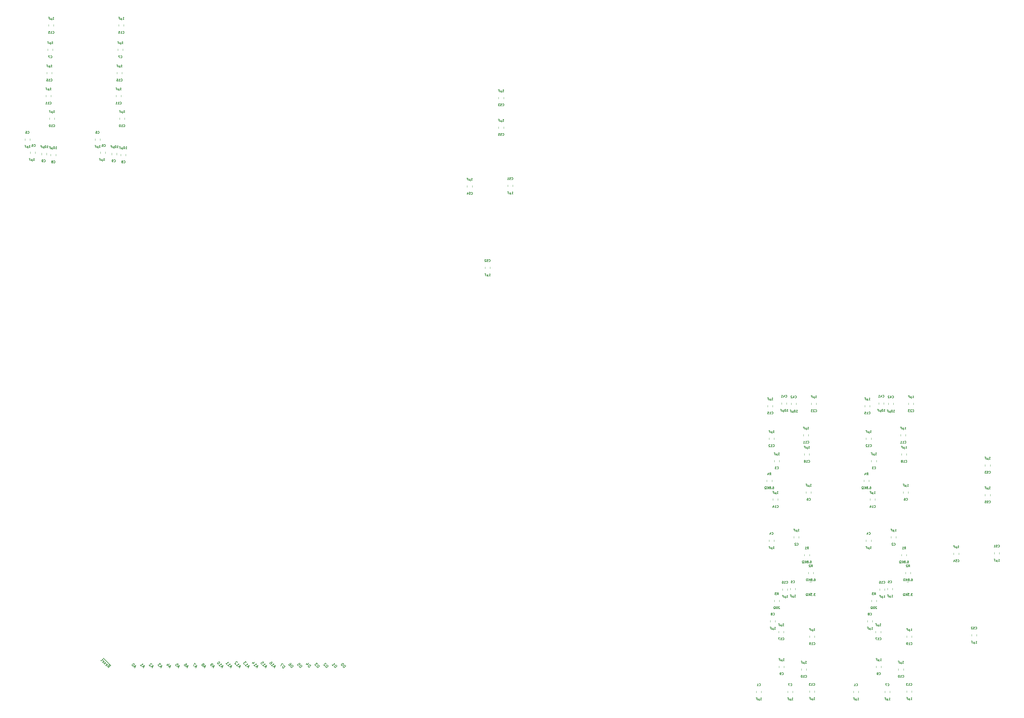
<source format=gbo>
%MOIN*%
%OFA0B0*%
%FSLAX46Y46*%
%IPPOS*%
%LPD*%
%ADD10C,0.0078740157480314977*%
%ADD21C,0.005905511811023622*%
%ADD22C,0.0047244094488188976*%
%ADD23C,0.0039370078740157488*%
%ADD24C,0.005905511811023622*%
%ADD25C,0.0047244094488188976*%
%ADD26C,0.0039370078740157488*%
%ADD27C,0.005905511811023622*%
%ADD28C,0.0047244094488188976*%
%ADD29C,0.005905511811023622*%
%ADD30C,0.0047244094488188976*%
%ADD31C,0.005905511811023622*%
%ADD32C,0.0047244094488188976*%
%ADD33C,0.005905511811023622*%
%ADD34C,0.0047244094488188976*%
G01*
D10*
X0002681473Y0000387283D02*
X0002670867Y0000397888D01*
X0002677231Y0000378799D02*
X0002692078Y0000408493D01*
X0002692078Y0000408493D02*
X0002662383Y0000393646D01*
X0002643294Y0000412736D02*
X0002656020Y0000400009D01*
X0002649657Y0000406372D02*
X0002671928Y0000428643D01*
X0002671928Y0000428643D02*
X0002670867Y0000423341D01*
X0002670867Y0000423341D02*
X0002670867Y0000419099D01*
X0002670867Y0000419099D02*
X0002671928Y0000415917D01*
X0002654959Y0000441370D02*
X0002654959Y0000443491D01*
X0002654959Y0000443491D02*
X0002653899Y0000446672D01*
X0002653899Y0000446672D02*
X0002648596Y0000451975D01*
X0002648596Y0000451975D02*
X0002645415Y0000453036D01*
X0002645415Y0000453036D02*
X0002643294Y0000453036D01*
X0002643294Y0000453036D02*
X0002640112Y0000451975D01*
X0002640112Y0000451975D02*
X0002637991Y0000449854D01*
X0002637991Y0000449854D02*
X0002635870Y0000445612D01*
X0002635870Y0000445612D02*
X0002635870Y0000420159D01*
X0002635870Y0000420159D02*
X0002622083Y0000433946D01*
X0002581473Y0000387283D02*
X0002570867Y0000397888D01*
X0002577231Y0000378799D02*
X0002592078Y0000408493D01*
X0002592078Y0000408493D02*
X0002562383Y0000393646D01*
X0002543294Y0000412736D02*
X0002556020Y0000400009D01*
X0002549657Y0000406372D02*
X0002571928Y0000428643D01*
X0002571928Y0000428643D02*
X0002570867Y0000423341D01*
X0002570867Y0000423341D02*
X0002570867Y0000419099D01*
X0002570867Y0000419099D02*
X0002571928Y0000415917D01*
X0002522083Y0000433946D02*
X0002534809Y0000421220D01*
X0002528446Y0000427583D02*
X0002550717Y0000449854D01*
X0002550717Y0000449854D02*
X0002549657Y0000444551D01*
X0002549657Y0000444551D02*
X0002549657Y0000440309D01*
X0002549657Y0000440309D02*
X0002550717Y0000437128D01*
X0001161323Y0000394707D02*
X0001179352Y0000397888D01*
X0001174049Y0000381980D02*
X0001196320Y0000404251D01*
X0001196320Y0000404251D02*
X0001187836Y0000412736D01*
X0001187836Y0000412736D02*
X0001184654Y0000413796D01*
X0001184654Y0000413796D02*
X0001182533Y0000413796D01*
X0001182533Y0000413796D02*
X0001179352Y0000412736D01*
X0001179352Y0000412736D02*
X0001176170Y0000409554D01*
X0001176170Y0000409554D02*
X0001175109Y0000406372D01*
X0001175109Y0000406372D02*
X0001175109Y0000404251D01*
X0001175109Y0000404251D02*
X0001176170Y0000401070D01*
X0001176170Y0000401070D02*
X0001184654Y0000392585D01*
X0001144354Y0000413796D02*
X0001145415Y0000410614D01*
X0001145415Y0000410614D02*
X0001149657Y0000406372D01*
X0001149657Y0000406372D02*
X0001152838Y0000405312D01*
X0001152838Y0000405312D02*
X0001156020Y0000406372D01*
X0001156020Y0000406372D02*
X0001164504Y0000414857D01*
X0001164504Y0000414857D02*
X0001165565Y0000418038D01*
X0001165565Y0000418038D02*
X0001164504Y0000421220D01*
X0001164504Y0000421220D02*
X0001160262Y0000425462D01*
X0001160262Y0000425462D02*
X0001157080Y0000426522D01*
X0001157080Y0000426522D02*
X0001153899Y0000425462D01*
X0001153899Y0000425462D02*
X0001151778Y0000423341D01*
X0001151778Y0000423341D02*
X0001160262Y0000410614D01*
X0001134809Y0000423341D02*
X0001131628Y0000424401D01*
X0001131628Y0000424401D02*
X0001127386Y0000428643D01*
X0001127386Y0000428643D02*
X0001126325Y0000431825D01*
X0001126325Y0000431825D02*
X0001127386Y0000435007D01*
X0001127386Y0000435007D02*
X0001128446Y0000436067D01*
X0001128446Y0000436067D02*
X0001131628Y0000437128D01*
X0001131628Y0000437128D02*
X0001134809Y0000436067D01*
X0001134809Y0000436067D02*
X0001137991Y0000432886D01*
X0001137991Y0000432886D02*
X0001141173Y0000431825D01*
X0001141173Y0000431825D02*
X0001144354Y0000432886D01*
X0001144354Y0000432886D02*
X0001145415Y0000433946D01*
X0001145415Y0000433946D02*
X0001146475Y0000437128D01*
X0001146475Y0000437128D02*
X0001145415Y0000440309D01*
X0001145415Y0000440309D02*
X0001142233Y0000443491D01*
X0001142233Y0000443491D02*
X0001139052Y0000444551D01*
X0001107236Y0000450915D02*
X0001108296Y0000447733D01*
X0001108296Y0000447733D02*
X0001112538Y0000443491D01*
X0001112538Y0000443491D02*
X0001115720Y0000442430D01*
X0001115720Y0000442430D02*
X0001118902Y0000443491D01*
X0001118902Y0000443491D02*
X0001127386Y0000451975D01*
X0001127386Y0000451975D02*
X0001128446Y0000455157D01*
X0001128446Y0000455157D02*
X0001127386Y0000458338D01*
X0001127386Y0000458338D02*
X0001123144Y0000462580D01*
X0001123144Y0000462580D02*
X0001119962Y0000463641D01*
X0001119962Y0000463641D02*
X0001116780Y0000462580D01*
X0001116780Y0000462580D02*
X0001114659Y0000460459D01*
X0001114659Y0000460459D02*
X0001123144Y0000447733D01*
X0001113599Y0000472125D02*
X0001105115Y0000480609D01*
X0001117841Y0000482730D02*
X0001098752Y0000463641D01*
X0001098752Y0000463641D02*
X0001095570Y0000462580D01*
X0001095570Y0000462580D02*
X0001092388Y0000463641D01*
X0001092388Y0000463641D02*
X0001090267Y0000465762D01*
X0001205578Y0000407359D02*
X0001118827Y0000494110D01*
X0002281473Y0000387283D02*
X0002270867Y0000397888D01*
X0002277231Y0000378799D02*
X0002292078Y0000408493D01*
X0002292078Y0000408493D02*
X0002262383Y0000393646D01*
X0002264504Y0000416978D02*
X0002267686Y0000415917D01*
X0002267686Y0000415917D02*
X0002269807Y0000415917D01*
X0002269807Y0000415917D02*
X0002272988Y0000416978D01*
X0002272988Y0000416978D02*
X0002274049Y0000418038D01*
X0002274049Y0000418038D02*
X0002275109Y0000421220D01*
X0002275109Y0000421220D02*
X0002275109Y0000423341D01*
X0002275109Y0000423341D02*
X0002274049Y0000426522D01*
X0002274049Y0000426522D02*
X0002269807Y0000430764D01*
X0002269807Y0000430764D02*
X0002266625Y0000431825D01*
X0002266625Y0000431825D02*
X0002264504Y0000431825D01*
X0002264504Y0000431825D02*
X0002261323Y0000430764D01*
X0002261323Y0000430764D02*
X0002260262Y0000429704D01*
X0002260262Y0000429704D02*
X0002259202Y0000426522D01*
X0002259202Y0000426522D02*
X0002259202Y0000424401D01*
X0002259202Y0000424401D02*
X0002260262Y0000421220D01*
X0002260262Y0000421220D02*
X0002264504Y0000416978D01*
X0002264504Y0000416978D02*
X0002265565Y0000413796D01*
X0002265565Y0000413796D02*
X0002265565Y0000411675D01*
X0002265565Y0000411675D02*
X0002264504Y0000408493D01*
X0002264504Y0000408493D02*
X0002260262Y0000404251D01*
X0002260262Y0000404251D02*
X0002257081Y0000403191D01*
X0002257081Y0000403191D02*
X0002254959Y0000403191D01*
X0002254959Y0000403191D02*
X0002251778Y0000404251D01*
X0002251778Y0000404251D02*
X0002247536Y0000408493D01*
X0002247536Y0000408493D02*
X0002246475Y0000411675D01*
X0002246475Y0000411675D02*
X0002246475Y0000413796D01*
X0002246475Y0000413796D02*
X0002247536Y0000416978D01*
X0002247536Y0000416978D02*
X0002251778Y0000421220D01*
X0002251778Y0000421220D02*
X0002254959Y0000422280D01*
X0002254959Y0000422280D02*
X0002257081Y0000422280D01*
X0002257081Y0000422280D02*
X0002260262Y0000421220D01*
X0002181473Y0000387283D02*
X0002170867Y0000397888D01*
X0002177231Y0000378799D02*
X0002192078Y0000408493D01*
X0002192078Y0000408493D02*
X0002162383Y0000393646D01*
X0002179352Y0000421220D02*
X0002164504Y0000436067D01*
X0002164504Y0000436067D02*
X0002151778Y0000404251D01*
X0003474049Y0000386980D02*
X0003496320Y0000409251D01*
X0003496320Y0000409251D02*
X0003491017Y0000414554D01*
X0003491017Y0000414554D02*
X0003486775Y0000416675D01*
X0003486775Y0000416675D02*
X0003482533Y0000416675D01*
X0003482533Y0000416675D02*
X0003479352Y0000415614D01*
X0003479352Y0000415614D02*
X0003474049Y0000412433D01*
X0003474049Y0000412433D02*
X0003470867Y0000409251D01*
X0003470867Y0000409251D02*
X0003467686Y0000403949D01*
X0003467686Y0000403949D02*
X0003466625Y0000400767D01*
X0003466625Y0000400767D02*
X0003466625Y0000396525D01*
X0003466625Y0000396525D02*
X0003468746Y0000392283D01*
X0003468746Y0000392283D02*
X0003474049Y0000386980D01*
X0003457080Y0000433643D02*
X0003442233Y0000418796D01*
X0003470867Y0000436825D02*
X0003460262Y0000415614D01*
X0003460262Y0000415614D02*
X0003446475Y0000429401D01*
X0001481473Y0000387283D02*
X0001470867Y0000397888D01*
X0001477231Y0000378799D02*
X0001492078Y0000408493D01*
X0001492078Y0000408493D02*
X0001462383Y0000393646D01*
X0001472988Y0000427583D02*
X0001470867Y0000429704D01*
X0001470867Y0000429704D02*
X0001467686Y0000430764D01*
X0001467686Y0000430764D02*
X0001465565Y0000430764D01*
X0001465565Y0000430764D02*
X0001462383Y0000429704D01*
X0001462383Y0000429704D02*
X0001457081Y0000426522D01*
X0001457081Y0000426522D02*
X0001451778Y0000421220D01*
X0001451778Y0000421220D02*
X0001448596Y0000415917D01*
X0001448596Y0000415917D02*
X0001447536Y0000412736D01*
X0001447536Y0000412736D02*
X0001447536Y0000410614D01*
X0001447536Y0000410614D02*
X0001448596Y0000407433D01*
X0001448596Y0000407433D02*
X0001450717Y0000405312D01*
X0001450717Y0000405312D02*
X0001453899Y0000404251D01*
X0001453899Y0000404251D02*
X0001456020Y0000404251D01*
X0001456020Y0000404251D02*
X0001459202Y0000405312D01*
X0001459202Y0000405312D02*
X0001464504Y0000408493D01*
X0001464504Y0000408493D02*
X0001469807Y0000413796D01*
X0001469807Y0000413796D02*
X0001472988Y0000419099D01*
X0001472988Y0000419099D02*
X0001474049Y0000422280D01*
X0001474049Y0000422280D02*
X0001474049Y0000424401D01*
X0001474049Y0000424401D02*
X0001472988Y0000427583D01*
X0003374049Y0000381980D02*
X0003396320Y0000404251D01*
X0003396320Y0000404251D02*
X0003391017Y0000409554D01*
X0003391017Y0000409554D02*
X0003386775Y0000411675D01*
X0003386775Y0000411675D02*
X0003382533Y0000411675D01*
X0003382533Y0000411675D02*
X0003379352Y0000410614D01*
X0003379352Y0000410614D02*
X0003374049Y0000407433D01*
X0003374049Y0000407433D02*
X0003370867Y0000404251D01*
X0003370867Y0000404251D02*
X0003367686Y0000398949D01*
X0003367686Y0000398949D02*
X0003366625Y0000395767D01*
X0003366625Y0000395767D02*
X0003366625Y0000391525D01*
X0003366625Y0000391525D02*
X0003368746Y0000387283D01*
X0003368746Y0000387283D02*
X0003374049Y0000381980D01*
X0003363444Y0000437128D02*
X0003374049Y0000426522D01*
X0003374049Y0000426522D02*
X0003364504Y0000414857D01*
X0003364504Y0000414857D02*
X0003364504Y0000416978D01*
X0003364504Y0000416978D02*
X0003363444Y0000420159D01*
X0003363444Y0000420159D02*
X0003358141Y0000425462D01*
X0003358141Y0000425462D02*
X0003354959Y0000426522D01*
X0003354959Y0000426522D02*
X0003352838Y0000426522D01*
X0003352838Y0000426522D02*
X0003349657Y0000425462D01*
X0003349657Y0000425462D02*
X0003344354Y0000420159D01*
X0003344354Y0000420159D02*
X0003343294Y0000416978D01*
X0003343294Y0000416978D02*
X0003343294Y0000414857D01*
X0003343294Y0000414857D02*
X0003344354Y0000411675D01*
X0003344354Y0000411675D02*
X0003349657Y0000406372D01*
X0003349657Y0000406372D02*
X0003352838Y0000405312D01*
X0003352838Y0000405312D02*
X0003354959Y0000405312D01*
X0001681473Y0000387283D02*
X0001670867Y0000397888D01*
X0001677231Y0000378799D02*
X0001692078Y0000408493D01*
X0001692078Y0000408493D02*
X0001662383Y0000393646D01*
X0001676170Y0000420159D02*
X0001676170Y0000422280D01*
X0001676170Y0000422280D02*
X0001675109Y0000425462D01*
X0001675109Y0000425462D02*
X0001669807Y0000430764D01*
X0001669807Y0000430764D02*
X0001666625Y0000431825D01*
X0001666625Y0000431825D02*
X0001664504Y0000431825D01*
X0001664504Y0000431825D02*
X0001661323Y0000430764D01*
X0001661323Y0000430764D02*
X0001659202Y0000428643D01*
X0001659202Y0000428643D02*
X0001657081Y0000424401D01*
X0001657081Y0000424401D02*
X0001657081Y0000398949D01*
X0001657081Y0000398949D02*
X0001643294Y0000412736D01*
X0002481473Y0000387283D02*
X0002470867Y0000397888D01*
X0002477231Y0000378799D02*
X0002492078Y0000408493D01*
X0002492078Y0000408493D02*
X0002462383Y0000393646D01*
X0002443294Y0000412736D02*
X0002456020Y0000400009D01*
X0002449657Y0000406372D02*
X0002471928Y0000428643D01*
X0002471928Y0000428643D02*
X0002470867Y0000423341D01*
X0002470867Y0000423341D02*
X0002470867Y0000419099D01*
X0002470867Y0000419099D02*
X0002471928Y0000415917D01*
X0002451778Y0000448793D02*
X0002449657Y0000450915D01*
X0002449657Y0000450915D02*
X0002446475Y0000451975D01*
X0002446475Y0000451975D02*
X0002444354Y0000451975D01*
X0002444354Y0000451975D02*
X0002441173Y0000450915D01*
X0002441173Y0000450915D02*
X0002435870Y0000447733D01*
X0002435870Y0000447733D02*
X0002430567Y0000442430D01*
X0002430567Y0000442430D02*
X0002427386Y0000437128D01*
X0002427386Y0000437128D02*
X0002426325Y0000433946D01*
X0002426325Y0000433946D02*
X0002426325Y0000431825D01*
X0002426325Y0000431825D02*
X0002427386Y0000428643D01*
X0002427386Y0000428643D02*
X0002429507Y0000426522D01*
X0002429507Y0000426522D02*
X0002432688Y0000425462D01*
X0002432688Y0000425462D02*
X0002434809Y0000425462D01*
X0002434809Y0000425462D02*
X0002437991Y0000426522D01*
X0002437991Y0000426522D02*
X0002443294Y0000429704D01*
X0002443294Y0000429704D02*
X0002448596Y0000435007D01*
X0002448596Y0000435007D02*
X0002451778Y0000440309D01*
X0002451778Y0000440309D02*
X0002452838Y0000443491D01*
X0002452838Y0000443491D02*
X0002452838Y0000445612D01*
X0002452838Y0000445612D02*
X0002451778Y0000448793D01*
X0003574049Y0000381980D02*
X0003596320Y0000404251D01*
X0003596320Y0000404251D02*
X0003591017Y0000409554D01*
X0003591017Y0000409554D02*
X0003586775Y0000411675D01*
X0003586775Y0000411675D02*
X0003582533Y0000411675D01*
X0003582533Y0000411675D02*
X0003579352Y0000410614D01*
X0003579352Y0000410614D02*
X0003574049Y0000407433D01*
X0003574049Y0000407433D02*
X0003570867Y0000404251D01*
X0003570867Y0000404251D02*
X0003567686Y0000398949D01*
X0003567686Y0000398949D02*
X0003566625Y0000395767D01*
X0003566625Y0000395767D02*
X0003566625Y0000391525D01*
X0003566625Y0000391525D02*
X0003568746Y0000387283D01*
X0003568746Y0000387283D02*
X0003574049Y0000381980D01*
X0003576170Y0000424401D02*
X0003562383Y0000438188D01*
X0003562383Y0000438188D02*
X0003561323Y0000422280D01*
X0003561323Y0000422280D02*
X0003558141Y0000425462D01*
X0003558141Y0000425462D02*
X0003554959Y0000426522D01*
X0003554959Y0000426522D02*
X0003552838Y0000426522D01*
X0003552838Y0000426522D02*
X0003549657Y0000425462D01*
X0003549657Y0000425462D02*
X0003544354Y0000420159D01*
X0003544354Y0000420159D02*
X0003543294Y0000416978D01*
X0003543294Y0000416978D02*
X0003543294Y0000414857D01*
X0003543294Y0000414857D02*
X0003544354Y0000411675D01*
X0003544354Y0000411675D02*
X0003550717Y0000405312D01*
X0003550717Y0000405312D02*
X0003553899Y0000404251D01*
X0003553899Y0000404251D02*
X0003556020Y0000404251D01*
X0001581473Y0000387283D02*
X0001570867Y0000397888D01*
X0001577231Y0000378799D02*
X0001592078Y0000408493D01*
X0001592078Y0000408493D02*
X0001562383Y0000393646D01*
X0001543294Y0000412736D02*
X0001556020Y0000400009D01*
X0001549657Y0000406372D02*
X0001571928Y0000428643D01*
X0001571928Y0000428643D02*
X0001570867Y0000423341D01*
X0001570867Y0000423341D02*
X0001570867Y0000419099D01*
X0001570867Y0000419099D02*
X0001571928Y0000415917D01*
X0003674049Y0000381980D02*
X0003696320Y0000404251D01*
X0003696320Y0000404251D02*
X0003691017Y0000409554D01*
X0003691017Y0000409554D02*
X0003686775Y0000411675D01*
X0003686775Y0000411675D02*
X0003682533Y0000411675D01*
X0003682533Y0000411675D02*
X0003679352Y0000410614D01*
X0003679352Y0000410614D02*
X0003674049Y0000407433D01*
X0003674049Y0000407433D02*
X0003670867Y0000404251D01*
X0003670867Y0000404251D02*
X0003667686Y0000398949D01*
X0003667686Y0000398949D02*
X0003666625Y0000395767D01*
X0003666625Y0000395767D02*
X0003666625Y0000391525D01*
X0003666625Y0000391525D02*
X0003668746Y0000387283D01*
X0003668746Y0000387283D02*
X0003674049Y0000381980D01*
X0003672988Y0000423341D02*
X0003672988Y0000425462D01*
X0003672988Y0000425462D02*
X0003671928Y0000428643D01*
X0003671928Y0000428643D02*
X0003666625Y0000433946D01*
X0003666625Y0000433946D02*
X0003663444Y0000435007D01*
X0003663444Y0000435007D02*
X0003661323Y0000435007D01*
X0003661323Y0000435007D02*
X0003658141Y0000433946D01*
X0003658141Y0000433946D02*
X0003656020Y0000431825D01*
X0003656020Y0000431825D02*
X0003653899Y0000427583D01*
X0003653899Y0000427583D02*
X0003653899Y0000402130D01*
X0003653899Y0000402130D02*
X0003640112Y0000415917D01*
X0002981473Y0000387283D02*
X0002970867Y0000397888D01*
X0002977231Y0000378799D02*
X0002992078Y0000408493D01*
X0002992078Y0000408493D02*
X0002962383Y0000393646D01*
X0002943294Y0000412736D02*
X0002956020Y0000400009D01*
X0002949657Y0000406372D02*
X0002971928Y0000428643D01*
X0002971928Y0000428643D02*
X0002970867Y0000423341D01*
X0002970867Y0000423341D02*
X0002970867Y0000419099D01*
X0002970867Y0000419099D02*
X0002971928Y0000415917D01*
X0002945415Y0000455157D02*
X0002956020Y0000444551D01*
X0002956020Y0000444551D02*
X0002946475Y0000432886D01*
X0002946475Y0000432886D02*
X0002946475Y0000435007D01*
X0002946475Y0000435007D02*
X0002945415Y0000438188D01*
X0002945415Y0000438188D02*
X0002940112Y0000443491D01*
X0002940112Y0000443491D02*
X0002936930Y0000444551D01*
X0002936930Y0000444551D02*
X0002934809Y0000444551D01*
X0002934809Y0000444551D02*
X0002931628Y0000443491D01*
X0002931628Y0000443491D02*
X0002926325Y0000438188D01*
X0002926325Y0000438188D02*
X0002925265Y0000435007D01*
X0002925265Y0000435007D02*
X0002925265Y0000432886D01*
X0002925265Y0000432886D02*
X0002926325Y0000429704D01*
X0002926325Y0000429704D02*
X0002931628Y0000424401D01*
X0002931628Y0000424401D02*
X0002934809Y0000423341D01*
X0002934809Y0000423341D02*
X0002936930Y0000423341D01*
X0003874049Y0000381980D02*
X0003896320Y0000404251D01*
X0003896320Y0000404251D02*
X0003891017Y0000409554D01*
X0003891017Y0000409554D02*
X0003886775Y0000411675D01*
X0003886775Y0000411675D02*
X0003882533Y0000411675D01*
X0003882533Y0000411675D02*
X0003879352Y0000410614D01*
X0003879352Y0000410614D02*
X0003874049Y0000407433D01*
X0003874049Y0000407433D02*
X0003870867Y0000404251D01*
X0003870867Y0000404251D02*
X0003867686Y0000398949D01*
X0003867686Y0000398949D02*
X0003866625Y0000395767D01*
X0003866625Y0000395767D02*
X0003866625Y0000391525D01*
X0003866625Y0000391525D02*
X0003868746Y0000387283D01*
X0003868746Y0000387283D02*
X0003874049Y0000381980D01*
X0003869807Y0000430764D02*
X0003867686Y0000432886D01*
X0003867686Y0000432886D02*
X0003864504Y0000433946D01*
X0003864504Y0000433946D02*
X0003862383Y0000433946D01*
X0003862383Y0000433946D02*
X0003859202Y0000432886D01*
X0003859202Y0000432886D02*
X0003853899Y0000429704D01*
X0003853899Y0000429704D02*
X0003848596Y0000424401D01*
X0003848596Y0000424401D02*
X0003845415Y0000419099D01*
X0003845415Y0000419099D02*
X0003844354Y0000415917D01*
X0003844354Y0000415917D02*
X0003844354Y0000413796D01*
X0003844354Y0000413796D02*
X0003845415Y0000410614D01*
X0003845415Y0000410614D02*
X0003847536Y0000408493D01*
X0003847536Y0000408493D02*
X0003850717Y0000407433D01*
X0003850717Y0000407433D02*
X0003852838Y0000407433D01*
X0003852838Y0000407433D02*
X0003856020Y0000408493D01*
X0003856020Y0000408493D02*
X0003861323Y0000411675D01*
X0003861323Y0000411675D02*
X0003866625Y0000416978D01*
X0003866625Y0000416978D02*
X0003869807Y0000422280D01*
X0003869807Y0000422280D02*
X0003870867Y0000425462D01*
X0003870867Y0000425462D02*
X0003870867Y0000427583D01*
X0003870867Y0000427583D02*
X0003869807Y0000430764D01*
X0002781473Y0000387283D02*
X0002770867Y0000397888D01*
X0002777231Y0000378799D02*
X0002792078Y0000408493D01*
X0002792078Y0000408493D02*
X0002762383Y0000393646D01*
X0002743294Y0000412736D02*
X0002756020Y0000400009D01*
X0002749657Y0000406372D02*
X0002771928Y0000428643D01*
X0002771928Y0000428643D02*
X0002770867Y0000423341D01*
X0002770867Y0000423341D02*
X0002770867Y0000419099D01*
X0002770867Y0000419099D02*
X0002771928Y0000415917D01*
X0002758141Y0000442430D02*
X0002744354Y0000456217D01*
X0002744354Y0000456217D02*
X0002743294Y0000440309D01*
X0002743294Y0000440309D02*
X0002740112Y0000443491D01*
X0002740112Y0000443491D02*
X0002736930Y0000444551D01*
X0002736930Y0000444551D02*
X0002734809Y0000444551D01*
X0002734809Y0000444551D02*
X0002731628Y0000443491D01*
X0002731628Y0000443491D02*
X0002726325Y0000438188D01*
X0002726325Y0000438188D02*
X0002725265Y0000435007D01*
X0002725265Y0000435007D02*
X0002725265Y0000432886D01*
X0002725265Y0000432886D02*
X0002726325Y0000429704D01*
X0002726325Y0000429704D02*
X0002732688Y0000423341D01*
X0002732688Y0000423341D02*
X0002735870Y0000422280D01*
X0002735870Y0000422280D02*
X0002737991Y0000422280D01*
X0002081473Y0000387283D02*
X0002070867Y0000397888D01*
X0002077231Y0000378799D02*
X0002092078Y0000408493D01*
X0002092078Y0000408493D02*
X0002062383Y0000393646D01*
X0002067686Y0000432886D02*
X0002071928Y0000428643D01*
X0002071928Y0000428643D02*
X0002072988Y0000425462D01*
X0002072988Y0000425462D02*
X0002072988Y0000423341D01*
X0002072988Y0000423341D02*
X0002071928Y0000418038D01*
X0002071928Y0000418038D02*
X0002068746Y0000412736D01*
X0002068746Y0000412736D02*
X0002060262Y0000404251D01*
X0002060262Y0000404251D02*
X0002057081Y0000403191D01*
X0002057081Y0000403191D02*
X0002054959Y0000403191D01*
X0002054959Y0000403191D02*
X0002051778Y0000404251D01*
X0002051778Y0000404251D02*
X0002047536Y0000408493D01*
X0002047536Y0000408493D02*
X0002046475Y0000411675D01*
X0002046475Y0000411675D02*
X0002046475Y0000413796D01*
X0002046475Y0000413796D02*
X0002047536Y0000416978D01*
X0002047536Y0000416978D02*
X0002052838Y0000422280D01*
X0002052838Y0000422280D02*
X0002056020Y0000423341D01*
X0002056020Y0000423341D02*
X0002058141Y0000423341D01*
X0002058141Y0000423341D02*
X0002061323Y0000422280D01*
X0002061323Y0000422280D02*
X0002065565Y0000418038D01*
X0002065565Y0000418038D02*
X0002066625Y0000414857D01*
X0002066625Y0000414857D02*
X0002066625Y0000412736D01*
X0002066625Y0000412736D02*
X0002065565Y0000409554D01*
X0003274049Y0000381980D02*
X0003296320Y0000404251D01*
X0003296320Y0000404251D02*
X0003291017Y0000409554D01*
X0003291017Y0000409554D02*
X0003286775Y0000411675D01*
X0003286775Y0000411675D02*
X0003282533Y0000411675D01*
X0003282533Y0000411675D02*
X0003279352Y0000410614D01*
X0003279352Y0000410614D02*
X0003274049Y0000407433D01*
X0003274049Y0000407433D02*
X0003270867Y0000404251D01*
X0003270867Y0000404251D02*
X0003267686Y0000398949D01*
X0003267686Y0000398949D02*
X0003266625Y0000395767D01*
X0003266625Y0000395767D02*
X0003266625Y0000391525D01*
X0003266625Y0000391525D02*
X0003268746Y0000387283D01*
X0003268746Y0000387283D02*
X0003274049Y0000381980D01*
X0003264504Y0000436067D02*
X0003268746Y0000431825D01*
X0003268746Y0000431825D02*
X0003269807Y0000428643D01*
X0003269807Y0000428643D02*
X0003269807Y0000426522D01*
X0003269807Y0000426522D02*
X0003268746Y0000421220D01*
X0003268746Y0000421220D02*
X0003265565Y0000415917D01*
X0003265565Y0000415917D02*
X0003257080Y0000407433D01*
X0003257080Y0000407433D02*
X0003253899Y0000406372D01*
X0003253899Y0000406372D02*
X0003251778Y0000406372D01*
X0003251778Y0000406372D02*
X0003248596Y0000407433D01*
X0003248596Y0000407433D02*
X0003244354Y0000411675D01*
X0003244354Y0000411675D02*
X0003243294Y0000414857D01*
X0003243294Y0000414857D02*
X0003243294Y0000416978D01*
X0003243294Y0000416978D02*
X0003244354Y0000420159D01*
X0003244354Y0000420159D02*
X0003249657Y0000425462D01*
X0003249657Y0000425462D02*
X0003252838Y0000426522D01*
X0003252838Y0000426522D02*
X0003254959Y0000426522D01*
X0003254959Y0000426522D02*
X0003258141Y0000425462D01*
X0003258141Y0000425462D02*
X0003262383Y0000421220D01*
X0003262383Y0000421220D02*
X0003263444Y0000418038D01*
X0003263444Y0000418038D02*
X0003263444Y0000415917D01*
X0003263444Y0000415917D02*
X0003262383Y0000412736D01*
X0003179049Y0000376980D02*
X0003201320Y0000399251D01*
X0003201320Y0000399251D02*
X0003196017Y0000404554D01*
X0003196017Y0000404554D02*
X0003191775Y0000406675D01*
X0003191775Y0000406675D02*
X0003187533Y0000406675D01*
X0003187533Y0000406675D02*
X0003184352Y0000405614D01*
X0003184352Y0000405614D02*
X0003179049Y0000402433D01*
X0003179049Y0000402433D02*
X0003175867Y0000399251D01*
X0003175867Y0000399251D02*
X0003172686Y0000393949D01*
X0003172686Y0000393949D02*
X0003171625Y0000390767D01*
X0003171625Y0000390767D02*
X0003171625Y0000386525D01*
X0003171625Y0000386525D02*
X0003173746Y0000382283D01*
X0003173746Y0000382283D02*
X0003179049Y0000376980D01*
X0003181170Y0000419401D02*
X0003166323Y0000434249D01*
X0003166323Y0000434249D02*
X0003153596Y0000402433D01*
X0002881473Y0000387283D02*
X0002870867Y0000397888D01*
X0002877231Y0000378799D02*
X0002892078Y0000408493D01*
X0002892078Y0000408493D02*
X0002862383Y0000393646D01*
X0002843294Y0000412736D02*
X0002856020Y0000400009D01*
X0002849657Y0000406372D02*
X0002871928Y0000428643D01*
X0002871928Y0000428643D02*
X0002870867Y0000423341D01*
X0002870867Y0000423341D02*
X0002870867Y0000419099D01*
X0002870867Y0000419099D02*
X0002871928Y0000415917D01*
X0002839052Y0000446672D02*
X0002824204Y0000431825D01*
X0002852838Y0000449854D02*
X0002842233Y0000428643D01*
X0002842233Y0000428643D02*
X0002828446Y0000442430D01*
X0003081473Y0000387283D02*
X0003070867Y0000397888D01*
X0003077231Y0000378799D02*
X0003092078Y0000408493D01*
X0003092078Y0000408493D02*
X0003062383Y0000393646D01*
X0003043294Y0000412736D02*
X0003056020Y0000400009D01*
X0003049657Y0000406372D02*
X0003071928Y0000428643D01*
X0003071928Y0000428643D02*
X0003070867Y0000423341D01*
X0003070867Y0000423341D02*
X0003070867Y0000419099D01*
X0003070867Y0000419099D02*
X0003071928Y0000415917D01*
X0003046475Y0000454096D02*
X0003050717Y0000449854D01*
X0003050717Y0000449854D02*
X0003051778Y0000446672D01*
X0003051778Y0000446672D02*
X0003051778Y0000444551D01*
X0003051778Y0000444551D02*
X0003050717Y0000439249D01*
X0003050717Y0000439249D02*
X0003047536Y0000433946D01*
X0003047536Y0000433946D02*
X0003039052Y0000425462D01*
X0003039052Y0000425462D02*
X0003035870Y0000424401D01*
X0003035870Y0000424401D02*
X0003033749Y0000424401D01*
X0003033749Y0000424401D02*
X0003030567Y0000425462D01*
X0003030567Y0000425462D02*
X0003026325Y0000429704D01*
X0003026325Y0000429704D02*
X0003025265Y0000432886D01*
X0003025265Y0000432886D02*
X0003025265Y0000435007D01*
X0003025265Y0000435007D02*
X0003026325Y0000438188D01*
X0003026325Y0000438188D02*
X0003031628Y0000443491D01*
X0003031628Y0000443491D02*
X0003034809Y0000444551D01*
X0003034809Y0000444551D02*
X0003036930Y0000444551D01*
X0003036930Y0000444551D02*
X0003040112Y0000443491D01*
X0003040112Y0000443491D02*
X0003044354Y0000439249D01*
X0003044354Y0000439249D02*
X0003045415Y0000436067D01*
X0003045415Y0000436067D02*
X0003045415Y0000433946D01*
X0003045415Y0000433946D02*
X0003044354Y0000430764D01*
X0001781473Y0000387283D02*
X0001770867Y0000397888D01*
X0001777231Y0000378799D02*
X0001792078Y0000408493D01*
X0001792078Y0000408493D02*
X0001762383Y0000393646D01*
X0001779352Y0000421220D02*
X0001765565Y0000435007D01*
X0001765565Y0000435007D02*
X0001764504Y0000419099D01*
X0001764504Y0000419099D02*
X0001761323Y0000422280D01*
X0001761323Y0000422280D02*
X0001758141Y0000423341D01*
X0001758141Y0000423341D02*
X0001756020Y0000423341D01*
X0001756020Y0000423341D02*
X0001752838Y0000422280D01*
X0001752838Y0000422280D02*
X0001747536Y0000416978D01*
X0001747536Y0000416978D02*
X0001746475Y0000413796D01*
X0001746475Y0000413796D02*
X0001746475Y0000411675D01*
X0001746475Y0000411675D02*
X0001747536Y0000408493D01*
X0001747536Y0000408493D02*
X0001753899Y0000402130D01*
X0001753899Y0000402130D02*
X0001757081Y0000401070D01*
X0001757081Y0000401070D02*
X0001759202Y0000401070D01*
X0003774049Y0000381980D02*
X0003796320Y0000404251D01*
X0003796320Y0000404251D02*
X0003791017Y0000409554D01*
X0003791017Y0000409554D02*
X0003786775Y0000411675D01*
X0003786775Y0000411675D02*
X0003782533Y0000411675D01*
X0003782533Y0000411675D02*
X0003779352Y0000410614D01*
X0003779352Y0000410614D02*
X0003774049Y0000407433D01*
X0003774049Y0000407433D02*
X0003770867Y0000404251D01*
X0003770867Y0000404251D02*
X0003767686Y0000398949D01*
X0003767686Y0000398949D02*
X0003766625Y0000395767D01*
X0003766625Y0000395767D02*
X0003766625Y0000391525D01*
X0003766625Y0000391525D02*
X0003768746Y0000387283D01*
X0003768746Y0000387283D02*
X0003774049Y0000381980D01*
X0003740112Y0000415917D02*
X0003752838Y0000403191D01*
X0003746475Y0000409554D02*
X0003768746Y0000431825D01*
X0003768746Y0000431825D02*
X0003767686Y0000426522D01*
X0003767686Y0000426522D02*
X0003767686Y0000422280D01*
X0003767686Y0000422280D02*
X0003768746Y0000419099D01*
X0002381473Y0000387283D02*
X0002370867Y0000397888D01*
X0002377231Y0000378799D02*
X0002392078Y0000408493D01*
X0002392078Y0000408493D02*
X0002362383Y0000393646D01*
X0002353899Y0000402130D02*
X0002349657Y0000406372D01*
X0002349657Y0000406372D02*
X0002348596Y0000409554D01*
X0002348596Y0000409554D02*
X0002348596Y0000411675D01*
X0002348596Y0000411675D02*
X0002349657Y0000416978D01*
X0002349657Y0000416978D02*
X0002352838Y0000422280D01*
X0002352838Y0000422280D02*
X0002361323Y0000430764D01*
X0002361323Y0000430764D02*
X0002364504Y0000431825D01*
X0002364504Y0000431825D02*
X0002366625Y0000431825D01*
X0002366625Y0000431825D02*
X0002369807Y0000430764D01*
X0002369807Y0000430764D02*
X0002374049Y0000426522D01*
X0002374049Y0000426522D02*
X0002375109Y0000423341D01*
X0002375109Y0000423341D02*
X0002375109Y0000421220D01*
X0002375109Y0000421220D02*
X0002374049Y0000418038D01*
X0002374049Y0000418038D02*
X0002368746Y0000412736D01*
X0002368746Y0000412736D02*
X0002365565Y0000411675D01*
X0002365565Y0000411675D02*
X0002363444Y0000411675D01*
X0002363444Y0000411675D02*
X0002360262Y0000412736D01*
X0002360262Y0000412736D02*
X0002356020Y0000416978D01*
X0002356020Y0000416978D02*
X0002354959Y0000420159D01*
X0002354959Y0000420159D02*
X0002354959Y0000422280D01*
X0002354959Y0000422280D02*
X0002356020Y0000425462D01*
X0001981473Y0000387283D02*
X0001970867Y0000397888D01*
X0001977231Y0000378799D02*
X0001992078Y0000408493D01*
X0001992078Y0000408493D02*
X0001962383Y0000393646D01*
X0001966625Y0000433946D02*
X0001977231Y0000423341D01*
X0001977231Y0000423341D02*
X0001967686Y0000411675D01*
X0001967686Y0000411675D02*
X0001967686Y0000413796D01*
X0001967686Y0000413796D02*
X0001966625Y0000416978D01*
X0001966625Y0000416978D02*
X0001961323Y0000422280D01*
X0001961323Y0000422280D02*
X0001958141Y0000423341D01*
X0001958141Y0000423341D02*
X0001956020Y0000423341D01*
X0001956020Y0000423341D02*
X0001952838Y0000422280D01*
X0001952838Y0000422280D02*
X0001947536Y0000416978D01*
X0001947536Y0000416978D02*
X0001946475Y0000413796D01*
X0001946475Y0000413796D02*
X0001946475Y0000411675D01*
X0001946475Y0000411675D02*
X0001947536Y0000408493D01*
X0001947536Y0000408493D02*
X0001952838Y0000403191D01*
X0001952838Y0000403191D02*
X0001956020Y0000402130D01*
X0001956020Y0000402130D02*
X0001958141Y0000402130D01*
X0001881473Y0000387283D02*
X0001870867Y0000397888D01*
X0001877231Y0000378799D02*
X0001892078Y0000408493D01*
X0001892078Y0000408493D02*
X0001862383Y0000393646D01*
X0001860262Y0000425462D02*
X0001845415Y0000410614D01*
X0001874049Y0000428643D02*
X0001863444Y0000407433D01*
X0001863444Y0000407433D02*
X0001849657Y0000421220D01*
G04 next file*
G04 Gerber Fmt 4.6, Leading zero omitted, Abs format (unit mm)*
G04 Created by KiCad (PCBNEW 8.0.4) date 2024-08-08 08:33:52*
G01*
G04 APERTURE LIST*
G04 APERTURE END LIST*
D21*
X0008775126Y0003294429D02*
X0008776317Y0003293239D01*
X0008776317Y0003293239D02*
X0008779888Y0003292048D01*
X0008779888Y0003292048D02*
X0008782269Y0003292048D01*
X0008782269Y0003292048D02*
X0008785840Y0003293239D01*
X0008785840Y0003293239D02*
X0008788221Y0003295620D01*
X0008788221Y0003295620D02*
X0008789412Y0003298001D01*
X0008789412Y0003298001D02*
X0008790602Y0003302762D01*
X0008790602Y0003302762D02*
X0008790602Y0003306334D01*
X0008790602Y0003306334D02*
X0008789412Y0003311096D01*
X0008789412Y0003311096D02*
X0008788221Y0003313477D01*
X0008788221Y0003313477D02*
X0008785840Y0003315858D01*
X0008785840Y0003315858D02*
X0008782269Y0003317048D01*
X0008782269Y0003317048D02*
X0008779888Y0003317048D01*
X0008779888Y0003317048D02*
X0008776317Y0003315858D01*
X0008776317Y0003315858D02*
X0008775126Y0003314667D01*
X0008751317Y0003292048D02*
X0008765602Y0003292048D01*
X0008758459Y0003292048D02*
X0008758459Y0003317048D01*
X0008758459Y0003317048D02*
X0008760840Y0003313477D01*
X0008760840Y0003313477D02*
X0008763221Y0003311096D01*
X0008763221Y0003311096D02*
X0008765602Y0003309905D01*
X0008728697Y0003317048D02*
X0008740602Y0003317048D01*
X0008740602Y0003317048D02*
X0008741793Y0003305143D01*
X0008741793Y0003305143D02*
X0008740602Y0003306334D01*
X0008740602Y0003306334D02*
X0008738221Y0003307524D01*
X0008738221Y0003307524D02*
X0008732269Y0003307524D01*
X0008732269Y0003307524D02*
X0008729888Y0003306334D01*
X0008729888Y0003306334D02*
X0008728697Y0003305143D01*
X0008728697Y0003305143D02*
X0008727507Y0003302762D01*
X0008727507Y0003302762D02*
X0008727507Y0003296810D01*
X0008727507Y0003296810D02*
X0008728697Y0003294429D01*
X0008728697Y0003294429D02*
X0008729888Y0003293239D01*
X0008729888Y0003293239D02*
X0008732269Y0003292048D01*
X0008732269Y0003292048D02*
X0008738221Y0003292048D01*
X0008738221Y0003292048D02*
X0008740602Y0003293239D01*
X0008740602Y0003293239D02*
X0008741793Y0003294429D01*
X0008774658Y0003453741D02*
X0008788944Y0003453741D01*
X0008781801Y0003453741D02*
X0008781801Y0003478741D01*
X0008781801Y0003478741D02*
X0008784182Y0003475170D01*
X0008784182Y0003475170D02*
X0008786563Y0003472789D01*
X0008786563Y0003472789D02*
X0008788944Y0003471598D01*
X0008763944Y0003470408D02*
X0008763944Y0003445408D01*
X0008752039Y0003457313D02*
X0008750849Y0003454932D01*
X0008750849Y0003454932D02*
X0008748468Y0003453741D01*
X0008763944Y0003457313D02*
X0008762754Y0003454932D01*
X0008762754Y0003454932D02*
X0008760373Y0003453741D01*
X0008760373Y0003453741D02*
X0008755611Y0003453741D01*
X0008755611Y0003453741D02*
X0008753230Y0003454932D01*
X0008753230Y0003454932D02*
X0008752039Y0003457313D01*
X0008752039Y0003457313D02*
X0008752039Y0003470408D01*
X0008729420Y0003466836D02*
X0008737754Y0003466836D01*
X0008737754Y0003453741D02*
X0008737754Y0003478741D01*
X0008737754Y0003478741D02*
X0008725849Y0003478741D01*
X0009195126Y0002739429D02*
X0009196317Y0002738239D01*
X0009196317Y0002738239D02*
X0009199888Y0002737048D01*
X0009199888Y0002737048D02*
X0009202269Y0002737048D01*
X0009202269Y0002737048D02*
X0009205840Y0002738239D01*
X0009205840Y0002738239D02*
X0009208221Y0002740620D01*
X0009208221Y0002740620D02*
X0009209412Y0002743001D01*
X0009209412Y0002743001D02*
X0009210602Y0002747762D01*
X0009210602Y0002747762D02*
X0009210602Y0002751334D01*
X0009210602Y0002751334D02*
X0009209412Y0002756096D01*
X0009209412Y0002756096D02*
X0009208221Y0002758477D01*
X0009208221Y0002758477D02*
X0009205840Y0002760858D01*
X0009205840Y0002760858D02*
X0009202269Y0002762048D01*
X0009202269Y0002762048D02*
X0009199888Y0002762048D01*
X0009199888Y0002762048D02*
X0009196317Y0002760858D01*
X0009196317Y0002760858D02*
X0009195126Y0002759667D01*
X0009171317Y0002737048D02*
X0009185602Y0002737048D01*
X0009178459Y0002737048D02*
X0009178459Y0002762048D01*
X0009178459Y0002762048D02*
X0009180840Y0002758477D01*
X0009180840Y0002758477D02*
X0009183221Y0002756096D01*
X0009183221Y0002756096D02*
X0009185602Y0002754905D01*
X0009157031Y0002751334D02*
X0009159412Y0002752524D01*
X0009159412Y0002752524D02*
X0009160602Y0002753715D01*
X0009160602Y0002753715D02*
X0009161793Y0002756096D01*
X0009161793Y0002756096D02*
X0009161793Y0002757286D01*
X0009161793Y0002757286D02*
X0009160602Y0002759667D01*
X0009160602Y0002759667D02*
X0009159412Y0002760858D01*
X0009159412Y0002760858D02*
X0009157031Y0002762048D01*
X0009157031Y0002762048D02*
X0009152269Y0002762048D01*
X0009152269Y0002762048D02*
X0009149888Y0002760858D01*
X0009149888Y0002760858D02*
X0009148697Y0002759667D01*
X0009148697Y0002759667D02*
X0009147507Y0002757286D01*
X0009147507Y0002757286D02*
X0009147507Y0002756096D01*
X0009147507Y0002756096D02*
X0009148697Y0002753715D01*
X0009148697Y0002753715D02*
X0009149888Y0002752524D01*
X0009149888Y0002752524D02*
X0009152269Y0002751334D01*
X0009152269Y0002751334D02*
X0009157031Y0002751334D01*
X0009157031Y0002751334D02*
X0009159412Y0002750143D01*
X0009159412Y0002750143D02*
X0009160602Y0002748953D01*
X0009160602Y0002748953D02*
X0009161793Y0002746572D01*
X0009161793Y0002746572D02*
X0009161793Y0002741810D01*
X0009161793Y0002741810D02*
X0009160602Y0002739429D01*
X0009160602Y0002739429D02*
X0009159412Y0002738239D01*
X0009159412Y0002738239D02*
X0009157031Y0002737048D01*
X0009157031Y0002737048D02*
X0009152269Y0002737048D01*
X0009152269Y0002737048D02*
X0009149888Y0002738239D01*
X0009149888Y0002738239D02*
X0009148697Y0002739429D01*
X0009148697Y0002739429D02*
X0009147507Y0002741810D01*
X0009147507Y0002741810D02*
X0009147507Y0002746572D01*
X0009147507Y0002746572D02*
X0009148697Y0002748953D01*
X0009148697Y0002748953D02*
X0009149888Y0002750143D01*
X0009149888Y0002750143D02*
X0009152269Y0002751334D01*
X0009194658Y0002898741D02*
X0009208944Y0002898741D01*
X0009201801Y0002898741D02*
X0009201801Y0002923741D01*
X0009201801Y0002923741D02*
X0009204182Y0002920170D01*
X0009204182Y0002920170D02*
X0009206563Y0002917789D01*
X0009206563Y0002917789D02*
X0009208944Y0002916598D01*
X0009183944Y0002915408D02*
X0009183944Y0002890408D01*
X0009172039Y0002902313D02*
X0009170849Y0002899932D01*
X0009170849Y0002899932D02*
X0009168468Y0002898741D01*
X0009183944Y0002902313D02*
X0009182754Y0002899932D01*
X0009182754Y0002899932D02*
X0009180373Y0002898741D01*
X0009180373Y0002898741D02*
X0009175611Y0002898741D01*
X0009175611Y0002898741D02*
X0009173230Y0002899932D01*
X0009173230Y0002899932D02*
X0009172039Y0002902313D01*
X0009172039Y0002902313D02*
X0009172039Y0002915408D01*
X0009149420Y0002911836D02*
X0009157754Y0002911836D01*
X0009157754Y0002898741D02*
X0009157754Y0002923741D01*
X0009157754Y0002923741D02*
X0009145849Y0002923741D01*
X0008776095Y0001912815D02*
X0008777286Y0001911625D01*
X0008777286Y0001911625D02*
X0008780857Y0001910434D01*
X0008780857Y0001910434D02*
X0008783238Y0001910434D01*
X0008783238Y0001910434D02*
X0008786810Y0001911625D01*
X0008786810Y0001911625D02*
X0008789191Y0001914005D01*
X0008789191Y0001914005D02*
X0008790381Y0001916386D01*
X0008790381Y0001916386D02*
X0008791572Y0001921148D01*
X0008791572Y0001921148D02*
X0008791572Y0001924720D01*
X0008791572Y0001924720D02*
X0008790381Y0001929482D01*
X0008790381Y0001929482D02*
X0008789191Y0001931863D01*
X0008789191Y0001931863D02*
X0008786810Y0001934244D01*
X0008786810Y0001934244D02*
X0008783238Y0001935434D01*
X0008783238Y0001935434D02*
X0008780857Y0001935434D01*
X0008780857Y0001935434D02*
X0008777286Y0001934244D01*
X0008777286Y0001934244D02*
X0008776095Y0001933053D01*
X0008754667Y0001927101D02*
X0008754667Y0001910434D01*
X0008760619Y0001936625D02*
X0008766572Y0001918767D01*
X0008766572Y0001918767D02*
X0008751095Y0001918767D01*
X0008789658Y0001748741D02*
X0008803944Y0001748741D01*
X0008796801Y0001748741D02*
X0008796801Y0001773741D01*
X0008796801Y0001773741D02*
X0008799182Y0001770170D01*
X0008799182Y0001770170D02*
X0008801563Y0001767789D01*
X0008801563Y0001767789D02*
X0008803944Y0001766598D01*
X0008778944Y0001765408D02*
X0008778944Y0001740408D01*
X0008767039Y0001752313D02*
X0008765849Y0001749932D01*
X0008765849Y0001749932D02*
X0008763468Y0001748741D01*
X0008778944Y0001752313D02*
X0008777754Y0001749932D01*
X0008777754Y0001749932D02*
X0008775373Y0001748741D01*
X0008775373Y0001748741D02*
X0008770611Y0001748741D01*
X0008770611Y0001748741D02*
X0008768230Y0001749932D01*
X0008768230Y0001749932D02*
X0008767039Y0001752313D01*
X0008767039Y0001752313D02*
X0008767039Y0001765408D01*
X0008744420Y0001761836D02*
X0008752754Y0001761836D01*
X0008752754Y0001748741D02*
X0008752754Y0001773741D01*
X0008752754Y0001773741D02*
X0008740849Y0001773741D01*
X0009203221Y0002304429D02*
X0009204412Y0002303239D01*
X0009204412Y0002303239D02*
X0009207983Y0002302048D01*
X0009207983Y0002302048D02*
X0009210364Y0002302048D01*
X0009210364Y0002302048D02*
X0009213936Y0002303239D01*
X0009213936Y0002303239D02*
X0009216317Y0002305620D01*
X0009216317Y0002305620D02*
X0009217507Y0002308001D01*
X0009217507Y0002308001D02*
X0009218697Y0002312762D01*
X0009218697Y0002312762D02*
X0009218697Y0002316334D01*
X0009218697Y0002316334D02*
X0009217507Y0002321096D01*
X0009217507Y0002321096D02*
X0009216317Y0002323477D01*
X0009216317Y0002323477D02*
X0009213936Y0002325858D01*
X0009213936Y0002325858D02*
X0009210364Y0002327048D01*
X0009210364Y0002327048D02*
X0009207983Y0002327048D01*
X0009207983Y0002327048D02*
X0009204412Y0002325858D01*
X0009204412Y0002325858D02*
X0009203221Y0002324667D01*
X0009181793Y0002327048D02*
X0009186555Y0002327048D01*
X0009186555Y0002327048D02*
X0009188936Y0002325858D01*
X0009188936Y0002325858D02*
X0009190126Y0002324667D01*
X0009190126Y0002324667D02*
X0009192507Y0002321096D01*
X0009192507Y0002321096D02*
X0009193697Y0002316334D01*
X0009193697Y0002316334D02*
X0009193697Y0002306810D01*
X0009193697Y0002306810D02*
X0009192507Y0002304429D01*
X0009192507Y0002304429D02*
X0009191317Y0002303239D01*
X0009191317Y0002303239D02*
X0009188936Y0002302048D01*
X0009188936Y0002302048D02*
X0009184174Y0002302048D01*
X0009184174Y0002302048D02*
X0009181793Y0002303239D01*
X0009181793Y0002303239D02*
X0009180602Y0002304429D01*
X0009180602Y0002304429D02*
X0009179412Y0002306810D01*
X0009179412Y0002306810D02*
X0009179412Y0002312762D01*
X0009179412Y0002312762D02*
X0009180602Y0002315143D01*
X0009180602Y0002315143D02*
X0009181793Y0002316334D01*
X0009181793Y0002316334D02*
X0009184174Y0002317524D01*
X0009184174Y0002317524D02*
X0009188936Y0002317524D01*
X0009188936Y0002317524D02*
X0009191317Y0002316334D01*
X0009191317Y0002316334D02*
X0009192507Y0002315143D01*
X0009192507Y0002315143D02*
X0009193697Y0002312762D01*
X0009214658Y0002463741D02*
X0009228944Y0002463741D01*
X0009221801Y0002463741D02*
X0009221801Y0002488741D01*
X0009221801Y0002488741D02*
X0009224182Y0002485170D01*
X0009224182Y0002485170D02*
X0009226563Y0002482789D01*
X0009226563Y0002482789D02*
X0009228944Y0002481598D01*
X0009203944Y0002480408D02*
X0009203944Y0002455408D01*
X0009192039Y0002467313D02*
X0009190849Y0002464932D01*
X0009190849Y0002464932D02*
X0009188468Y0002463741D01*
X0009203944Y0002467313D02*
X0009202754Y0002464932D01*
X0009202754Y0002464932D02*
X0009200373Y0002463741D01*
X0009200373Y0002463741D02*
X0009195611Y0002463741D01*
X0009195611Y0002463741D02*
X0009193230Y0002464932D01*
X0009193230Y0002464932D02*
X0009192039Y0002467313D01*
X0009192039Y0002467313D02*
X0009192039Y0002480408D01*
X0009169420Y0002476836D02*
X0009177754Y0002476836D01*
X0009177754Y0002463741D02*
X0009177754Y0002488741D01*
X0009177754Y0002488741D02*
X0009165849Y0002488741D01*
X0008933000Y0003486122D02*
X0008934191Y0003484932D01*
X0008934191Y0003484932D02*
X0008937762Y0003483741D01*
X0008937762Y0003483741D02*
X0008940143Y0003483741D01*
X0008940143Y0003483741D02*
X0008943714Y0003484932D01*
X0008943714Y0003484932D02*
X0008946095Y0003487313D01*
X0008946095Y0003487313D02*
X0008947286Y0003489694D01*
X0008947286Y0003489694D02*
X0008948476Y0003494455D01*
X0008948476Y0003494455D02*
X0008948476Y0003498027D01*
X0008948476Y0003498027D02*
X0008947286Y0003502789D01*
X0008947286Y0003502789D02*
X0008946095Y0003505170D01*
X0008946095Y0003505170D02*
X0008943714Y0003507551D01*
X0008943714Y0003507551D02*
X0008940143Y0003508741D01*
X0008940143Y0003508741D02*
X0008937762Y0003508741D01*
X0008937762Y0003508741D02*
X0008934191Y0003507551D01*
X0008934191Y0003507551D02*
X0008933000Y0003506360D01*
X0008911572Y0003500408D02*
X0008911572Y0003483741D01*
X0008917524Y0003509932D02*
X0008923476Y0003492074D01*
X0008923476Y0003492074D02*
X0008908000Y0003492074D01*
X0008885381Y0003483741D02*
X0008899667Y0003483741D01*
X0008892524Y0003483741D02*
X0008892524Y0003508741D01*
X0008892524Y0003508741D02*
X0008894905Y0003505170D01*
X0008894905Y0003505170D02*
X0008897286Y0003502789D01*
X0008897286Y0003502789D02*
X0008899667Y0003501598D01*
X0008946563Y0003322048D02*
X0008960849Y0003322048D01*
X0008953706Y0003322048D02*
X0008953706Y0003347048D01*
X0008953706Y0003347048D02*
X0008956087Y0003343477D01*
X0008956087Y0003343477D02*
X0008958468Y0003341096D01*
X0008958468Y0003341096D02*
X0008960849Y0003339905D01*
X0008931087Y0003347048D02*
X0008928706Y0003347048D01*
X0008928706Y0003347048D02*
X0008926325Y0003345858D01*
X0008926325Y0003345858D02*
X0008925134Y0003344667D01*
X0008925134Y0003344667D02*
X0008923944Y0003342286D01*
X0008923944Y0003342286D02*
X0008922754Y0003337524D01*
X0008922754Y0003337524D02*
X0008922754Y0003331572D01*
X0008922754Y0003331572D02*
X0008923944Y0003326810D01*
X0008923944Y0003326810D02*
X0008925134Y0003324429D01*
X0008925134Y0003324429D02*
X0008926325Y0003323239D01*
X0008926325Y0003323239D02*
X0008928706Y0003322048D01*
X0008928706Y0003322048D02*
X0008931087Y0003322048D01*
X0008931087Y0003322048D02*
X0008933468Y0003323239D01*
X0008933468Y0003323239D02*
X0008934658Y0003324429D01*
X0008934658Y0003324429D02*
X0008935849Y0003326810D01*
X0008935849Y0003326810D02*
X0008937039Y0003331572D01*
X0008937039Y0003331572D02*
X0008937039Y0003337524D01*
X0008937039Y0003337524D02*
X0008935849Y0003342286D01*
X0008935849Y0003342286D02*
X0008934658Y0003344667D01*
X0008934658Y0003344667D02*
X0008933468Y0003345858D01*
X0008933468Y0003345858D02*
X0008931087Y0003347048D01*
X0008912039Y0003338715D02*
X0008912039Y0003313715D01*
X0008900134Y0003325620D02*
X0008898944Y0003323239D01*
X0008898944Y0003323239D02*
X0008896563Y0003322048D01*
X0008912039Y0003325620D02*
X0008910849Y0003323239D01*
X0008910849Y0003323239D02*
X0008908468Y0003322048D01*
X0008908468Y0003322048D02*
X0008903706Y0003322048D01*
X0008903706Y0003322048D02*
X0008901325Y0003323239D01*
X0008901325Y0003323239D02*
X0008900134Y0003325620D01*
X0008900134Y0003325620D02*
X0008900134Y0003338715D01*
X0008877515Y0003335143D02*
X0008885849Y0003335143D01*
X0008885849Y0003322048D02*
X0008885849Y0003347048D01*
X0008885849Y0003347048D02*
X0008873944Y0003347048D01*
X0009063221Y0001789429D02*
X0009064412Y0001788239D01*
X0009064412Y0001788239D02*
X0009067983Y0001787048D01*
X0009067983Y0001787048D02*
X0009070364Y0001787048D01*
X0009070364Y0001787048D02*
X0009073936Y0001788239D01*
X0009073936Y0001788239D02*
X0009076317Y0001790620D01*
X0009076317Y0001790620D02*
X0009077507Y0001793001D01*
X0009077507Y0001793001D02*
X0009078697Y0001797762D01*
X0009078697Y0001797762D02*
X0009078697Y0001801334D01*
X0009078697Y0001801334D02*
X0009077507Y0001806096D01*
X0009077507Y0001806096D02*
X0009076317Y0001808477D01*
X0009076317Y0001808477D02*
X0009073936Y0001810858D01*
X0009073936Y0001810858D02*
X0009070364Y0001812048D01*
X0009070364Y0001812048D02*
X0009067983Y0001812048D01*
X0009067983Y0001812048D02*
X0009064412Y0001810858D01*
X0009064412Y0001810858D02*
X0009063221Y0001809667D01*
X0009053697Y0001809667D02*
X0009052507Y0001810858D01*
X0009052507Y0001810858D02*
X0009050126Y0001812048D01*
X0009050126Y0001812048D02*
X0009044174Y0001812048D01*
X0009044174Y0001812048D02*
X0009041793Y0001810858D01*
X0009041793Y0001810858D02*
X0009040602Y0001809667D01*
X0009040602Y0001809667D02*
X0009039412Y0001807286D01*
X0009039412Y0001807286D02*
X0009039412Y0001804905D01*
X0009039412Y0001804905D02*
X0009040602Y0001801334D01*
X0009040602Y0001801334D02*
X0009054888Y0001787048D01*
X0009054888Y0001787048D02*
X0009039412Y0001787048D01*
X0009074658Y0001948741D02*
X0009088944Y0001948741D01*
X0009081801Y0001948741D02*
X0009081801Y0001973741D01*
X0009081801Y0001973741D02*
X0009084182Y0001970170D01*
X0009084182Y0001970170D02*
X0009086563Y0001967789D01*
X0009086563Y0001967789D02*
X0009088944Y0001966598D01*
X0009063944Y0001965408D02*
X0009063944Y0001940408D01*
X0009052039Y0001952313D02*
X0009050849Y0001949932D01*
X0009050849Y0001949932D02*
X0009048468Y0001948741D01*
X0009063944Y0001952313D02*
X0009062754Y0001949932D01*
X0009062754Y0001949932D02*
X0009060373Y0001948741D01*
X0009060373Y0001948741D02*
X0009055611Y0001948741D01*
X0009055611Y0001948741D02*
X0009053230Y0001949932D01*
X0009053230Y0001949932D02*
X0009052039Y0001952313D01*
X0009052039Y0001952313D02*
X0009052039Y0001965408D01*
X0009029420Y0001961836D02*
X0009037754Y0001961836D01*
X0009037754Y0001948741D02*
X0009037754Y0001973741D01*
X0009037754Y0001973741D02*
X0009025849Y0001973741D01*
X0008838221Y0002664429D02*
X0008839412Y0002663239D01*
X0008839412Y0002663239D02*
X0008842983Y0002662048D01*
X0008842983Y0002662048D02*
X0008845364Y0002662048D01*
X0008845364Y0002662048D02*
X0008848936Y0002663239D01*
X0008848936Y0002663239D02*
X0008851317Y0002665620D01*
X0008851317Y0002665620D02*
X0008852507Y0002668001D01*
X0008852507Y0002668001D02*
X0008853697Y0002672762D01*
X0008853697Y0002672762D02*
X0008853697Y0002676334D01*
X0008853697Y0002676334D02*
X0008852507Y0002681096D01*
X0008852507Y0002681096D02*
X0008851317Y0002683477D01*
X0008851317Y0002683477D02*
X0008848936Y0002685858D01*
X0008848936Y0002685858D02*
X0008845364Y0002687048D01*
X0008845364Y0002687048D02*
X0008842983Y0002687048D01*
X0008842983Y0002687048D02*
X0008839412Y0002685858D01*
X0008839412Y0002685858D02*
X0008838221Y0002684667D01*
X0008829888Y0002687048D02*
X0008814412Y0002687048D01*
X0008814412Y0002687048D02*
X0008822745Y0002677524D01*
X0008822745Y0002677524D02*
X0008819174Y0002677524D01*
X0008819174Y0002677524D02*
X0008816793Y0002676334D01*
X0008816793Y0002676334D02*
X0008815602Y0002675143D01*
X0008815602Y0002675143D02*
X0008814412Y0002672762D01*
X0008814412Y0002672762D02*
X0008814412Y0002666810D01*
X0008814412Y0002666810D02*
X0008815602Y0002664429D01*
X0008815602Y0002664429D02*
X0008816793Y0002663239D01*
X0008816793Y0002663239D02*
X0008819174Y0002662048D01*
X0008819174Y0002662048D02*
X0008826317Y0002662048D01*
X0008826317Y0002662048D02*
X0008828697Y0002663239D01*
X0008828697Y0002663239D02*
X0008829888Y0002664429D01*
X0008849658Y0002823741D02*
X0008863944Y0002823741D01*
X0008856801Y0002823741D02*
X0008856801Y0002848741D01*
X0008856801Y0002848741D02*
X0008859182Y0002845170D01*
X0008859182Y0002845170D02*
X0008861563Y0002842789D01*
X0008861563Y0002842789D02*
X0008863944Y0002841598D01*
X0008838944Y0002840408D02*
X0008838944Y0002815408D01*
X0008827039Y0002827313D02*
X0008825849Y0002824932D01*
X0008825849Y0002824932D02*
X0008823468Y0002823741D01*
X0008838944Y0002827313D02*
X0008837754Y0002824932D01*
X0008837754Y0002824932D02*
X0008835373Y0002823741D01*
X0008835373Y0002823741D02*
X0008830611Y0002823741D01*
X0008830611Y0002823741D02*
X0008828230Y0002824932D01*
X0008828230Y0002824932D02*
X0008827039Y0002827313D01*
X0008827039Y0002827313D02*
X0008827039Y0002840408D01*
X0008804420Y0002836836D02*
X0008812754Y0002836836D01*
X0008812754Y0002823741D02*
X0008812754Y0002848741D01*
X0008812754Y0002848741D02*
X0008800849Y0002848741D01*
X0009255126Y0000649429D02*
X0009256317Y0000648239D01*
X0009256317Y0000648239D02*
X0009259888Y0000647048D01*
X0009259888Y0000647048D02*
X0009262269Y0000647048D01*
X0009262269Y0000647048D02*
X0009265840Y0000648239D01*
X0009265840Y0000648239D02*
X0009268221Y0000650620D01*
X0009268221Y0000650620D02*
X0009269412Y0000653001D01*
X0009269412Y0000653001D02*
X0009270602Y0000657762D01*
X0009270602Y0000657762D02*
X0009270602Y0000661334D01*
X0009270602Y0000661334D02*
X0009269412Y0000666096D01*
X0009269412Y0000666096D02*
X0009268221Y0000668477D01*
X0009268221Y0000668477D02*
X0009265840Y0000670858D01*
X0009265840Y0000670858D02*
X0009262269Y0000672048D01*
X0009262269Y0000672048D02*
X0009259888Y0000672048D01*
X0009259888Y0000672048D02*
X0009256317Y0000670858D01*
X0009256317Y0000670858D02*
X0009255126Y0000669667D01*
X0009231317Y0000647048D02*
X0009245602Y0000647048D01*
X0009238459Y0000647048D02*
X0009238459Y0000672048D01*
X0009238459Y0000672048D02*
X0009240840Y0000668477D01*
X0009240840Y0000668477D02*
X0009243221Y0000666096D01*
X0009243221Y0000666096D02*
X0009245602Y0000664905D01*
X0009219412Y0000647048D02*
X0009214650Y0000647048D01*
X0009214650Y0000647048D02*
X0009212269Y0000648239D01*
X0009212269Y0000648239D02*
X0009211078Y0000649429D01*
X0009211078Y0000649429D02*
X0009208697Y0000653001D01*
X0009208697Y0000653001D02*
X0009207507Y0000657762D01*
X0009207507Y0000657762D02*
X0009207507Y0000667286D01*
X0009207507Y0000667286D02*
X0009208697Y0000669667D01*
X0009208697Y0000669667D02*
X0009209888Y0000670858D01*
X0009209888Y0000670858D02*
X0009212269Y0000672048D01*
X0009212269Y0000672048D02*
X0009217031Y0000672048D01*
X0009217031Y0000672048D02*
X0009219412Y0000670858D01*
X0009219412Y0000670858D02*
X0009220602Y0000669667D01*
X0009220602Y0000669667D02*
X0009221793Y0000667286D01*
X0009221793Y0000667286D02*
X0009221793Y0000661334D01*
X0009221793Y0000661334D02*
X0009220602Y0000658953D01*
X0009220602Y0000658953D02*
X0009219412Y0000657762D01*
X0009219412Y0000657762D02*
X0009217031Y0000656572D01*
X0009217031Y0000656572D02*
X0009212269Y0000656572D01*
X0009212269Y0000656572D02*
X0009209888Y0000657762D01*
X0009209888Y0000657762D02*
X0009208697Y0000658953D01*
X0009208697Y0000658953D02*
X0009207507Y0000661334D01*
X0009254658Y0000808741D02*
X0009268944Y0000808741D01*
X0009261801Y0000808741D02*
X0009261801Y0000833741D01*
X0009261801Y0000833741D02*
X0009264182Y0000830170D01*
X0009264182Y0000830170D02*
X0009266563Y0000827789D01*
X0009266563Y0000827789D02*
X0009268944Y0000826598D01*
X0009243944Y0000825408D02*
X0009243944Y0000800408D01*
X0009232039Y0000812313D02*
X0009230849Y0000809932D01*
X0009230849Y0000809932D02*
X0009228468Y0000808741D01*
X0009243944Y0000812313D02*
X0009242754Y0000809932D01*
X0009242754Y0000809932D02*
X0009240373Y0000808741D01*
X0009240373Y0000808741D02*
X0009235611Y0000808741D01*
X0009235611Y0000808741D02*
X0009233230Y0000809932D01*
X0009233230Y0000809932D02*
X0009232039Y0000812313D01*
X0009232039Y0000812313D02*
X0009232039Y0000825408D01*
X0009209420Y0000821836D02*
X0009217754Y0000821836D01*
X0009217754Y0000808741D02*
X0009217754Y0000833741D01*
X0009217754Y0000833741D02*
X0009205849Y0000833741D01*
X0009253000Y0000181815D02*
X0009254191Y0000180624D01*
X0009254191Y0000180624D02*
X0009257762Y0000179434D01*
X0009257762Y0000179434D02*
X0009260143Y0000179434D01*
X0009260143Y0000179434D02*
X0009263714Y0000180624D01*
X0009263714Y0000180624D02*
X0009266095Y0000183005D01*
X0009266095Y0000183005D02*
X0009267286Y0000185386D01*
X0009267286Y0000185386D02*
X0009268476Y0000190148D01*
X0009268476Y0000190148D02*
X0009268476Y0000193720D01*
X0009268476Y0000193720D02*
X0009267286Y0000198482D01*
X0009267286Y0000198482D02*
X0009266095Y0000200863D01*
X0009266095Y0000200863D02*
X0009263714Y0000203244D01*
X0009263714Y0000203244D02*
X0009260143Y0000204434D01*
X0009260143Y0000204434D02*
X0009257762Y0000204434D01*
X0009257762Y0000204434D02*
X0009254191Y0000203244D01*
X0009254191Y0000203244D02*
X0009253000Y0000202053D01*
X0009229191Y0000179434D02*
X0009243476Y0000179434D01*
X0009236333Y0000179434D02*
X0009236333Y0000204434D01*
X0009236333Y0000204434D02*
X0009238714Y0000200863D01*
X0009238714Y0000200863D02*
X0009241095Y0000198482D01*
X0009241095Y0000198482D02*
X0009243476Y0000197291D01*
X0009220857Y0000204434D02*
X0009205381Y0000204434D01*
X0009205381Y0000204434D02*
X0009213714Y0000194910D01*
X0009213714Y0000194910D02*
X0009210143Y0000194910D01*
X0009210143Y0000194910D02*
X0009207762Y0000193720D01*
X0009207762Y0000193720D02*
X0009206572Y0000192529D01*
X0009206572Y0000192529D02*
X0009205381Y0000190148D01*
X0009205381Y0000190148D02*
X0009205381Y0000184196D01*
X0009205381Y0000184196D02*
X0009206572Y0000181815D01*
X0009206572Y0000181815D02*
X0009207762Y0000180624D01*
X0009207762Y0000180624D02*
X0009210143Y0000179434D01*
X0009210143Y0000179434D02*
X0009217286Y0000179434D01*
X0009217286Y0000179434D02*
X0009219667Y0000180624D01*
X0009219667Y0000180624D02*
X0009220857Y0000181815D01*
X0009254658Y0000017741D02*
X0009268944Y0000017741D01*
X0009261801Y0000017741D02*
X0009261801Y0000042741D01*
X0009261801Y0000042741D02*
X0009264182Y0000039170D01*
X0009264182Y0000039170D02*
X0009266563Y0000036789D01*
X0009266563Y0000036789D02*
X0009268944Y0000035598D01*
X0009243944Y0000034408D02*
X0009243944Y0000009408D01*
X0009232039Y0000021313D02*
X0009230849Y0000018932D01*
X0009230849Y0000018932D02*
X0009228468Y0000017741D01*
X0009243944Y0000021313D02*
X0009242754Y0000018932D01*
X0009242754Y0000018932D02*
X0009240373Y0000017741D01*
X0009240373Y0000017741D02*
X0009235611Y0000017741D01*
X0009235611Y0000017741D02*
X0009233230Y0000018932D01*
X0009233230Y0000018932D02*
X0009232039Y0000021313D01*
X0009232039Y0000021313D02*
X0009232039Y0000034408D01*
X0009209420Y0000030836D02*
X0009217754Y0000030836D01*
X0009217754Y0000017741D02*
X0009217754Y0000042741D01*
X0009217754Y0000042741D02*
X0009205849Y0000042741D01*
X0009160126Y0000274429D02*
X0009161317Y0000273239D01*
X0009161317Y0000273239D02*
X0009164888Y0000272048D01*
X0009164888Y0000272048D02*
X0009167269Y0000272048D01*
X0009167269Y0000272048D02*
X0009170840Y0000273239D01*
X0009170840Y0000273239D02*
X0009173221Y0000275620D01*
X0009173221Y0000275620D02*
X0009174412Y0000278001D01*
X0009174412Y0000278001D02*
X0009175602Y0000282762D01*
X0009175602Y0000282762D02*
X0009175602Y0000286334D01*
X0009175602Y0000286334D02*
X0009174412Y0000291096D01*
X0009174412Y0000291096D02*
X0009173221Y0000293477D01*
X0009173221Y0000293477D02*
X0009170840Y0000295858D01*
X0009170840Y0000295858D02*
X0009167269Y0000297048D01*
X0009167269Y0000297048D02*
X0009164888Y0000297048D01*
X0009164888Y0000297048D02*
X0009161317Y0000295858D01*
X0009161317Y0000295858D02*
X0009160126Y0000294667D01*
X0009136317Y0000272048D02*
X0009150602Y0000272048D01*
X0009143459Y0000272048D02*
X0009143459Y0000297048D01*
X0009143459Y0000297048D02*
X0009145840Y0000293477D01*
X0009145840Y0000293477D02*
X0009148221Y0000291096D01*
X0009148221Y0000291096D02*
X0009150602Y0000289905D01*
X0009120840Y0000297048D02*
X0009118459Y0000297048D01*
X0009118459Y0000297048D02*
X0009116078Y0000295858D01*
X0009116078Y0000295858D02*
X0009114888Y0000294667D01*
X0009114888Y0000294667D02*
X0009113697Y0000292286D01*
X0009113697Y0000292286D02*
X0009112507Y0000287524D01*
X0009112507Y0000287524D02*
X0009112507Y0000281572D01*
X0009112507Y0000281572D02*
X0009113697Y0000276810D01*
X0009113697Y0000276810D02*
X0009114888Y0000274429D01*
X0009114888Y0000274429D02*
X0009116078Y0000273239D01*
X0009116078Y0000273239D02*
X0009118459Y0000272048D01*
X0009118459Y0000272048D02*
X0009120840Y0000272048D01*
X0009120840Y0000272048D02*
X0009123221Y0000273239D01*
X0009123221Y0000273239D02*
X0009124412Y0000274429D01*
X0009124412Y0000274429D02*
X0009125602Y0000276810D01*
X0009125602Y0000276810D02*
X0009126793Y0000281572D01*
X0009126793Y0000281572D02*
X0009126793Y0000287524D01*
X0009126793Y0000287524D02*
X0009125602Y0000292286D01*
X0009125602Y0000292286D02*
X0009124412Y0000294667D01*
X0009124412Y0000294667D02*
X0009123221Y0000295858D01*
X0009123221Y0000295858D02*
X0009120840Y0000297048D01*
X0009159658Y0000433741D02*
X0009173944Y0000433741D01*
X0009166801Y0000433741D02*
X0009166801Y0000458741D01*
X0009166801Y0000458741D02*
X0009169182Y0000455170D01*
X0009169182Y0000455170D02*
X0009171563Y0000452789D01*
X0009171563Y0000452789D02*
X0009173944Y0000451598D01*
X0009148944Y0000450408D02*
X0009148944Y0000425408D01*
X0009137039Y0000437313D02*
X0009135849Y0000434932D01*
X0009135849Y0000434932D02*
X0009133468Y0000433741D01*
X0009148944Y0000437313D02*
X0009147754Y0000434932D01*
X0009147754Y0000434932D02*
X0009145373Y0000433741D01*
X0009145373Y0000433741D02*
X0009140611Y0000433741D01*
X0009140611Y0000433741D02*
X0009138230Y0000434932D01*
X0009138230Y0000434932D02*
X0009137039Y0000437313D01*
X0009137039Y0000437313D02*
X0009137039Y0000450408D01*
X0009114420Y0000446836D02*
X0009122754Y0000446836D01*
X0009122754Y0000433741D02*
X0009122754Y0000458741D01*
X0009122754Y0000458741D02*
X0009110849Y0000458741D01*
X0009185126Y0002959429D02*
X0009186317Y0002958239D01*
X0009186317Y0002958239D02*
X0009189888Y0002957048D01*
X0009189888Y0002957048D02*
X0009192269Y0002957048D01*
X0009192269Y0002957048D02*
X0009195840Y0002958239D01*
X0009195840Y0002958239D02*
X0009198221Y0002960620D01*
X0009198221Y0002960620D02*
X0009199412Y0002963001D01*
X0009199412Y0002963001D02*
X0009200602Y0002967762D01*
X0009200602Y0002967762D02*
X0009200602Y0002971334D01*
X0009200602Y0002971334D02*
X0009199412Y0002976096D01*
X0009199412Y0002976096D02*
X0009198221Y0002978477D01*
X0009198221Y0002978477D02*
X0009195840Y0002980858D01*
X0009195840Y0002980858D02*
X0009192269Y0002982048D01*
X0009192269Y0002982048D02*
X0009189888Y0002982048D01*
X0009189888Y0002982048D02*
X0009186317Y0002980858D01*
X0009186317Y0002980858D02*
X0009185126Y0002979667D01*
X0009161317Y0002957048D02*
X0009175602Y0002957048D01*
X0009168459Y0002957048D02*
X0009168459Y0002982048D01*
X0009168459Y0002982048D02*
X0009170840Y0002978477D01*
X0009170840Y0002978477D02*
X0009173221Y0002976096D01*
X0009173221Y0002976096D02*
X0009175602Y0002974905D01*
X0009137507Y0002957048D02*
X0009151793Y0002957048D01*
X0009144650Y0002957048D02*
X0009144650Y0002982048D01*
X0009144650Y0002982048D02*
X0009147031Y0002978477D01*
X0009147031Y0002978477D02*
X0009149412Y0002976096D01*
X0009149412Y0002976096D02*
X0009151793Y0002974905D01*
X0009184658Y0003118741D02*
X0009198944Y0003118741D01*
X0009191801Y0003118741D02*
X0009191801Y0003143741D01*
X0009191801Y0003143741D02*
X0009194182Y0003140170D01*
X0009194182Y0003140170D02*
X0009196563Y0003137789D01*
X0009196563Y0003137789D02*
X0009198944Y0003136598D01*
X0009173944Y0003135408D02*
X0009173944Y0003110408D01*
X0009162039Y0003122313D02*
X0009160849Y0003119932D01*
X0009160849Y0003119932D02*
X0009158468Y0003118741D01*
X0009173944Y0003122313D02*
X0009172754Y0003119932D01*
X0009172754Y0003119932D02*
X0009170373Y0003118741D01*
X0009170373Y0003118741D02*
X0009165611Y0003118741D01*
X0009165611Y0003118741D02*
X0009163230Y0003119932D01*
X0009163230Y0003119932D02*
X0009162039Y0003122313D01*
X0009162039Y0003122313D02*
X0009162039Y0003135408D01*
X0009139420Y0003131836D02*
X0009147754Y0003131836D01*
X0009147754Y0003118741D02*
X0009147754Y0003143741D01*
X0009147754Y0003143741D02*
X0009135849Y0003143741D01*
X0008791095Y0000987815D02*
X0008792286Y0000986624D01*
X0008792286Y0000986624D02*
X0008795857Y0000985434D01*
X0008795857Y0000985434D02*
X0008798238Y0000985434D01*
X0008798238Y0000985434D02*
X0008801810Y0000986624D01*
X0008801810Y0000986624D02*
X0008804191Y0000989005D01*
X0008804191Y0000989005D02*
X0008805381Y0000991386D01*
X0008805381Y0000991386D02*
X0008806572Y0000996148D01*
X0008806572Y0000996148D02*
X0008806572Y0000999720D01*
X0008806572Y0000999720D02*
X0008805381Y0001004482D01*
X0008805381Y0001004482D02*
X0008804191Y0001006863D01*
X0008804191Y0001006863D02*
X0008801810Y0001009244D01*
X0008801810Y0001009244D02*
X0008798238Y0001010434D01*
X0008798238Y0001010434D02*
X0008795857Y0001010434D01*
X0008795857Y0001010434D02*
X0008792286Y0001009244D01*
X0008792286Y0001009244D02*
X0008791095Y0001008053D01*
X0008776810Y0000999720D02*
X0008779191Y0001000910D01*
X0008779191Y0001000910D02*
X0008780381Y0001002101D01*
X0008780381Y0001002101D02*
X0008781571Y0001004482D01*
X0008781571Y0001004482D02*
X0008781571Y0001005672D01*
X0008781571Y0001005672D02*
X0008780381Y0001008053D01*
X0008780381Y0001008053D02*
X0008779191Y0001009244D01*
X0008779191Y0001009244D02*
X0008776810Y0001010434D01*
X0008776810Y0001010434D02*
X0008772048Y0001010434D01*
X0008772048Y0001010434D02*
X0008769667Y0001009244D01*
X0008769667Y0001009244D02*
X0008768476Y0001008053D01*
X0008768476Y0001008053D02*
X0008767286Y0001005672D01*
X0008767286Y0001005672D02*
X0008767286Y0001004482D01*
X0008767286Y0001004482D02*
X0008768476Y0001002101D01*
X0008768476Y0001002101D02*
X0008769667Y0001000910D01*
X0008769667Y0001000910D02*
X0008772048Y0000999720D01*
X0008772048Y0000999720D02*
X0008776810Y0000999720D01*
X0008776810Y0000999720D02*
X0008779191Y0000998529D01*
X0008779191Y0000998529D02*
X0008780381Y0000997339D01*
X0008780381Y0000997339D02*
X0008781571Y0000994958D01*
X0008781571Y0000994958D02*
X0008781571Y0000990196D01*
X0008781571Y0000990196D02*
X0008780381Y0000987815D01*
X0008780381Y0000987815D02*
X0008779191Y0000986624D01*
X0008779191Y0000986624D02*
X0008776810Y0000985434D01*
X0008776810Y0000985434D02*
X0008772048Y0000985434D01*
X0008772048Y0000985434D02*
X0008769667Y0000986624D01*
X0008769667Y0000986624D02*
X0008768476Y0000987815D01*
X0008768476Y0000987815D02*
X0008767286Y0000990196D01*
X0008767286Y0000990196D02*
X0008767286Y0000994958D01*
X0008767286Y0000994958D02*
X0008768476Y0000997339D01*
X0008768476Y0000997339D02*
X0008769667Y0000998529D01*
X0008769667Y0000998529D02*
X0008772048Y0000999720D01*
X0008804658Y0000823741D02*
X0008818944Y0000823741D01*
X0008811801Y0000823741D02*
X0008811801Y0000848741D01*
X0008811801Y0000848741D02*
X0008814182Y0000845170D01*
X0008814182Y0000845170D02*
X0008816563Y0000842789D01*
X0008816563Y0000842789D02*
X0008818944Y0000841598D01*
X0008793944Y0000840408D02*
X0008793944Y0000815408D01*
X0008782039Y0000827313D02*
X0008780849Y0000824932D01*
X0008780849Y0000824932D02*
X0008778468Y0000823741D01*
X0008793944Y0000827313D02*
X0008792754Y0000824932D01*
X0008792754Y0000824932D02*
X0008790373Y0000823741D01*
X0008790373Y0000823741D02*
X0008785611Y0000823741D01*
X0008785611Y0000823741D02*
X0008783230Y0000824932D01*
X0008783230Y0000824932D02*
X0008782039Y0000827313D01*
X0008782039Y0000827313D02*
X0008782039Y0000840408D01*
X0008759420Y0000836836D02*
X0008767754Y0000836836D01*
X0008767754Y0000823741D02*
X0008767754Y0000848741D01*
X0008767754Y0000848741D02*
X0008755849Y0000848741D01*
X0008900126Y0000704429D02*
X0008901317Y0000703239D01*
X0008901317Y0000703239D02*
X0008904888Y0000702048D01*
X0008904888Y0000702048D02*
X0008907269Y0000702048D01*
X0008907269Y0000702048D02*
X0008910840Y0000703239D01*
X0008910840Y0000703239D02*
X0008913221Y0000705620D01*
X0008913221Y0000705620D02*
X0008914412Y0000708001D01*
X0008914412Y0000708001D02*
X0008915602Y0000712762D01*
X0008915602Y0000712762D02*
X0008915602Y0000716334D01*
X0008915602Y0000716334D02*
X0008914412Y0000721096D01*
X0008914412Y0000721096D02*
X0008913221Y0000723477D01*
X0008913221Y0000723477D02*
X0008910840Y0000725858D01*
X0008910840Y0000725858D02*
X0008907269Y0000727048D01*
X0008907269Y0000727048D02*
X0008904888Y0000727048D01*
X0008904888Y0000727048D02*
X0008901317Y0000725858D01*
X0008901317Y0000725858D02*
X0008900126Y0000724667D01*
X0008876317Y0000702048D02*
X0008890602Y0000702048D01*
X0008883459Y0000702048D02*
X0008883459Y0000727048D01*
X0008883459Y0000727048D02*
X0008885840Y0000723477D01*
X0008885840Y0000723477D02*
X0008888221Y0000721096D01*
X0008888221Y0000721096D02*
X0008890602Y0000719905D01*
X0008867983Y0000727048D02*
X0008851317Y0000727048D01*
X0008851317Y0000727048D02*
X0008862031Y0000702048D01*
X0008899658Y0000863741D02*
X0008913944Y0000863741D01*
X0008906801Y0000863741D02*
X0008906801Y0000888741D01*
X0008906801Y0000888741D02*
X0008909182Y0000885170D01*
X0008909182Y0000885170D02*
X0008911563Y0000882789D01*
X0008911563Y0000882789D02*
X0008913944Y0000881598D01*
X0008888944Y0000880408D02*
X0008888944Y0000855408D01*
X0008877039Y0000867313D02*
X0008875849Y0000864932D01*
X0008875849Y0000864932D02*
X0008873468Y0000863741D01*
X0008888944Y0000867313D02*
X0008887754Y0000864932D01*
X0008887754Y0000864932D02*
X0008885373Y0000863741D01*
X0008885373Y0000863741D02*
X0008880611Y0000863741D01*
X0008880611Y0000863741D02*
X0008878230Y0000864932D01*
X0008878230Y0000864932D02*
X0008877039Y0000867313D01*
X0008877039Y0000867313D02*
X0008877039Y0000880408D01*
X0008854420Y0000876836D02*
X0008862754Y0000876836D01*
X0008862754Y0000863741D02*
X0008862754Y0000888741D01*
X0008862754Y0000888741D02*
X0008850849Y0000888741D01*
X0009275126Y0003319429D02*
X0009276317Y0003318239D01*
X0009276317Y0003318239D02*
X0009279888Y0003317048D01*
X0009279888Y0003317048D02*
X0009282269Y0003317048D01*
X0009282269Y0003317048D02*
X0009285840Y0003318239D01*
X0009285840Y0003318239D02*
X0009288221Y0003320620D01*
X0009288221Y0003320620D02*
X0009289412Y0003323001D01*
X0009289412Y0003323001D02*
X0009290602Y0003327762D01*
X0009290602Y0003327762D02*
X0009290602Y0003331334D01*
X0009290602Y0003331334D02*
X0009289412Y0003336096D01*
X0009289412Y0003336096D02*
X0009288221Y0003338477D01*
X0009288221Y0003338477D02*
X0009285840Y0003340858D01*
X0009285840Y0003340858D02*
X0009282269Y0003342048D01*
X0009282269Y0003342048D02*
X0009279888Y0003342048D01*
X0009279888Y0003342048D02*
X0009276317Y0003340858D01*
X0009276317Y0003340858D02*
X0009275126Y0003339667D01*
X0009265602Y0003339667D02*
X0009264412Y0003340858D01*
X0009264412Y0003340858D02*
X0009262031Y0003342048D01*
X0009262031Y0003342048D02*
X0009256078Y0003342048D01*
X0009256078Y0003342048D02*
X0009253697Y0003340858D01*
X0009253697Y0003340858D02*
X0009252507Y0003339667D01*
X0009252507Y0003339667D02*
X0009251317Y0003337286D01*
X0009251317Y0003337286D02*
X0009251317Y0003334905D01*
X0009251317Y0003334905D02*
X0009252507Y0003331334D01*
X0009252507Y0003331334D02*
X0009266793Y0003317048D01*
X0009266793Y0003317048D02*
X0009251317Y0003317048D01*
X0009242983Y0003342048D02*
X0009227507Y0003342048D01*
X0009227507Y0003342048D02*
X0009235840Y0003332524D01*
X0009235840Y0003332524D02*
X0009232269Y0003332524D01*
X0009232269Y0003332524D02*
X0009229888Y0003331334D01*
X0009229888Y0003331334D02*
X0009228697Y0003330143D01*
X0009228697Y0003330143D02*
X0009227507Y0003327762D01*
X0009227507Y0003327762D02*
X0009227507Y0003321810D01*
X0009227507Y0003321810D02*
X0009228697Y0003319429D01*
X0009228697Y0003319429D02*
X0009229888Y0003318239D01*
X0009229888Y0003318239D02*
X0009232269Y0003317048D01*
X0009232269Y0003317048D02*
X0009239412Y0003317048D01*
X0009239412Y0003317048D02*
X0009241793Y0003318239D01*
X0009241793Y0003318239D02*
X0009242983Y0003319429D01*
X0009274658Y0003478741D02*
X0009288944Y0003478741D01*
X0009281801Y0003478741D02*
X0009281801Y0003503741D01*
X0009281801Y0003503741D02*
X0009284182Y0003500170D01*
X0009284182Y0003500170D02*
X0009286563Y0003497789D01*
X0009286563Y0003497789D02*
X0009288944Y0003496598D01*
X0009263944Y0003495408D02*
X0009263944Y0003470408D01*
X0009252039Y0003482313D02*
X0009250849Y0003479932D01*
X0009250849Y0003479932D02*
X0009248468Y0003478741D01*
X0009263944Y0003482313D02*
X0009262754Y0003479932D01*
X0009262754Y0003479932D02*
X0009260373Y0003478741D01*
X0009260373Y0003478741D02*
X0009255611Y0003478741D01*
X0009255611Y0003478741D02*
X0009253230Y0003479932D01*
X0009253230Y0003479932D02*
X0009252039Y0003482313D01*
X0009252039Y0003482313D02*
X0009252039Y0003495408D01*
X0009229420Y0003491836D02*
X0009237754Y0003491836D01*
X0009237754Y0003478741D02*
X0009237754Y0003503741D01*
X0009237754Y0003503741D02*
X0009225849Y0003503741D01*
X0008943000Y0001352815D02*
X0008944191Y0001351625D01*
X0008944191Y0001351625D02*
X0008947762Y0001350434D01*
X0008947762Y0001350434D02*
X0008950143Y0001350434D01*
X0008950143Y0001350434D02*
X0008953714Y0001351625D01*
X0008953714Y0001351625D02*
X0008956095Y0001354005D01*
X0008956095Y0001354005D02*
X0008957286Y0001356386D01*
X0008957286Y0001356386D02*
X0008958476Y0001361148D01*
X0008958476Y0001361148D02*
X0008958476Y0001364720D01*
X0008958476Y0001364720D02*
X0008957286Y0001369482D01*
X0008957286Y0001369482D02*
X0008956095Y0001371863D01*
X0008956095Y0001371863D02*
X0008953714Y0001374244D01*
X0008953714Y0001374244D02*
X0008950143Y0001375434D01*
X0008950143Y0001375434D02*
X0008947762Y0001375434D01*
X0008947762Y0001375434D02*
X0008944191Y0001374244D01*
X0008944191Y0001374244D02*
X0008943000Y0001373053D01*
X0008919191Y0001350434D02*
X0008933476Y0001350434D01*
X0008926333Y0001350434D02*
X0008926333Y0001375434D01*
X0008926333Y0001375434D02*
X0008928714Y0001371863D01*
X0008928714Y0001371863D02*
X0008931095Y0001369482D01*
X0008931095Y0001369482D02*
X0008933476Y0001368291D01*
X0008897762Y0001375434D02*
X0008902524Y0001375434D01*
X0008902524Y0001375434D02*
X0008904905Y0001374244D01*
X0008904905Y0001374244D02*
X0008906095Y0001373053D01*
X0008906095Y0001373053D02*
X0008908476Y0001369482D01*
X0008908476Y0001369482D02*
X0008909667Y0001364720D01*
X0008909667Y0001364720D02*
X0008909667Y0001355196D01*
X0008909667Y0001355196D02*
X0008908476Y0001352815D01*
X0008908476Y0001352815D02*
X0008907286Y0001351625D01*
X0008907286Y0001351625D02*
X0008904905Y0001350434D01*
X0008904905Y0001350434D02*
X0008900143Y0001350434D01*
X0008900143Y0001350434D02*
X0008897762Y0001351625D01*
X0008897762Y0001351625D02*
X0008896572Y0001352815D01*
X0008896572Y0001352815D02*
X0008895381Y0001355196D01*
X0008895381Y0001355196D02*
X0008895381Y0001361148D01*
X0008895381Y0001361148D02*
X0008896572Y0001363529D01*
X0008896572Y0001363529D02*
X0008897762Y0001364720D01*
X0008897762Y0001364720D02*
X0008900143Y0001365910D01*
X0008900143Y0001365910D02*
X0008904905Y0001365910D01*
X0008904905Y0001365910D02*
X0008907286Y0001364720D01*
X0008907286Y0001364720D02*
X0008908476Y0001363529D01*
X0008908476Y0001363529D02*
X0008909667Y0001361148D01*
X0008944658Y0001188741D02*
X0008958944Y0001188741D01*
X0008951801Y0001188741D02*
X0008951801Y0001213741D01*
X0008951801Y0001213741D02*
X0008954182Y0001210170D01*
X0008954182Y0001210170D02*
X0008956563Y0001207789D01*
X0008956563Y0001207789D02*
X0008958944Y0001206598D01*
X0008933944Y0001205408D02*
X0008933944Y0001180408D01*
X0008922039Y0001192313D02*
X0008920849Y0001189932D01*
X0008920849Y0001189932D02*
X0008918468Y0001188741D01*
X0008933944Y0001192313D02*
X0008932754Y0001189932D01*
X0008932754Y0001189932D02*
X0008930373Y0001188741D01*
X0008930373Y0001188741D02*
X0008925611Y0001188741D01*
X0008925611Y0001188741D02*
X0008923230Y0001189932D01*
X0008923230Y0001189932D02*
X0008922039Y0001192313D01*
X0008922039Y0001192313D02*
X0008922039Y0001205408D01*
X0008899420Y0001201836D02*
X0008907754Y0001201836D01*
X0008907754Y0001188741D02*
X0008907754Y0001213741D01*
X0008907754Y0001213741D02*
X0008895849Y0001213741D01*
X0008893221Y0000304429D02*
X0008894412Y0000303239D01*
X0008894412Y0000303239D02*
X0008897983Y0000302048D01*
X0008897983Y0000302048D02*
X0008900364Y0000302048D01*
X0008900364Y0000302048D02*
X0008903936Y0000303239D01*
X0008903936Y0000303239D02*
X0008906317Y0000305620D01*
X0008906317Y0000305620D02*
X0008907507Y0000308001D01*
X0008907507Y0000308001D02*
X0008908697Y0000312762D01*
X0008908697Y0000312762D02*
X0008908697Y0000316334D01*
X0008908697Y0000316334D02*
X0008907507Y0000321096D01*
X0008907507Y0000321096D02*
X0008906317Y0000323477D01*
X0008906317Y0000323477D02*
X0008903936Y0000325858D01*
X0008903936Y0000325858D02*
X0008900364Y0000327048D01*
X0008900364Y0000327048D02*
X0008897983Y0000327048D01*
X0008897983Y0000327048D02*
X0008894412Y0000325858D01*
X0008894412Y0000325858D02*
X0008893221Y0000324667D01*
X0008881317Y0000302048D02*
X0008876555Y0000302048D01*
X0008876555Y0000302048D02*
X0008874174Y0000303239D01*
X0008874174Y0000303239D02*
X0008872983Y0000304429D01*
X0008872983Y0000304429D02*
X0008870602Y0000308001D01*
X0008870602Y0000308001D02*
X0008869412Y0000312762D01*
X0008869412Y0000312762D02*
X0008869412Y0000322286D01*
X0008869412Y0000322286D02*
X0008870602Y0000324667D01*
X0008870602Y0000324667D02*
X0008871793Y0000325858D01*
X0008871793Y0000325858D02*
X0008874174Y0000327048D01*
X0008874174Y0000327048D02*
X0008878936Y0000327048D01*
X0008878936Y0000327048D02*
X0008881317Y0000325858D01*
X0008881317Y0000325858D02*
X0008882507Y0000324667D01*
X0008882507Y0000324667D02*
X0008883697Y0000322286D01*
X0008883697Y0000322286D02*
X0008883697Y0000316334D01*
X0008883697Y0000316334D02*
X0008882507Y0000313953D01*
X0008882507Y0000313953D02*
X0008881317Y0000312762D01*
X0008881317Y0000312762D02*
X0008878936Y0000311572D01*
X0008878936Y0000311572D02*
X0008874174Y0000311572D01*
X0008874174Y0000311572D02*
X0008871793Y0000312762D01*
X0008871793Y0000312762D02*
X0008870602Y0000313953D01*
X0008870602Y0000313953D02*
X0008869412Y0000316334D01*
X0008904658Y0000463741D02*
X0008918944Y0000463741D01*
X0008911801Y0000463741D02*
X0008911801Y0000488741D01*
X0008911801Y0000488741D02*
X0008914182Y0000485170D01*
X0008914182Y0000485170D02*
X0008916563Y0000482789D01*
X0008916563Y0000482789D02*
X0008918944Y0000481598D01*
X0008893944Y0000480408D02*
X0008893944Y0000455408D01*
X0008882039Y0000467313D02*
X0008880849Y0000464932D01*
X0008880849Y0000464932D02*
X0008878468Y0000463741D01*
X0008893944Y0000467313D02*
X0008892754Y0000464932D01*
X0008892754Y0000464932D02*
X0008890373Y0000463741D01*
X0008890373Y0000463741D02*
X0008885611Y0000463741D01*
X0008885611Y0000463741D02*
X0008883230Y0000464932D01*
X0008883230Y0000464932D02*
X0008882039Y0000467313D01*
X0008882039Y0000467313D02*
X0008882039Y0000480408D01*
X0008859420Y0000476836D02*
X0008867754Y0000476836D01*
X0008867754Y0000463741D02*
X0008867754Y0000488741D01*
X0008867754Y0000488741D02*
X0008855849Y0000488741D01*
X0009274968Y0001233741D02*
X0009259492Y0001233741D01*
X0009259492Y0001233741D02*
X0009267825Y0001224217D01*
X0009267825Y0001224217D02*
X0009264254Y0001224217D01*
X0009264254Y0001224217D02*
X0009261873Y0001223027D01*
X0009261873Y0001223027D02*
X0009260682Y0001221836D01*
X0009260682Y0001221836D02*
X0009259492Y0001219455D01*
X0009259492Y0001219455D02*
X0009259492Y0001213503D01*
X0009259492Y0001213503D02*
X0009260682Y0001211122D01*
X0009260682Y0001211122D02*
X0009261873Y0001209932D01*
X0009261873Y0001209932D02*
X0009264254Y0001208741D01*
X0009264254Y0001208741D02*
X0009271396Y0001208741D01*
X0009271396Y0001208741D02*
X0009273777Y0001209932D01*
X0009273777Y0001209932D02*
X0009274968Y0001211122D01*
X0009248777Y0001211122D02*
X0009247587Y0001209932D01*
X0009247587Y0001209932D02*
X0009248777Y0001208741D01*
X0009248777Y0001208741D02*
X0009249968Y0001209932D01*
X0009249968Y0001209932D02*
X0009248777Y0001211122D01*
X0009248777Y0001211122D02*
X0009248777Y0001208741D01*
X0009239253Y0001233741D02*
X0009223777Y0001233741D01*
X0009223777Y0001233741D02*
X0009232111Y0001224217D01*
X0009232111Y0001224217D02*
X0009228539Y0001224217D01*
X0009228539Y0001224217D02*
X0009226158Y0001223027D01*
X0009226158Y0001223027D02*
X0009224968Y0001221836D01*
X0009224968Y0001221836D02*
X0009223777Y0001219455D01*
X0009223777Y0001219455D02*
X0009223777Y0001213503D01*
X0009223777Y0001213503D02*
X0009224968Y0001211122D01*
X0009224968Y0001211122D02*
X0009226158Y0001209932D01*
X0009226158Y0001209932D02*
X0009228539Y0001208741D01*
X0009228539Y0001208741D02*
X0009235682Y0001208741D01*
X0009235682Y0001208741D02*
X0009238063Y0001209932D01*
X0009238063Y0001209932D02*
X0009239253Y0001211122D01*
X0009213063Y0001208741D02*
X0009213063Y0001233741D01*
X0009198777Y0001208741D02*
X0009209492Y0001223027D01*
X0009198777Y0001233741D02*
X0009213063Y0001219455D01*
X0009189254Y0001208741D02*
X0009183301Y0001208741D01*
X0009183301Y0001208741D02*
X0009183301Y0001213503D01*
X0009183301Y0001213503D02*
X0009185682Y0001214694D01*
X0009185682Y0001214694D02*
X0009188063Y0001217074D01*
X0009188063Y0001217074D02*
X0009189254Y0001220646D01*
X0009189254Y0001220646D02*
X0009189254Y0001226598D01*
X0009189254Y0001226598D02*
X0009188063Y0001230170D01*
X0009188063Y0001230170D02*
X0009185682Y0001232551D01*
X0009185682Y0001232551D02*
X0009182111Y0001233741D01*
X0009182111Y0001233741D02*
X0009177349Y0001233741D01*
X0009177349Y0001233741D02*
X0009173777Y0001232551D01*
X0009173777Y0001232551D02*
X0009171396Y0001230170D01*
X0009171396Y0001230170D02*
X0009170206Y0001226598D01*
X0009170206Y0001226598D02*
X0009170206Y0001220646D01*
X0009170206Y0001220646D02*
X0009171396Y0001217074D01*
X0009171396Y0001217074D02*
X0009173777Y0001214694D01*
X0009173777Y0001214694D02*
X0009176158Y0001213503D01*
X0009176158Y0001213503D02*
X0009176158Y0001208741D01*
X0009176158Y0001208741D02*
X0009170206Y0001208741D01*
X0009227158Y0001538741D02*
X0009235492Y0001550646D01*
X0009241444Y0001538741D02*
X0009241444Y0001563741D01*
X0009241444Y0001563741D02*
X0009231920Y0001563741D01*
X0009231920Y0001563741D02*
X0009229539Y0001562551D01*
X0009229539Y0001562551D02*
X0009228349Y0001561360D01*
X0009228349Y0001561360D02*
X0009227158Y0001558979D01*
X0009227158Y0001558979D02*
X0009227158Y0001555408D01*
X0009227158Y0001555408D02*
X0009228349Y0001553027D01*
X0009228349Y0001553027D02*
X0009229539Y0001551836D01*
X0009229539Y0001551836D02*
X0009231920Y0001550646D01*
X0009231920Y0001550646D02*
X0009241444Y0001550646D01*
X0009217635Y0001561360D02*
X0009216444Y0001562551D01*
X0009216444Y0001562551D02*
X0009214063Y0001563741D01*
X0009214063Y0001563741D02*
X0009208111Y0001563741D01*
X0009208111Y0001563741D02*
X0009205730Y0001562551D01*
X0009205730Y0001562551D02*
X0009204539Y0001561360D01*
X0009204539Y0001561360D02*
X0009203349Y0001558979D01*
X0009203349Y0001558979D02*
X0009203349Y0001556598D01*
X0009203349Y0001556598D02*
X0009204539Y0001553027D01*
X0009204539Y0001553027D02*
X0009218825Y0001538741D01*
X0009218825Y0001538741D02*
X0009203349Y0001538741D01*
X0009262873Y0001403741D02*
X0009267634Y0001403741D01*
X0009267634Y0001403741D02*
X0009270015Y0001402551D01*
X0009270015Y0001402551D02*
X0009271206Y0001401360D01*
X0009271206Y0001401360D02*
X0009273587Y0001397789D01*
X0009273587Y0001397789D02*
X0009274777Y0001393027D01*
X0009274777Y0001393027D02*
X0009274777Y0001383503D01*
X0009274777Y0001383503D02*
X0009273587Y0001381122D01*
X0009273587Y0001381122D02*
X0009272396Y0001379932D01*
X0009272396Y0001379932D02*
X0009270015Y0001378741D01*
X0009270015Y0001378741D02*
X0009265253Y0001378741D01*
X0009265253Y0001378741D02*
X0009262873Y0001379932D01*
X0009262873Y0001379932D02*
X0009261682Y0001381122D01*
X0009261682Y0001381122D02*
X0009260492Y0001383503D01*
X0009260492Y0001383503D02*
X0009260492Y0001389455D01*
X0009260492Y0001389455D02*
X0009261682Y0001391836D01*
X0009261682Y0001391836D02*
X0009262873Y0001393027D01*
X0009262873Y0001393027D02*
X0009265253Y0001394217D01*
X0009265253Y0001394217D02*
X0009270015Y0001394217D01*
X0009270015Y0001394217D02*
X0009272396Y0001393027D01*
X0009272396Y0001393027D02*
X0009273587Y0001391836D01*
X0009273587Y0001391836D02*
X0009274777Y0001389455D01*
X0009249777Y0001381122D02*
X0009248587Y0001379932D01*
X0009248587Y0001379932D02*
X0009249777Y0001378741D01*
X0009249777Y0001378741D02*
X0009250968Y0001379932D01*
X0009250968Y0001379932D02*
X0009249777Y0001381122D01*
X0009249777Y0001381122D02*
X0009249777Y0001378741D01*
X0009234301Y0001393027D02*
X0009236682Y0001394217D01*
X0009236682Y0001394217D02*
X0009237873Y0001395408D01*
X0009237873Y0001395408D02*
X0009239063Y0001397789D01*
X0009239063Y0001397789D02*
X0009239063Y0001398979D01*
X0009239063Y0001398979D02*
X0009237873Y0001401360D01*
X0009237873Y0001401360D02*
X0009236682Y0001402551D01*
X0009236682Y0001402551D02*
X0009234301Y0001403741D01*
X0009234301Y0001403741D02*
X0009229539Y0001403741D01*
X0009229539Y0001403741D02*
X0009227158Y0001402551D01*
X0009227158Y0001402551D02*
X0009225968Y0001401360D01*
X0009225968Y0001401360D02*
X0009224777Y0001398979D01*
X0009224777Y0001398979D02*
X0009224777Y0001397789D01*
X0009224777Y0001397789D02*
X0009225968Y0001395408D01*
X0009225968Y0001395408D02*
X0009227158Y0001394217D01*
X0009227158Y0001394217D02*
X0009229539Y0001393027D01*
X0009229539Y0001393027D02*
X0009234301Y0001393027D01*
X0009234301Y0001393027D02*
X0009236682Y0001391836D01*
X0009236682Y0001391836D02*
X0009237873Y0001390646D01*
X0009237873Y0001390646D02*
X0009239063Y0001388265D01*
X0009239063Y0001388265D02*
X0009239063Y0001383503D01*
X0009239063Y0001383503D02*
X0009237873Y0001381122D01*
X0009237873Y0001381122D02*
X0009236682Y0001379932D01*
X0009236682Y0001379932D02*
X0009234301Y0001378741D01*
X0009234301Y0001378741D02*
X0009229539Y0001378741D01*
X0009229539Y0001378741D02*
X0009227158Y0001379932D01*
X0009227158Y0001379932D02*
X0009225968Y0001381122D01*
X0009225968Y0001381122D02*
X0009224777Y0001383503D01*
X0009224777Y0001383503D02*
X0009224777Y0001388265D01*
X0009224777Y0001388265D02*
X0009225968Y0001390646D01*
X0009225968Y0001390646D02*
X0009227158Y0001391836D01*
X0009227158Y0001391836D02*
X0009229539Y0001393027D01*
X0009214063Y0001378741D02*
X0009214063Y0001403741D01*
X0009199777Y0001378741D02*
X0009210492Y0001393027D01*
X0009199777Y0001403741D02*
X0009214063Y0001389455D01*
X0009190253Y0001378741D02*
X0009184301Y0001378741D01*
X0009184301Y0001378741D02*
X0009184301Y0001383503D01*
X0009184301Y0001383503D02*
X0009186682Y0001384694D01*
X0009186682Y0001384694D02*
X0009189063Y0001387074D01*
X0009189063Y0001387074D02*
X0009190253Y0001390646D01*
X0009190253Y0001390646D02*
X0009190253Y0001396598D01*
X0009190253Y0001396598D02*
X0009189063Y0001400170D01*
X0009189063Y0001400170D02*
X0009186682Y0001402551D01*
X0009186682Y0001402551D02*
X0009183111Y0001403741D01*
X0009183111Y0001403741D02*
X0009178349Y0001403741D01*
X0009178349Y0001403741D02*
X0009174777Y0001402551D01*
X0009174777Y0001402551D02*
X0009172396Y0001400170D01*
X0009172396Y0001400170D02*
X0009171206Y0001396598D01*
X0009171206Y0001396598D02*
X0009171206Y0001390646D01*
X0009171206Y0001390646D02*
X0009172396Y0001387074D01*
X0009172396Y0001387074D02*
X0009174777Y0001384694D01*
X0009174777Y0001384694D02*
X0009177158Y0001383503D01*
X0009177158Y0001383503D02*
X0009177158Y0001378741D01*
X0009177158Y0001378741D02*
X0009171206Y0001378741D01*
X0008991095Y0000177815D02*
X0008992286Y0000176624D01*
X0008992286Y0000176624D02*
X0008995857Y0000175434D01*
X0008995857Y0000175434D02*
X0008998238Y0000175434D01*
X0008998238Y0000175434D02*
X0009001810Y0000176624D01*
X0009001810Y0000176624D02*
X0009004191Y0000179005D01*
X0009004191Y0000179005D02*
X0009005381Y0000181386D01*
X0009005381Y0000181386D02*
X0009006571Y0000186148D01*
X0009006571Y0000186148D02*
X0009006571Y0000189720D01*
X0009006571Y0000189720D02*
X0009005381Y0000194482D01*
X0009005381Y0000194482D02*
X0009004191Y0000196863D01*
X0009004191Y0000196863D02*
X0009001810Y0000199244D01*
X0009001810Y0000199244D02*
X0008998238Y0000200434D01*
X0008998238Y0000200434D02*
X0008995857Y0000200434D01*
X0008995857Y0000200434D02*
X0008992286Y0000199244D01*
X0008992286Y0000199244D02*
X0008991095Y0000198053D01*
X0008982762Y0000200434D02*
X0008966095Y0000200434D01*
X0008966095Y0000200434D02*
X0008976810Y0000175434D01*
X0009004658Y0000013741D02*
X0009018944Y0000013741D01*
X0009011801Y0000013741D02*
X0009011801Y0000038741D01*
X0009011801Y0000038741D02*
X0009014182Y0000035170D01*
X0009014182Y0000035170D02*
X0009016563Y0000032789D01*
X0009016563Y0000032789D02*
X0009018944Y0000031598D01*
X0008993944Y0000030408D02*
X0008993944Y0000005408D01*
X0008982039Y0000017313D02*
X0008980849Y0000014932D01*
X0008980849Y0000014932D02*
X0008978468Y0000013741D01*
X0008993944Y0000017313D02*
X0008992754Y0000014932D01*
X0008992754Y0000014932D02*
X0008990373Y0000013741D01*
X0008990373Y0000013741D02*
X0008985611Y0000013741D01*
X0008985611Y0000013741D02*
X0008983230Y0000014932D01*
X0008983230Y0000014932D02*
X0008982039Y0000017313D01*
X0008982039Y0000017313D02*
X0008982039Y0000030408D01*
X0008959420Y0000026836D02*
X0008967754Y0000026836D01*
X0008967754Y0000013741D02*
X0008967754Y0000038741D01*
X0008967754Y0000038741D02*
X0008955849Y0000038741D01*
X0008835126Y0002221831D02*
X0008836317Y0002220640D01*
X0008836317Y0002220640D02*
X0008839888Y0002219450D01*
X0008839888Y0002219450D02*
X0008842269Y0002219450D01*
X0008842269Y0002219450D02*
X0008845840Y0002220640D01*
X0008845840Y0002220640D02*
X0008848221Y0002223021D01*
X0008848221Y0002223021D02*
X0008849412Y0002225402D01*
X0008849412Y0002225402D02*
X0008850602Y0002230164D01*
X0008850602Y0002230164D02*
X0008850602Y0002233736D01*
X0008850602Y0002233736D02*
X0008849412Y0002238497D01*
X0008849412Y0002238497D02*
X0008848221Y0002240878D01*
X0008848221Y0002240878D02*
X0008845840Y0002243259D01*
X0008845840Y0002243259D02*
X0008842269Y0002244450D01*
X0008842269Y0002244450D02*
X0008839888Y0002244450D01*
X0008839888Y0002244450D02*
X0008836317Y0002243259D01*
X0008836317Y0002243259D02*
X0008835126Y0002242069D01*
X0008811317Y0002219450D02*
X0008825602Y0002219450D01*
X0008818459Y0002219450D02*
X0008818459Y0002244450D01*
X0008818459Y0002244450D02*
X0008820840Y0002240878D01*
X0008820840Y0002240878D02*
X0008823221Y0002238497D01*
X0008823221Y0002238497D02*
X0008825602Y0002237307D01*
X0008789888Y0002236116D02*
X0008789888Y0002219450D01*
X0008795840Y0002245640D02*
X0008801793Y0002227783D01*
X0008801793Y0002227783D02*
X0008786317Y0002227783D01*
X0008834658Y0002381143D02*
X0008848944Y0002381143D01*
X0008841801Y0002381143D02*
X0008841801Y0002406143D01*
X0008841801Y0002406143D02*
X0008844182Y0002402571D01*
X0008844182Y0002402571D02*
X0008846563Y0002400190D01*
X0008846563Y0002400190D02*
X0008848944Y0002399000D01*
X0008823944Y0002397809D02*
X0008823944Y0002372809D01*
X0008812039Y0002384714D02*
X0008810849Y0002382333D01*
X0008810849Y0002382333D02*
X0008808468Y0002381143D01*
X0008823944Y0002384714D02*
X0008822754Y0002382333D01*
X0008822754Y0002382333D02*
X0008820373Y0002381143D01*
X0008820373Y0002381143D02*
X0008815611Y0002381143D01*
X0008815611Y0002381143D02*
X0008813230Y0002382333D01*
X0008813230Y0002382333D02*
X0008812039Y0002384714D01*
X0008812039Y0002384714D02*
X0008812039Y0002397809D01*
X0008789420Y0002394238D02*
X0008797754Y0002394238D01*
X0008797754Y0002381143D02*
X0008797754Y0002406143D01*
X0008797754Y0002406143D02*
X0008785849Y0002406143D01*
X0009043000Y0003477815D02*
X0009044191Y0003476625D01*
X0009044191Y0003476625D02*
X0009047762Y0003475434D01*
X0009047762Y0003475434D02*
X0009050143Y0003475434D01*
X0009050143Y0003475434D02*
X0009053714Y0003476625D01*
X0009053714Y0003476625D02*
X0009056095Y0003479005D01*
X0009056095Y0003479005D02*
X0009057286Y0003481386D01*
X0009057286Y0003481386D02*
X0009058476Y0003486148D01*
X0009058476Y0003486148D02*
X0009058476Y0003489720D01*
X0009058476Y0003489720D02*
X0009057286Y0003494482D01*
X0009057286Y0003494482D02*
X0009056095Y0003496863D01*
X0009056095Y0003496863D02*
X0009053714Y0003499244D01*
X0009053714Y0003499244D02*
X0009050143Y0003500434D01*
X0009050143Y0003500434D02*
X0009047762Y0003500434D01*
X0009047762Y0003500434D02*
X0009044191Y0003499244D01*
X0009044191Y0003499244D02*
X0009043000Y0003498053D01*
X0009021572Y0003492101D02*
X0009021572Y0003475434D01*
X0009027524Y0003501625D02*
X0009033476Y0003483767D01*
X0009033476Y0003483767D02*
X0009018000Y0003483767D01*
X0009009667Y0003498053D02*
X0009008476Y0003499244D01*
X0009008476Y0003499244D02*
X0009006095Y0003500434D01*
X0009006095Y0003500434D02*
X0009000143Y0003500434D01*
X0009000143Y0003500434D02*
X0008997762Y0003499244D01*
X0008997762Y0003499244D02*
X0008996572Y0003498053D01*
X0008996572Y0003498053D02*
X0008995381Y0003495672D01*
X0008995381Y0003495672D02*
X0008995381Y0003493291D01*
X0008995381Y0003493291D02*
X0008996572Y0003489720D01*
X0008996572Y0003489720D02*
X0009010857Y0003475434D01*
X0009010857Y0003475434D02*
X0008995381Y0003475434D01*
X0009056563Y0003313741D02*
X0009070849Y0003313741D01*
X0009063706Y0003313741D02*
X0009063706Y0003338741D01*
X0009063706Y0003338741D02*
X0009066087Y0003335170D01*
X0009066087Y0003335170D02*
X0009068468Y0003332789D01*
X0009068468Y0003332789D02*
X0009070849Y0003331598D01*
X0009041087Y0003338741D02*
X0009038706Y0003338741D01*
X0009038706Y0003338741D02*
X0009036325Y0003337551D01*
X0009036325Y0003337551D02*
X0009035135Y0003336360D01*
X0009035135Y0003336360D02*
X0009033944Y0003333979D01*
X0009033944Y0003333979D02*
X0009032754Y0003329217D01*
X0009032754Y0003329217D02*
X0009032754Y0003323265D01*
X0009032754Y0003323265D02*
X0009033944Y0003318503D01*
X0009033944Y0003318503D02*
X0009035135Y0003316122D01*
X0009035135Y0003316122D02*
X0009036325Y0003314932D01*
X0009036325Y0003314932D02*
X0009038706Y0003313741D01*
X0009038706Y0003313741D02*
X0009041087Y0003313741D01*
X0009041087Y0003313741D02*
X0009043468Y0003314932D01*
X0009043468Y0003314932D02*
X0009044658Y0003316122D01*
X0009044658Y0003316122D02*
X0009045849Y0003318503D01*
X0009045849Y0003318503D02*
X0009047039Y0003323265D01*
X0009047039Y0003323265D02*
X0009047039Y0003329217D01*
X0009047039Y0003329217D02*
X0009045849Y0003333979D01*
X0009045849Y0003333979D02*
X0009044658Y0003336360D01*
X0009044658Y0003336360D02*
X0009043468Y0003337551D01*
X0009043468Y0003337551D02*
X0009041087Y0003338741D01*
X0009022039Y0003330408D02*
X0009022039Y0003305408D01*
X0009010135Y0003317313D02*
X0009008944Y0003314932D01*
X0009008944Y0003314932D02*
X0009006563Y0003313741D01*
X0009022039Y0003317313D02*
X0009020849Y0003314932D01*
X0009020849Y0003314932D02*
X0009018468Y0003313741D01*
X0009018468Y0003313741D02*
X0009013706Y0003313741D01*
X0009013706Y0003313741D02*
X0009011325Y0003314932D01*
X0009011325Y0003314932D02*
X0009010135Y0003317313D01*
X0009010135Y0003317313D02*
X0009010135Y0003330408D01*
X0008987515Y0003326836D02*
X0008995849Y0003326836D01*
X0008995849Y0003313741D02*
X0008995849Y0003338741D01*
X0008995849Y0003338741D02*
X0008983944Y0003338741D01*
X0009182158Y0001743741D02*
X0009190492Y0001755646D01*
X0009196444Y0001743741D02*
X0009196444Y0001768741D01*
X0009196444Y0001768741D02*
X0009186920Y0001768741D01*
X0009186920Y0001768741D02*
X0009184539Y0001767551D01*
X0009184539Y0001767551D02*
X0009183349Y0001766360D01*
X0009183349Y0001766360D02*
X0009182158Y0001763979D01*
X0009182158Y0001763979D02*
X0009182158Y0001760408D01*
X0009182158Y0001760408D02*
X0009183349Y0001758027D01*
X0009183349Y0001758027D02*
X0009184539Y0001756836D01*
X0009184539Y0001756836D02*
X0009186920Y0001755646D01*
X0009186920Y0001755646D02*
X0009196444Y0001755646D01*
X0009158349Y0001743741D02*
X0009172635Y0001743741D01*
X0009165492Y0001743741D02*
X0009165492Y0001768741D01*
X0009165492Y0001768741D02*
X0009167873Y0001765170D01*
X0009167873Y0001765170D02*
X0009170254Y0001762789D01*
X0009170254Y0001762789D02*
X0009172635Y0001761598D01*
X0009217873Y0001608741D02*
X0009222634Y0001608741D01*
X0009222634Y0001608741D02*
X0009225015Y0001607551D01*
X0009225015Y0001607551D02*
X0009226206Y0001606360D01*
X0009226206Y0001606360D02*
X0009228587Y0001602789D01*
X0009228587Y0001602789D02*
X0009229777Y0001598027D01*
X0009229777Y0001598027D02*
X0009229777Y0001588503D01*
X0009229777Y0001588503D02*
X0009228587Y0001586122D01*
X0009228587Y0001586122D02*
X0009227396Y0001584932D01*
X0009227396Y0001584932D02*
X0009225015Y0001583741D01*
X0009225015Y0001583741D02*
X0009220253Y0001583741D01*
X0009220253Y0001583741D02*
X0009217873Y0001584932D01*
X0009217873Y0001584932D02*
X0009216682Y0001586122D01*
X0009216682Y0001586122D02*
X0009215492Y0001588503D01*
X0009215492Y0001588503D02*
X0009215492Y0001594455D01*
X0009215492Y0001594455D02*
X0009216682Y0001596836D01*
X0009216682Y0001596836D02*
X0009217873Y0001598027D01*
X0009217873Y0001598027D02*
X0009220253Y0001599217D01*
X0009220253Y0001599217D02*
X0009225015Y0001599217D01*
X0009225015Y0001599217D02*
X0009227396Y0001598027D01*
X0009227396Y0001598027D02*
X0009228587Y0001596836D01*
X0009228587Y0001596836D02*
X0009229777Y0001594455D01*
X0009204777Y0001586122D02*
X0009203587Y0001584932D01*
X0009203587Y0001584932D02*
X0009204777Y0001583741D01*
X0009204777Y0001583741D02*
X0009205968Y0001584932D01*
X0009205968Y0001584932D02*
X0009204777Y0001586122D01*
X0009204777Y0001586122D02*
X0009204777Y0001583741D01*
X0009189301Y0001598027D02*
X0009191682Y0001599217D01*
X0009191682Y0001599217D02*
X0009192873Y0001600408D01*
X0009192873Y0001600408D02*
X0009194063Y0001602789D01*
X0009194063Y0001602789D02*
X0009194063Y0001603979D01*
X0009194063Y0001603979D02*
X0009192873Y0001606360D01*
X0009192873Y0001606360D02*
X0009191682Y0001607551D01*
X0009191682Y0001607551D02*
X0009189301Y0001608741D01*
X0009189301Y0001608741D02*
X0009184539Y0001608741D01*
X0009184539Y0001608741D02*
X0009182158Y0001607551D01*
X0009182158Y0001607551D02*
X0009180968Y0001606360D01*
X0009180968Y0001606360D02*
X0009179777Y0001603979D01*
X0009179777Y0001603979D02*
X0009179777Y0001602789D01*
X0009179777Y0001602789D02*
X0009180968Y0001600408D01*
X0009180968Y0001600408D02*
X0009182158Y0001599217D01*
X0009182158Y0001599217D02*
X0009184539Y0001598027D01*
X0009184539Y0001598027D02*
X0009189301Y0001598027D01*
X0009189301Y0001598027D02*
X0009191682Y0001596836D01*
X0009191682Y0001596836D02*
X0009192873Y0001595646D01*
X0009192873Y0001595646D02*
X0009194063Y0001593265D01*
X0009194063Y0001593265D02*
X0009194063Y0001588503D01*
X0009194063Y0001588503D02*
X0009192873Y0001586122D01*
X0009192873Y0001586122D02*
X0009191682Y0001584932D01*
X0009191682Y0001584932D02*
X0009189301Y0001583741D01*
X0009189301Y0001583741D02*
X0009184539Y0001583741D01*
X0009184539Y0001583741D02*
X0009182158Y0001584932D01*
X0009182158Y0001584932D02*
X0009180968Y0001586122D01*
X0009180968Y0001586122D02*
X0009179777Y0001588503D01*
X0009179777Y0001588503D02*
X0009179777Y0001593265D01*
X0009179777Y0001593265D02*
X0009180968Y0001595646D01*
X0009180968Y0001595646D02*
X0009182158Y0001596836D01*
X0009182158Y0001596836D02*
X0009184539Y0001598027D01*
X0009169063Y0001583741D02*
X0009169063Y0001608741D01*
X0009154777Y0001583741D02*
X0009165492Y0001598027D01*
X0009154777Y0001608741D02*
X0009169063Y0001594455D01*
X0009145253Y0001583741D02*
X0009139301Y0001583741D01*
X0009139301Y0001583741D02*
X0009139301Y0001588503D01*
X0009139301Y0001588503D02*
X0009141682Y0001589694D01*
X0009141682Y0001589694D02*
X0009144063Y0001592074D01*
X0009144063Y0001592074D02*
X0009145253Y0001595646D01*
X0009145253Y0001595646D02*
X0009145253Y0001601598D01*
X0009145253Y0001601598D02*
X0009144063Y0001605170D01*
X0009144063Y0001605170D02*
X0009141682Y0001607551D01*
X0009141682Y0001607551D02*
X0009138111Y0001608741D01*
X0009138111Y0001608741D02*
X0009133349Y0001608741D01*
X0009133349Y0001608741D02*
X0009129777Y0001607551D01*
X0009129777Y0001607551D02*
X0009127396Y0001605170D01*
X0009127396Y0001605170D02*
X0009126206Y0001601598D01*
X0009126206Y0001601598D02*
X0009126206Y0001595646D01*
X0009126206Y0001595646D02*
X0009127396Y0001592074D01*
X0009127396Y0001592074D02*
X0009129777Y0001589694D01*
X0009129777Y0001589694D02*
X0009132158Y0001588503D01*
X0009132158Y0001588503D02*
X0009132158Y0001583741D01*
X0009132158Y0001583741D02*
X0009126206Y0001583741D01*
X0008631095Y0000177815D02*
X0008632286Y0000176624D01*
X0008632286Y0000176624D02*
X0008635857Y0000175434D01*
X0008635857Y0000175434D02*
X0008638238Y0000175434D01*
X0008638238Y0000175434D02*
X0008641810Y0000176624D01*
X0008641810Y0000176624D02*
X0008644191Y0000179005D01*
X0008644191Y0000179005D02*
X0008645381Y0000181386D01*
X0008645381Y0000181386D02*
X0008646572Y0000186148D01*
X0008646572Y0000186148D02*
X0008646572Y0000189720D01*
X0008646572Y0000189720D02*
X0008645381Y0000194482D01*
X0008645381Y0000194482D02*
X0008644191Y0000196863D01*
X0008644191Y0000196863D02*
X0008641810Y0000199244D01*
X0008641810Y0000199244D02*
X0008638238Y0000200434D01*
X0008638238Y0000200434D02*
X0008635857Y0000200434D01*
X0008635857Y0000200434D02*
X0008632286Y0000199244D01*
X0008632286Y0000199244D02*
X0008631095Y0000198053D01*
X0008607286Y0000175434D02*
X0008621571Y0000175434D01*
X0008614429Y0000175434D02*
X0008614429Y0000200434D01*
X0008614429Y0000200434D02*
X0008616810Y0000196863D01*
X0008616810Y0000196863D02*
X0008619191Y0000194482D01*
X0008619191Y0000194482D02*
X0008621571Y0000193291D01*
X0008644658Y0000013741D02*
X0008658944Y0000013741D01*
X0008651801Y0000013741D02*
X0008651801Y0000038741D01*
X0008651801Y0000038741D02*
X0008654182Y0000035170D01*
X0008654182Y0000035170D02*
X0008656563Y0000032789D01*
X0008656563Y0000032789D02*
X0008658944Y0000031598D01*
X0008633944Y0000030408D02*
X0008633944Y0000005408D01*
X0008622039Y0000017313D02*
X0008620849Y0000014932D01*
X0008620849Y0000014932D02*
X0008618468Y0000013741D01*
X0008633944Y0000017313D02*
X0008632754Y0000014932D01*
X0008632754Y0000014932D02*
X0008630373Y0000013741D01*
X0008630373Y0000013741D02*
X0008625611Y0000013741D01*
X0008625611Y0000013741D02*
X0008623230Y0000014932D01*
X0008623230Y0000014932D02*
X0008622039Y0000017313D01*
X0008622039Y0000017313D02*
X0008622039Y0000030408D01*
X0008599420Y0000026836D02*
X0008607754Y0000026836D01*
X0008607754Y0000013741D02*
X0008607754Y0000038741D01*
X0008607754Y0000038741D02*
X0008595849Y0000038741D01*
X0008790126Y0002919429D02*
X0008791317Y0002918239D01*
X0008791317Y0002918239D02*
X0008794888Y0002917048D01*
X0008794888Y0002917048D02*
X0008797269Y0002917048D01*
X0008797269Y0002917048D02*
X0008800840Y0002918239D01*
X0008800840Y0002918239D02*
X0008803221Y0002920620D01*
X0008803221Y0002920620D02*
X0008804412Y0002923001D01*
X0008804412Y0002923001D02*
X0008805602Y0002927762D01*
X0008805602Y0002927762D02*
X0008805602Y0002931334D01*
X0008805602Y0002931334D02*
X0008804412Y0002936096D01*
X0008804412Y0002936096D02*
X0008803221Y0002938477D01*
X0008803221Y0002938477D02*
X0008800840Y0002940858D01*
X0008800840Y0002940858D02*
X0008797269Y0002942048D01*
X0008797269Y0002942048D02*
X0008794888Y0002942048D01*
X0008794888Y0002942048D02*
X0008791317Y0002940858D01*
X0008791317Y0002940858D02*
X0008790126Y0002939667D01*
X0008766317Y0002917048D02*
X0008780602Y0002917048D01*
X0008773459Y0002917048D02*
X0008773459Y0002942048D01*
X0008773459Y0002942048D02*
X0008775840Y0002938477D01*
X0008775840Y0002938477D02*
X0008778221Y0002936096D01*
X0008778221Y0002936096D02*
X0008780602Y0002934905D01*
X0008756793Y0002939667D02*
X0008755602Y0002940858D01*
X0008755602Y0002940858D02*
X0008753221Y0002942048D01*
X0008753221Y0002942048D02*
X0008747269Y0002942048D01*
X0008747269Y0002942048D02*
X0008744888Y0002940858D01*
X0008744888Y0002940858D02*
X0008743697Y0002939667D01*
X0008743697Y0002939667D02*
X0008742507Y0002937286D01*
X0008742507Y0002937286D02*
X0008742507Y0002934905D01*
X0008742507Y0002934905D02*
X0008743697Y0002931334D01*
X0008743697Y0002931334D02*
X0008757983Y0002917048D01*
X0008757983Y0002917048D02*
X0008742507Y0002917048D01*
X0008789658Y0003078741D02*
X0008803944Y0003078741D01*
X0008796801Y0003078741D02*
X0008796801Y0003103741D01*
X0008796801Y0003103741D02*
X0008799182Y0003100170D01*
X0008799182Y0003100170D02*
X0008801563Y0003097789D01*
X0008801563Y0003097789D02*
X0008803944Y0003096598D01*
X0008778944Y0003095408D02*
X0008778944Y0003070408D01*
X0008767039Y0003082313D02*
X0008765849Y0003079932D01*
X0008765849Y0003079932D02*
X0008763468Y0003078741D01*
X0008778944Y0003082313D02*
X0008777754Y0003079932D01*
X0008777754Y0003079932D02*
X0008775373Y0003078741D01*
X0008775373Y0003078741D02*
X0008770611Y0003078741D01*
X0008770611Y0003078741D02*
X0008768230Y0003079932D01*
X0008768230Y0003079932D02*
X0008767039Y0003082313D01*
X0008767039Y0003082313D02*
X0008767039Y0003095408D01*
X0008744420Y0003091836D02*
X0008752754Y0003091836D01*
X0008752754Y0003078741D02*
X0008752754Y0003103741D01*
X0008752754Y0003103741D02*
X0008740849Y0003103741D01*
X0008752158Y0002594666D02*
X0008760492Y0002606571D01*
X0008766444Y0002594666D02*
X0008766444Y0002619666D01*
X0008766444Y0002619666D02*
X0008756920Y0002619666D01*
X0008756920Y0002619666D02*
X0008754539Y0002618476D01*
X0008754539Y0002618476D02*
X0008753349Y0002617285D01*
X0008753349Y0002617285D02*
X0008752158Y0002614904D01*
X0008752158Y0002614904D02*
X0008752158Y0002611333D01*
X0008752158Y0002611333D02*
X0008753349Y0002608952D01*
X0008753349Y0002608952D02*
X0008754539Y0002607762D01*
X0008754539Y0002607762D02*
X0008756920Y0002606571D01*
X0008756920Y0002606571D02*
X0008766444Y0002606571D01*
X0008730730Y0002611333D02*
X0008730730Y0002594666D01*
X0008736682Y0002620857D02*
X0008742635Y0002603000D01*
X0008742635Y0002603000D02*
X0008727158Y0002603000D01*
X0008787873Y0002459666D02*
X0008792634Y0002459666D01*
X0008792634Y0002459666D02*
X0008795015Y0002458476D01*
X0008795015Y0002458476D02*
X0008796206Y0002457285D01*
X0008796206Y0002457285D02*
X0008798587Y0002453714D01*
X0008798587Y0002453714D02*
X0008799777Y0002448952D01*
X0008799777Y0002448952D02*
X0008799777Y0002439428D01*
X0008799777Y0002439428D02*
X0008798587Y0002437047D01*
X0008798587Y0002437047D02*
X0008797396Y0002435857D01*
X0008797396Y0002435857D02*
X0008795015Y0002434666D01*
X0008795015Y0002434666D02*
X0008790254Y0002434666D01*
X0008790254Y0002434666D02*
X0008787873Y0002435857D01*
X0008787873Y0002435857D02*
X0008786682Y0002437047D01*
X0008786682Y0002437047D02*
X0008785492Y0002439428D01*
X0008785492Y0002439428D02*
X0008785492Y0002445381D01*
X0008785492Y0002445381D02*
X0008786682Y0002447762D01*
X0008786682Y0002447762D02*
X0008787873Y0002448952D01*
X0008787873Y0002448952D02*
X0008790254Y0002450143D01*
X0008790254Y0002450143D02*
X0008795015Y0002450143D01*
X0008795015Y0002450143D02*
X0008797396Y0002448952D01*
X0008797396Y0002448952D02*
X0008798587Y0002447762D01*
X0008798587Y0002447762D02*
X0008799777Y0002445381D01*
X0008774777Y0002437047D02*
X0008773587Y0002435857D01*
X0008773587Y0002435857D02*
X0008774777Y0002434666D01*
X0008774777Y0002434666D02*
X0008775968Y0002435857D01*
X0008775968Y0002435857D02*
X0008774777Y0002437047D01*
X0008774777Y0002437047D02*
X0008774777Y0002434666D01*
X0008759301Y0002448952D02*
X0008761682Y0002450143D01*
X0008761682Y0002450143D02*
X0008762873Y0002451333D01*
X0008762873Y0002451333D02*
X0008764063Y0002453714D01*
X0008764063Y0002453714D02*
X0008764063Y0002454904D01*
X0008764063Y0002454904D02*
X0008762873Y0002457285D01*
X0008762873Y0002457285D02*
X0008761682Y0002458476D01*
X0008761682Y0002458476D02*
X0008759301Y0002459666D01*
X0008759301Y0002459666D02*
X0008754539Y0002459666D01*
X0008754539Y0002459666D02*
X0008752158Y0002458476D01*
X0008752158Y0002458476D02*
X0008750968Y0002457285D01*
X0008750968Y0002457285D02*
X0008749777Y0002454904D01*
X0008749777Y0002454904D02*
X0008749777Y0002453714D01*
X0008749777Y0002453714D02*
X0008750968Y0002451333D01*
X0008750968Y0002451333D02*
X0008752158Y0002450143D01*
X0008752158Y0002450143D02*
X0008754539Y0002448952D01*
X0008754539Y0002448952D02*
X0008759301Y0002448952D01*
X0008759301Y0002448952D02*
X0008761682Y0002447762D01*
X0008761682Y0002447762D02*
X0008762873Y0002446571D01*
X0008762873Y0002446571D02*
X0008764063Y0002444190D01*
X0008764063Y0002444190D02*
X0008764063Y0002439428D01*
X0008764063Y0002439428D02*
X0008762873Y0002437047D01*
X0008762873Y0002437047D02*
X0008761682Y0002435857D01*
X0008761682Y0002435857D02*
X0008759301Y0002434666D01*
X0008759301Y0002434666D02*
X0008754539Y0002434666D01*
X0008754539Y0002434666D02*
X0008752158Y0002435857D01*
X0008752158Y0002435857D02*
X0008750968Y0002437047D01*
X0008750968Y0002437047D02*
X0008749777Y0002439428D01*
X0008749777Y0002439428D02*
X0008749777Y0002444190D01*
X0008749777Y0002444190D02*
X0008750968Y0002446571D01*
X0008750968Y0002446571D02*
X0008752158Y0002447762D01*
X0008752158Y0002447762D02*
X0008754539Y0002448952D01*
X0008739063Y0002434666D02*
X0008739063Y0002459666D01*
X0008724777Y0002434666D02*
X0008735492Y0002448952D01*
X0008724777Y0002459666D02*
X0008739063Y0002445381D01*
X0008715254Y0002434666D02*
X0008709301Y0002434666D01*
X0008709301Y0002434666D02*
X0008709301Y0002439428D01*
X0008709301Y0002439428D02*
X0008711682Y0002440619D01*
X0008711682Y0002440619D02*
X0008714063Y0002443000D01*
X0008714063Y0002443000D02*
X0008715254Y0002446571D01*
X0008715254Y0002446571D02*
X0008715254Y0002452523D01*
X0008715254Y0002452523D02*
X0008714063Y0002456095D01*
X0008714063Y0002456095D02*
X0008711682Y0002458476D01*
X0008711682Y0002458476D02*
X0008708111Y0002459666D01*
X0008708111Y0002459666D02*
X0008703349Y0002459666D01*
X0008703349Y0002459666D02*
X0008699777Y0002458476D01*
X0008699777Y0002458476D02*
X0008697396Y0002456095D01*
X0008697396Y0002456095D02*
X0008696206Y0002452523D01*
X0008696206Y0002452523D02*
X0008696206Y0002446571D01*
X0008696206Y0002446571D02*
X0008697396Y0002443000D01*
X0008697396Y0002443000D02*
X0008699777Y0002440619D01*
X0008699777Y0002440619D02*
X0008702158Y0002439428D01*
X0008702158Y0002439428D02*
X0008702158Y0002434666D01*
X0008702158Y0002434666D02*
X0008696206Y0002434666D01*
X0008837158Y0001218741D02*
X0008845492Y0001230646D01*
X0008851444Y0001218741D02*
X0008851444Y0001243741D01*
X0008851444Y0001243741D02*
X0008841920Y0001243741D01*
X0008841920Y0001243741D02*
X0008839539Y0001242551D01*
X0008839539Y0001242551D02*
X0008838349Y0001241360D01*
X0008838349Y0001241360D02*
X0008837158Y0001238979D01*
X0008837158Y0001238979D02*
X0008837158Y0001235408D01*
X0008837158Y0001235408D02*
X0008838349Y0001233027D01*
X0008838349Y0001233027D02*
X0008839539Y0001231836D01*
X0008839539Y0001231836D02*
X0008841920Y0001230646D01*
X0008841920Y0001230646D02*
X0008851444Y0001230646D01*
X0008828825Y0001243741D02*
X0008813349Y0001243741D01*
X0008813349Y0001243741D02*
X0008821682Y0001234217D01*
X0008821682Y0001234217D02*
X0008818111Y0001234217D01*
X0008818111Y0001234217D02*
X0008815730Y0001233027D01*
X0008815730Y0001233027D02*
X0008814539Y0001231836D01*
X0008814539Y0001231836D02*
X0008813349Y0001229455D01*
X0008813349Y0001229455D02*
X0008813349Y0001223503D01*
X0008813349Y0001223503D02*
X0008814539Y0001221122D01*
X0008814539Y0001221122D02*
X0008815730Y0001219932D01*
X0008815730Y0001219932D02*
X0008818111Y0001218741D01*
X0008818111Y0001218741D02*
X0008825254Y0001218741D01*
X0008825254Y0001218741D02*
X0008827635Y0001219932D01*
X0008827635Y0001219932D02*
X0008828825Y0001221122D01*
X0008866325Y0001081360D02*
X0008865134Y0001082551D01*
X0008865134Y0001082551D02*
X0008862754Y0001083741D01*
X0008862754Y0001083741D02*
X0008856801Y0001083741D01*
X0008856801Y0001083741D02*
X0008854420Y0001082551D01*
X0008854420Y0001082551D02*
X0008853230Y0001081360D01*
X0008853230Y0001081360D02*
X0008852039Y0001078979D01*
X0008852039Y0001078979D02*
X0008852039Y0001076598D01*
X0008852039Y0001076598D02*
X0008853230Y0001073027D01*
X0008853230Y0001073027D02*
X0008867515Y0001058741D01*
X0008867515Y0001058741D02*
X0008852039Y0001058741D01*
X0008836563Y0001083741D02*
X0008834182Y0001083741D01*
X0008834182Y0001083741D02*
X0008831801Y0001082551D01*
X0008831801Y0001082551D02*
X0008830611Y0001081360D01*
X0008830611Y0001081360D02*
X0008829420Y0001078979D01*
X0008829420Y0001078979D02*
X0008828230Y0001074217D01*
X0008828230Y0001074217D02*
X0008828230Y0001068265D01*
X0008828230Y0001068265D02*
X0008829420Y0001063503D01*
X0008829420Y0001063503D02*
X0008830611Y0001061122D01*
X0008830611Y0001061122D02*
X0008831801Y0001059932D01*
X0008831801Y0001059932D02*
X0008834182Y0001058741D01*
X0008834182Y0001058741D02*
X0008836563Y0001058741D01*
X0008836563Y0001058741D02*
X0008838944Y0001059932D01*
X0008838944Y0001059932D02*
X0008840134Y0001061122D01*
X0008840134Y0001061122D02*
X0008841325Y0001063503D01*
X0008841325Y0001063503D02*
X0008842515Y0001068265D01*
X0008842515Y0001068265D02*
X0008842515Y0001074217D01*
X0008842515Y0001074217D02*
X0008841325Y0001078979D01*
X0008841325Y0001078979D02*
X0008840134Y0001081360D01*
X0008840134Y0001081360D02*
X0008838944Y0001082551D01*
X0008838944Y0001082551D02*
X0008836563Y0001083741D01*
X0008818706Y0001058741D02*
X0008812754Y0001058741D01*
X0008812754Y0001058741D02*
X0008812754Y0001063503D01*
X0008812754Y0001063503D02*
X0008815135Y0001064694D01*
X0008815135Y0001064694D02*
X0008817515Y0001067074D01*
X0008817515Y0001067074D02*
X0008818706Y0001070646D01*
X0008818706Y0001070646D02*
X0008818706Y0001076598D01*
X0008818706Y0001076598D02*
X0008817515Y0001080170D01*
X0008817515Y0001080170D02*
X0008815135Y0001082551D01*
X0008815135Y0001082551D02*
X0008811563Y0001083741D01*
X0008811563Y0001083741D02*
X0008806801Y0001083741D01*
X0008806801Y0001083741D02*
X0008803230Y0001082551D01*
X0008803230Y0001082551D02*
X0008800849Y0001080170D01*
X0008800849Y0001080170D02*
X0008799658Y0001076598D01*
X0008799658Y0001076598D02*
X0008799658Y0001070646D01*
X0008799658Y0001070646D02*
X0008800849Y0001067074D01*
X0008800849Y0001067074D02*
X0008803230Y0001064694D01*
X0008803230Y0001064694D02*
X0008805611Y0001063503D01*
X0008805611Y0001063503D02*
X0008805611Y0001058741D01*
X0008805611Y0001058741D02*
X0008799658Y0001058741D01*
X0009021095Y0001357815D02*
X0009022286Y0001356625D01*
X0009022286Y0001356625D02*
X0009025857Y0001355434D01*
X0009025857Y0001355434D02*
X0009028238Y0001355434D01*
X0009028238Y0001355434D02*
X0009031810Y0001356625D01*
X0009031810Y0001356625D02*
X0009034191Y0001359005D01*
X0009034191Y0001359005D02*
X0009035381Y0001361386D01*
X0009035381Y0001361386D02*
X0009036571Y0001366148D01*
X0009036571Y0001366148D02*
X0009036571Y0001369720D01*
X0009036571Y0001369720D02*
X0009035381Y0001374482D01*
X0009035381Y0001374482D02*
X0009034191Y0001376863D01*
X0009034191Y0001376863D02*
X0009031810Y0001379244D01*
X0009031810Y0001379244D02*
X0009028238Y0001380434D01*
X0009028238Y0001380434D02*
X0009025857Y0001380434D01*
X0009025857Y0001380434D02*
X0009022286Y0001379244D01*
X0009022286Y0001379244D02*
X0009021095Y0001378053D01*
X0008998476Y0001380434D02*
X0009010381Y0001380434D01*
X0009010381Y0001380434D02*
X0009011572Y0001368529D01*
X0009011572Y0001368529D02*
X0009010381Y0001369720D01*
X0009010381Y0001369720D02*
X0009008000Y0001370910D01*
X0009008000Y0001370910D02*
X0009002048Y0001370910D01*
X0009002048Y0001370910D02*
X0008999667Y0001369720D01*
X0008999667Y0001369720D02*
X0008998476Y0001368529D01*
X0008998476Y0001368529D02*
X0008997286Y0001366148D01*
X0008997286Y0001366148D02*
X0008997286Y0001360196D01*
X0008997286Y0001360196D02*
X0008998476Y0001357815D01*
X0008998476Y0001357815D02*
X0008999667Y0001356625D01*
X0008999667Y0001356625D02*
X0009002048Y0001355434D01*
X0009002048Y0001355434D02*
X0009008000Y0001355434D01*
X0009008000Y0001355434D02*
X0009010381Y0001356625D01*
X0009010381Y0001356625D02*
X0009011572Y0001357815D01*
X0009034658Y0001193741D02*
X0009048944Y0001193741D01*
X0009041801Y0001193741D02*
X0009041801Y0001218741D01*
X0009041801Y0001218741D02*
X0009044182Y0001215170D01*
X0009044182Y0001215170D02*
X0009046563Y0001212789D01*
X0009046563Y0001212789D02*
X0009048944Y0001211598D01*
X0009023944Y0001210408D02*
X0009023944Y0001185408D01*
X0009012039Y0001197313D02*
X0009010849Y0001194932D01*
X0009010849Y0001194932D02*
X0009008468Y0001193741D01*
X0009023944Y0001197313D02*
X0009022754Y0001194932D01*
X0009022754Y0001194932D02*
X0009020373Y0001193741D01*
X0009020373Y0001193741D02*
X0009015611Y0001193741D01*
X0009015611Y0001193741D02*
X0009013230Y0001194932D01*
X0009013230Y0001194932D02*
X0009012039Y0001197313D01*
X0009012039Y0001197313D02*
X0009012039Y0001210408D01*
X0008989420Y0001206836D02*
X0008997754Y0001206836D01*
X0008997754Y0001193741D02*
X0008997754Y0001218741D01*
X0008997754Y0001218741D02*
X0008985849Y0001218741D01*
D22*
X0008729055Y0003374084D02*
X0008729055Y0003394655D01*
X0008786929Y0003374084D02*
X0008786929Y0003394655D01*
X0009149055Y0002819084D02*
X0009149055Y0002839655D01*
X0009206929Y0002819084D02*
X0009206929Y0002839655D01*
X0008744055Y0001850915D02*
X0008744055Y0001830344D01*
X0008801929Y0001850915D02*
X0008801929Y0001830344D01*
X0009169055Y0002384084D02*
X0009169055Y0002404655D01*
X0009226929Y0002384084D02*
X0009226929Y0002404655D01*
X0008889055Y0003404084D02*
X0008889055Y0003424655D01*
X0008946929Y0003404084D02*
X0008946929Y0003424655D01*
X0009029055Y0001869084D02*
X0009029055Y0001889655D01*
X0009086929Y0001869084D02*
X0009086929Y0001889655D01*
X0008804055Y0002744084D02*
X0008804055Y0002764655D01*
X0008861929Y0002744084D02*
X0008861929Y0002764655D01*
X0009209055Y0000729084D02*
X0009209055Y0000749655D01*
X0009266929Y0000729084D02*
X0009266929Y0000749655D01*
X0009209055Y0000119915D02*
X0009209055Y0000099344D01*
X0009266929Y0000119915D02*
X0009266929Y0000099344D01*
X0009114055Y0000354084D02*
X0009114055Y0000374655D01*
X0009171929Y0000354084D02*
X0009171929Y0000374655D01*
X0009139055Y0003039084D02*
X0009139055Y0003059655D01*
X0009196929Y0003039084D02*
X0009196929Y0003059655D01*
X0008759055Y0000925915D02*
X0008759055Y0000905344D01*
X0008816929Y0000925915D02*
X0008816929Y0000905344D01*
X0008854055Y0000784084D02*
X0008854055Y0000804655D01*
X0008911929Y0000784084D02*
X0008911929Y0000804655D01*
X0009229055Y0003399084D02*
X0009229055Y0003419655D01*
X0009286929Y0003399084D02*
X0009286929Y0003419655D01*
X0008899055Y0001290915D02*
X0008899055Y0001270344D01*
X0008956929Y0001290915D02*
X0008956929Y0001270344D01*
X0008859055Y0000384084D02*
X0008859055Y0000404655D01*
X0008916929Y0000384084D02*
X0008916929Y0000404655D01*
D23*
X0009210181Y0001365236D02*
X0009233803Y0001365236D01*
X0009210181Y0001239251D02*
X0009233803Y0001239251D01*
D22*
X0009194448Y0001478939D02*
X0009194448Y0001461060D01*
X0009252322Y0001478939D02*
X0009252322Y0001461060D01*
X0008959055Y0000115915D02*
X0008959055Y0000095344D01*
X0009016929Y0000115915D02*
X0009016929Y0000095344D01*
X0008789055Y0002301486D02*
X0008789055Y0002322057D01*
X0008846929Y0002301486D02*
X0008846929Y0002322057D01*
X0008999055Y0003399084D02*
X0008999055Y0003419655D01*
X0009056929Y0003399084D02*
X0009056929Y0003419655D01*
X0009149448Y0001683939D02*
X0009149448Y0001666060D01*
X0009207322Y0001683939D02*
X0009207322Y0001666060D01*
X0008599055Y0000115915D02*
X0008599055Y0000095344D01*
X0008656929Y0000115915D02*
X0008656929Y0000095344D01*
X0008744055Y0002999084D02*
X0008744055Y0003019655D01*
X0008801929Y0002999084D02*
X0008801929Y0003019655D01*
X0008719448Y0002534864D02*
X0008719448Y0002516985D01*
X0008777322Y0002534864D02*
X0008777322Y0002516985D01*
X0008804448Y0001158939D02*
X0008804448Y0001141060D01*
X0008862322Y0001158939D02*
X0008862322Y0001141060D01*
X0008989055Y0001295915D02*
X0008989055Y0001275344D01*
X0009046929Y0001295915D02*
X0009046929Y0001275344D01*
G04 next file*
G04 Gerber Fmt 4.6, Leading zero omitted, Abs format (unit mm)*
G04 Created by KiCad (PCBNEW 8.0.4) date 2024-08-08 08:33:52*
G01*
G04 APERTURE LIST*
G04 APERTURE END LIST*
D24*
X0009888118Y0003294429D02*
X0009889309Y0003293239D01*
X0009889309Y0003293239D02*
X0009892880Y0003292048D01*
X0009892880Y0003292048D02*
X0009895261Y0003292048D01*
X0009895261Y0003292048D02*
X0009898832Y0003293239D01*
X0009898832Y0003293239D02*
X0009901213Y0003295620D01*
X0009901213Y0003295620D02*
X0009902404Y0003298001D01*
X0009902404Y0003298001D02*
X0009903594Y0003302762D01*
X0009903594Y0003302762D02*
X0009903594Y0003306334D01*
X0009903594Y0003306334D02*
X0009902404Y0003311096D01*
X0009902404Y0003311096D02*
X0009901213Y0003313477D01*
X0009901213Y0003313477D02*
X0009898832Y0003315858D01*
X0009898832Y0003315858D02*
X0009895261Y0003317048D01*
X0009895261Y0003317048D02*
X0009892880Y0003317048D01*
X0009892880Y0003317048D02*
X0009889309Y0003315858D01*
X0009889309Y0003315858D02*
X0009888118Y0003314667D01*
X0009864309Y0003292048D02*
X0009878594Y0003292048D01*
X0009871452Y0003292048D02*
X0009871452Y0003317048D01*
X0009871452Y0003317048D02*
X0009873832Y0003313477D01*
X0009873832Y0003313477D02*
X0009876213Y0003311096D01*
X0009876213Y0003311096D02*
X0009878594Y0003309905D01*
X0009841690Y0003317048D02*
X0009853594Y0003317048D01*
X0009853594Y0003317048D02*
X0009854785Y0003305143D01*
X0009854785Y0003305143D02*
X0009853594Y0003306334D01*
X0009853594Y0003306334D02*
X0009851213Y0003307524D01*
X0009851213Y0003307524D02*
X0009845261Y0003307524D01*
X0009845261Y0003307524D02*
X0009842880Y0003306334D01*
X0009842880Y0003306334D02*
X0009841690Y0003305143D01*
X0009841690Y0003305143D02*
X0009840499Y0003302762D01*
X0009840499Y0003302762D02*
X0009840499Y0003296810D01*
X0009840499Y0003296810D02*
X0009841690Y0003294429D01*
X0009841690Y0003294429D02*
X0009842880Y0003293239D01*
X0009842880Y0003293239D02*
X0009845261Y0003292048D01*
X0009845261Y0003292048D02*
X0009851213Y0003292048D01*
X0009851213Y0003292048D02*
X0009853594Y0003293239D01*
X0009853594Y0003293239D02*
X0009854785Y0003294429D01*
X0009887650Y0003453741D02*
X0009901936Y0003453741D01*
X0009894793Y0003453741D02*
X0009894793Y0003478741D01*
X0009894793Y0003478741D02*
X0009897174Y0003475170D01*
X0009897174Y0003475170D02*
X0009899555Y0003472789D01*
X0009899555Y0003472789D02*
X0009901936Y0003471598D01*
X0009876936Y0003470408D02*
X0009876936Y0003445408D01*
X0009865031Y0003457313D02*
X0009863841Y0003454932D01*
X0009863841Y0003454932D02*
X0009861460Y0003453741D01*
X0009876936Y0003457313D02*
X0009875746Y0003454932D01*
X0009875746Y0003454932D02*
X0009873365Y0003453741D01*
X0009873365Y0003453741D02*
X0009868603Y0003453741D01*
X0009868603Y0003453741D02*
X0009866222Y0003454932D01*
X0009866222Y0003454932D02*
X0009865031Y0003457313D01*
X0009865031Y0003457313D02*
X0009865031Y0003470408D01*
X0009842412Y0003466836D02*
X0009850746Y0003466836D01*
X0009850746Y0003453741D02*
X0009850746Y0003478741D01*
X0009850746Y0003478741D02*
X0009838841Y0003478741D01*
X0010308118Y0002739429D02*
X0010309309Y0002738239D01*
X0010309309Y0002738239D02*
X0010312880Y0002737048D01*
X0010312880Y0002737048D02*
X0010315261Y0002737048D01*
X0010315261Y0002737048D02*
X0010318832Y0002738239D01*
X0010318832Y0002738239D02*
X0010321213Y0002740620D01*
X0010321213Y0002740620D02*
X0010322404Y0002743001D01*
X0010322404Y0002743001D02*
X0010323594Y0002747762D01*
X0010323594Y0002747762D02*
X0010323594Y0002751334D01*
X0010323594Y0002751334D02*
X0010322404Y0002756096D01*
X0010322404Y0002756096D02*
X0010321213Y0002758477D01*
X0010321213Y0002758477D02*
X0010318832Y0002760858D01*
X0010318832Y0002760858D02*
X0010315261Y0002762048D01*
X0010315261Y0002762048D02*
X0010312880Y0002762048D01*
X0010312880Y0002762048D02*
X0010309309Y0002760858D01*
X0010309309Y0002760858D02*
X0010308118Y0002759667D01*
X0010284309Y0002737048D02*
X0010298594Y0002737048D01*
X0010291452Y0002737048D02*
X0010291452Y0002762048D01*
X0010291452Y0002762048D02*
X0010293832Y0002758477D01*
X0010293832Y0002758477D02*
X0010296213Y0002756096D01*
X0010296213Y0002756096D02*
X0010298594Y0002754905D01*
X0010270023Y0002751334D02*
X0010272404Y0002752524D01*
X0010272404Y0002752524D02*
X0010273594Y0002753715D01*
X0010273594Y0002753715D02*
X0010274785Y0002756096D01*
X0010274785Y0002756096D02*
X0010274785Y0002757286D01*
X0010274785Y0002757286D02*
X0010273594Y0002759667D01*
X0010273594Y0002759667D02*
X0010272404Y0002760858D01*
X0010272404Y0002760858D02*
X0010270023Y0002762048D01*
X0010270023Y0002762048D02*
X0010265261Y0002762048D01*
X0010265261Y0002762048D02*
X0010262880Y0002760858D01*
X0010262880Y0002760858D02*
X0010261690Y0002759667D01*
X0010261690Y0002759667D02*
X0010260499Y0002757286D01*
X0010260499Y0002757286D02*
X0010260499Y0002756096D01*
X0010260499Y0002756096D02*
X0010261690Y0002753715D01*
X0010261690Y0002753715D02*
X0010262880Y0002752524D01*
X0010262880Y0002752524D02*
X0010265261Y0002751334D01*
X0010265261Y0002751334D02*
X0010270023Y0002751334D01*
X0010270023Y0002751334D02*
X0010272404Y0002750143D01*
X0010272404Y0002750143D02*
X0010273594Y0002748953D01*
X0010273594Y0002748953D02*
X0010274785Y0002746572D01*
X0010274785Y0002746572D02*
X0010274785Y0002741810D01*
X0010274785Y0002741810D02*
X0010273594Y0002739429D01*
X0010273594Y0002739429D02*
X0010272404Y0002738239D01*
X0010272404Y0002738239D02*
X0010270023Y0002737048D01*
X0010270023Y0002737048D02*
X0010265261Y0002737048D01*
X0010265261Y0002737048D02*
X0010262880Y0002738239D01*
X0010262880Y0002738239D02*
X0010261690Y0002739429D01*
X0010261690Y0002739429D02*
X0010260499Y0002741810D01*
X0010260499Y0002741810D02*
X0010260499Y0002746572D01*
X0010260499Y0002746572D02*
X0010261690Y0002748953D01*
X0010261690Y0002748953D02*
X0010262880Y0002750143D01*
X0010262880Y0002750143D02*
X0010265261Y0002751334D01*
X0010307650Y0002898741D02*
X0010321936Y0002898741D01*
X0010314793Y0002898741D02*
X0010314793Y0002923741D01*
X0010314793Y0002923741D02*
X0010317174Y0002920170D01*
X0010317174Y0002920170D02*
X0010319555Y0002917789D01*
X0010319555Y0002917789D02*
X0010321936Y0002916598D01*
X0010296936Y0002915408D02*
X0010296936Y0002890408D01*
X0010285031Y0002902313D02*
X0010283841Y0002899932D01*
X0010283841Y0002899932D02*
X0010281460Y0002898741D01*
X0010296936Y0002902313D02*
X0010295746Y0002899932D01*
X0010295746Y0002899932D02*
X0010293365Y0002898741D01*
X0010293365Y0002898741D02*
X0010288603Y0002898741D01*
X0010288603Y0002898741D02*
X0010286222Y0002899932D01*
X0010286222Y0002899932D02*
X0010285031Y0002902313D01*
X0010285031Y0002902313D02*
X0010285031Y0002915408D01*
X0010262412Y0002911836D02*
X0010270746Y0002911836D01*
X0010270746Y0002898741D02*
X0010270746Y0002923741D01*
X0010270746Y0002923741D02*
X0010258841Y0002923741D01*
X0009889087Y0001912815D02*
X0009890278Y0001911625D01*
X0009890278Y0001911625D02*
X0009893849Y0001910434D01*
X0009893849Y0001910434D02*
X0009896230Y0001910434D01*
X0009896230Y0001910434D02*
X0009899802Y0001911625D01*
X0009899802Y0001911625D02*
X0009902183Y0001914005D01*
X0009902183Y0001914005D02*
X0009903373Y0001916386D01*
X0009903373Y0001916386D02*
X0009904564Y0001921148D01*
X0009904564Y0001921148D02*
X0009904564Y0001924720D01*
X0009904564Y0001924720D02*
X0009903373Y0001929482D01*
X0009903373Y0001929482D02*
X0009902183Y0001931863D01*
X0009902183Y0001931863D02*
X0009899802Y0001934244D01*
X0009899802Y0001934244D02*
X0009896230Y0001935434D01*
X0009896230Y0001935434D02*
X0009893849Y0001935434D01*
X0009893849Y0001935434D02*
X0009890278Y0001934244D01*
X0009890278Y0001934244D02*
X0009889087Y0001933053D01*
X0009867659Y0001927101D02*
X0009867659Y0001910434D01*
X0009873611Y0001936625D02*
X0009879564Y0001918767D01*
X0009879564Y0001918767D02*
X0009864087Y0001918767D01*
X0009902650Y0001748741D02*
X0009916936Y0001748741D01*
X0009909793Y0001748741D02*
X0009909793Y0001773741D01*
X0009909793Y0001773741D02*
X0009912174Y0001770170D01*
X0009912174Y0001770170D02*
X0009914555Y0001767789D01*
X0009914555Y0001767789D02*
X0009916936Y0001766598D01*
X0009891936Y0001765408D02*
X0009891936Y0001740408D01*
X0009880031Y0001752313D02*
X0009878841Y0001749932D01*
X0009878841Y0001749932D02*
X0009876460Y0001748741D01*
X0009891936Y0001752313D02*
X0009890746Y0001749932D01*
X0009890746Y0001749932D02*
X0009888365Y0001748741D01*
X0009888365Y0001748741D02*
X0009883603Y0001748741D01*
X0009883603Y0001748741D02*
X0009881222Y0001749932D01*
X0009881222Y0001749932D02*
X0009880031Y0001752313D01*
X0009880031Y0001752313D02*
X0009880031Y0001765408D01*
X0009857412Y0001761836D02*
X0009865746Y0001761836D01*
X0009865746Y0001748741D02*
X0009865746Y0001773741D01*
X0009865746Y0001773741D02*
X0009853841Y0001773741D01*
X0010316213Y0002304429D02*
X0010317404Y0002303239D01*
X0010317404Y0002303239D02*
X0010320975Y0002302048D01*
X0010320975Y0002302048D02*
X0010323356Y0002302048D01*
X0010323356Y0002302048D02*
X0010326928Y0002303239D01*
X0010326928Y0002303239D02*
X0010329309Y0002305620D01*
X0010329309Y0002305620D02*
X0010330499Y0002308001D01*
X0010330499Y0002308001D02*
X0010331690Y0002312762D01*
X0010331690Y0002312762D02*
X0010331690Y0002316334D01*
X0010331690Y0002316334D02*
X0010330499Y0002321096D01*
X0010330499Y0002321096D02*
X0010329309Y0002323477D01*
X0010329309Y0002323477D02*
X0010326928Y0002325858D01*
X0010326928Y0002325858D02*
X0010323356Y0002327048D01*
X0010323356Y0002327048D02*
X0010320975Y0002327048D01*
X0010320975Y0002327048D02*
X0010317404Y0002325858D01*
X0010317404Y0002325858D02*
X0010316213Y0002324667D01*
X0010294785Y0002327048D02*
X0010299547Y0002327048D01*
X0010299547Y0002327048D02*
X0010301928Y0002325858D01*
X0010301928Y0002325858D02*
X0010303118Y0002324667D01*
X0010303118Y0002324667D02*
X0010305499Y0002321096D01*
X0010305499Y0002321096D02*
X0010306690Y0002316334D01*
X0010306690Y0002316334D02*
X0010306690Y0002306810D01*
X0010306690Y0002306810D02*
X0010305499Y0002304429D01*
X0010305499Y0002304429D02*
X0010304309Y0002303239D01*
X0010304309Y0002303239D02*
X0010301928Y0002302048D01*
X0010301928Y0002302048D02*
X0010297166Y0002302048D01*
X0010297166Y0002302048D02*
X0010294785Y0002303239D01*
X0010294785Y0002303239D02*
X0010293594Y0002304429D01*
X0010293594Y0002304429D02*
X0010292404Y0002306810D01*
X0010292404Y0002306810D02*
X0010292404Y0002312762D01*
X0010292404Y0002312762D02*
X0010293594Y0002315143D01*
X0010293594Y0002315143D02*
X0010294785Y0002316334D01*
X0010294785Y0002316334D02*
X0010297166Y0002317524D01*
X0010297166Y0002317524D02*
X0010301928Y0002317524D01*
X0010301928Y0002317524D02*
X0010304309Y0002316334D01*
X0010304309Y0002316334D02*
X0010305499Y0002315143D01*
X0010305499Y0002315143D02*
X0010306690Y0002312762D01*
X0010327650Y0002463741D02*
X0010341936Y0002463741D01*
X0010334793Y0002463741D02*
X0010334793Y0002488741D01*
X0010334793Y0002488741D02*
X0010337174Y0002485170D01*
X0010337174Y0002485170D02*
X0010339555Y0002482789D01*
X0010339555Y0002482789D02*
X0010341936Y0002481598D01*
X0010316936Y0002480408D02*
X0010316936Y0002455408D01*
X0010305031Y0002467313D02*
X0010303841Y0002464932D01*
X0010303841Y0002464932D02*
X0010301460Y0002463741D01*
X0010316936Y0002467313D02*
X0010315746Y0002464932D01*
X0010315746Y0002464932D02*
X0010313365Y0002463741D01*
X0010313365Y0002463741D02*
X0010308603Y0002463741D01*
X0010308603Y0002463741D02*
X0010306222Y0002464932D01*
X0010306222Y0002464932D02*
X0010305031Y0002467313D01*
X0010305031Y0002467313D02*
X0010305031Y0002480408D01*
X0010282412Y0002476836D02*
X0010290746Y0002476836D01*
X0010290746Y0002463741D02*
X0010290746Y0002488741D01*
X0010290746Y0002488741D02*
X0010278841Y0002488741D01*
X0010045992Y0003486122D02*
X0010047183Y0003484932D01*
X0010047183Y0003484932D02*
X0010050754Y0003483741D01*
X0010050754Y0003483741D02*
X0010053135Y0003483741D01*
X0010053135Y0003483741D02*
X0010056707Y0003484932D01*
X0010056707Y0003484932D02*
X0010059087Y0003487313D01*
X0010059087Y0003487313D02*
X0010060278Y0003489694D01*
X0010060278Y0003489694D02*
X0010061468Y0003494455D01*
X0010061468Y0003494455D02*
X0010061468Y0003498027D01*
X0010061468Y0003498027D02*
X0010060278Y0003502789D01*
X0010060278Y0003502789D02*
X0010059087Y0003505170D01*
X0010059087Y0003505170D02*
X0010056707Y0003507551D01*
X0010056707Y0003507551D02*
X0010053135Y0003508741D01*
X0010053135Y0003508741D02*
X0010050754Y0003508741D01*
X0010050754Y0003508741D02*
X0010047183Y0003507551D01*
X0010047183Y0003507551D02*
X0010045992Y0003506360D01*
X0010024564Y0003500408D02*
X0010024564Y0003483741D01*
X0010030516Y0003509932D02*
X0010036468Y0003492074D01*
X0010036468Y0003492074D02*
X0010020992Y0003492074D01*
X0009998373Y0003483741D02*
X0010012659Y0003483741D01*
X0010005516Y0003483741D02*
X0010005516Y0003508741D01*
X0010005516Y0003508741D02*
X0010007897Y0003505170D01*
X0010007897Y0003505170D02*
X0010010278Y0003502789D01*
X0010010278Y0003502789D02*
X0010012659Y0003501598D01*
X0010059555Y0003322048D02*
X0010073841Y0003322048D01*
X0010066698Y0003322048D02*
X0010066698Y0003347048D01*
X0010066698Y0003347048D02*
X0010069079Y0003343477D01*
X0010069079Y0003343477D02*
X0010071460Y0003341096D01*
X0010071460Y0003341096D02*
X0010073841Y0003339905D01*
X0010044079Y0003347048D02*
X0010041698Y0003347048D01*
X0010041698Y0003347048D02*
X0010039317Y0003345858D01*
X0010039317Y0003345858D02*
X0010038127Y0003344667D01*
X0010038127Y0003344667D02*
X0010036936Y0003342286D01*
X0010036936Y0003342286D02*
X0010035746Y0003337524D01*
X0010035746Y0003337524D02*
X0010035746Y0003331572D01*
X0010035746Y0003331572D02*
X0010036936Y0003326810D01*
X0010036936Y0003326810D02*
X0010038127Y0003324429D01*
X0010038127Y0003324429D02*
X0010039317Y0003323239D01*
X0010039317Y0003323239D02*
X0010041698Y0003322048D01*
X0010041698Y0003322048D02*
X0010044079Y0003322048D01*
X0010044079Y0003322048D02*
X0010046460Y0003323239D01*
X0010046460Y0003323239D02*
X0010047650Y0003324429D01*
X0010047650Y0003324429D02*
X0010048841Y0003326810D01*
X0010048841Y0003326810D02*
X0010050031Y0003331572D01*
X0010050031Y0003331572D02*
X0010050031Y0003337524D01*
X0010050031Y0003337524D02*
X0010048841Y0003342286D01*
X0010048841Y0003342286D02*
X0010047650Y0003344667D01*
X0010047650Y0003344667D02*
X0010046460Y0003345858D01*
X0010046460Y0003345858D02*
X0010044079Y0003347048D01*
X0010025031Y0003338715D02*
X0010025031Y0003313715D01*
X0010013127Y0003325620D02*
X0010011936Y0003323239D01*
X0010011936Y0003323239D02*
X0010009555Y0003322048D01*
X0010025031Y0003325620D02*
X0010023841Y0003323239D01*
X0010023841Y0003323239D02*
X0010021460Y0003322048D01*
X0010021460Y0003322048D02*
X0010016698Y0003322048D01*
X0010016698Y0003322048D02*
X0010014317Y0003323239D01*
X0010014317Y0003323239D02*
X0010013127Y0003325620D01*
X0010013127Y0003325620D02*
X0010013127Y0003338715D01*
X0009990508Y0003335143D02*
X0009998841Y0003335143D01*
X0009998841Y0003322048D02*
X0009998841Y0003347048D01*
X0009998841Y0003347048D02*
X0009986936Y0003347048D01*
X0010176213Y0001789429D02*
X0010177404Y0001788239D01*
X0010177404Y0001788239D02*
X0010180975Y0001787048D01*
X0010180975Y0001787048D02*
X0010183356Y0001787048D01*
X0010183356Y0001787048D02*
X0010186928Y0001788239D01*
X0010186928Y0001788239D02*
X0010189309Y0001790620D01*
X0010189309Y0001790620D02*
X0010190499Y0001793001D01*
X0010190499Y0001793001D02*
X0010191690Y0001797762D01*
X0010191690Y0001797762D02*
X0010191690Y0001801334D01*
X0010191690Y0001801334D02*
X0010190499Y0001806096D01*
X0010190499Y0001806096D02*
X0010189309Y0001808477D01*
X0010189309Y0001808477D02*
X0010186928Y0001810858D01*
X0010186928Y0001810858D02*
X0010183356Y0001812048D01*
X0010183356Y0001812048D02*
X0010180975Y0001812048D01*
X0010180975Y0001812048D02*
X0010177404Y0001810858D01*
X0010177404Y0001810858D02*
X0010176213Y0001809667D01*
X0010166690Y0001809667D02*
X0010165499Y0001810858D01*
X0010165499Y0001810858D02*
X0010163118Y0001812048D01*
X0010163118Y0001812048D02*
X0010157166Y0001812048D01*
X0010157166Y0001812048D02*
X0010154785Y0001810858D01*
X0010154785Y0001810858D02*
X0010153594Y0001809667D01*
X0010153594Y0001809667D02*
X0010152404Y0001807286D01*
X0010152404Y0001807286D02*
X0010152404Y0001804905D01*
X0010152404Y0001804905D02*
X0010153594Y0001801334D01*
X0010153594Y0001801334D02*
X0010167880Y0001787048D01*
X0010167880Y0001787048D02*
X0010152404Y0001787048D01*
X0010187650Y0001948741D02*
X0010201936Y0001948741D01*
X0010194793Y0001948741D02*
X0010194793Y0001973741D01*
X0010194793Y0001973741D02*
X0010197174Y0001970170D01*
X0010197174Y0001970170D02*
X0010199555Y0001967789D01*
X0010199555Y0001967789D02*
X0010201936Y0001966598D01*
X0010176936Y0001965408D02*
X0010176936Y0001940408D01*
X0010165031Y0001952313D02*
X0010163841Y0001949932D01*
X0010163841Y0001949932D02*
X0010161460Y0001948741D01*
X0010176936Y0001952313D02*
X0010175746Y0001949932D01*
X0010175746Y0001949932D02*
X0010173365Y0001948741D01*
X0010173365Y0001948741D02*
X0010168603Y0001948741D01*
X0010168603Y0001948741D02*
X0010166222Y0001949932D01*
X0010166222Y0001949932D02*
X0010165031Y0001952313D01*
X0010165031Y0001952313D02*
X0010165031Y0001965408D01*
X0010142412Y0001961836D02*
X0010150746Y0001961836D01*
X0010150746Y0001948741D02*
X0010150746Y0001973741D01*
X0010150746Y0001973741D02*
X0010138841Y0001973741D01*
X0009951213Y0002664429D02*
X0009952404Y0002663239D01*
X0009952404Y0002663239D02*
X0009955975Y0002662048D01*
X0009955975Y0002662048D02*
X0009958356Y0002662048D01*
X0009958356Y0002662048D02*
X0009961928Y0002663239D01*
X0009961928Y0002663239D02*
X0009964309Y0002665620D01*
X0009964309Y0002665620D02*
X0009965499Y0002668001D01*
X0009965499Y0002668001D02*
X0009966690Y0002672762D01*
X0009966690Y0002672762D02*
X0009966690Y0002676334D01*
X0009966690Y0002676334D02*
X0009965499Y0002681096D01*
X0009965499Y0002681096D02*
X0009964309Y0002683477D01*
X0009964309Y0002683477D02*
X0009961928Y0002685858D01*
X0009961928Y0002685858D02*
X0009958356Y0002687048D01*
X0009958356Y0002687048D02*
X0009955975Y0002687048D01*
X0009955975Y0002687048D02*
X0009952404Y0002685858D01*
X0009952404Y0002685858D02*
X0009951213Y0002684667D01*
X0009942880Y0002687048D02*
X0009927404Y0002687048D01*
X0009927404Y0002687048D02*
X0009935737Y0002677524D01*
X0009935737Y0002677524D02*
X0009932166Y0002677524D01*
X0009932166Y0002677524D02*
X0009929785Y0002676334D01*
X0009929785Y0002676334D02*
X0009928594Y0002675143D01*
X0009928594Y0002675143D02*
X0009927404Y0002672762D01*
X0009927404Y0002672762D02*
X0009927404Y0002666810D01*
X0009927404Y0002666810D02*
X0009928594Y0002664429D01*
X0009928594Y0002664429D02*
X0009929785Y0002663239D01*
X0009929785Y0002663239D02*
X0009932166Y0002662048D01*
X0009932166Y0002662048D02*
X0009939309Y0002662048D01*
X0009939309Y0002662048D02*
X0009941690Y0002663239D01*
X0009941690Y0002663239D02*
X0009942880Y0002664429D01*
X0009962650Y0002823741D02*
X0009976936Y0002823741D01*
X0009969793Y0002823741D02*
X0009969793Y0002848741D01*
X0009969793Y0002848741D02*
X0009972174Y0002845170D01*
X0009972174Y0002845170D02*
X0009974555Y0002842789D01*
X0009974555Y0002842789D02*
X0009976936Y0002841598D01*
X0009951936Y0002840408D02*
X0009951936Y0002815408D01*
X0009940031Y0002827313D02*
X0009938841Y0002824932D01*
X0009938841Y0002824932D02*
X0009936460Y0002823741D01*
X0009951936Y0002827313D02*
X0009950746Y0002824932D01*
X0009950746Y0002824932D02*
X0009948365Y0002823741D01*
X0009948365Y0002823741D02*
X0009943603Y0002823741D01*
X0009943603Y0002823741D02*
X0009941222Y0002824932D01*
X0009941222Y0002824932D02*
X0009940031Y0002827313D01*
X0009940031Y0002827313D02*
X0009940031Y0002840408D01*
X0009917412Y0002836836D02*
X0009925746Y0002836836D01*
X0009925746Y0002823741D02*
X0009925746Y0002848741D01*
X0009925746Y0002848741D02*
X0009913841Y0002848741D01*
X0010368118Y0000649429D02*
X0010369309Y0000648239D01*
X0010369309Y0000648239D02*
X0010372880Y0000647048D01*
X0010372880Y0000647048D02*
X0010375261Y0000647048D01*
X0010375261Y0000647048D02*
X0010378832Y0000648239D01*
X0010378832Y0000648239D02*
X0010381213Y0000650620D01*
X0010381213Y0000650620D02*
X0010382404Y0000653001D01*
X0010382404Y0000653001D02*
X0010383594Y0000657762D01*
X0010383594Y0000657762D02*
X0010383594Y0000661334D01*
X0010383594Y0000661334D02*
X0010382404Y0000666096D01*
X0010382404Y0000666096D02*
X0010381213Y0000668477D01*
X0010381213Y0000668477D02*
X0010378832Y0000670858D01*
X0010378832Y0000670858D02*
X0010375261Y0000672048D01*
X0010375261Y0000672048D02*
X0010372880Y0000672048D01*
X0010372880Y0000672048D02*
X0010369309Y0000670858D01*
X0010369309Y0000670858D02*
X0010368118Y0000669667D01*
X0010344309Y0000647048D02*
X0010358594Y0000647048D01*
X0010351452Y0000647048D02*
X0010351452Y0000672048D01*
X0010351452Y0000672048D02*
X0010353832Y0000668477D01*
X0010353832Y0000668477D02*
X0010356213Y0000666096D01*
X0010356213Y0000666096D02*
X0010358594Y0000664905D01*
X0010332404Y0000647048D02*
X0010327642Y0000647048D01*
X0010327642Y0000647048D02*
X0010325261Y0000648239D01*
X0010325261Y0000648239D02*
X0010324071Y0000649429D01*
X0010324071Y0000649429D02*
X0010321690Y0000653001D01*
X0010321690Y0000653001D02*
X0010320499Y0000657762D01*
X0010320499Y0000657762D02*
X0010320499Y0000667286D01*
X0010320499Y0000667286D02*
X0010321690Y0000669667D01*
X0010321690Y0000669667D02*
X0010322880Y0000670858D01*
X0010322880Y0000670858D02*
X0010325261Y0000672048D01*
X0010325261Y0000672048D02*
X0010330023Y0000672048D01*
X0010330023Y0000672048D02*
X0010332404Y0000670858D01*
X0010332404Y0000670858D02*
X0010333594Y0000669667D01*
X0010333594Y0000669667D02*
X0010334785Y0000667286D01*
X0010334785Y0000667286D02*
X0010334785Y0000661334D01*
X0010334785Y0000661334D02*
X0010333594Y0000658953D01*
X0010333594Y0000658953D02*
X0010332404Y0000657762D01*
X0010332404Y0000657762D02*
X0010330023Y0000656572D01*
X0010330023Y0000656572D02*
X0010325261Y0000656572D01*
X0010325261Y0000656572D02*
X0010322880Y0000657762D01*
X0010322880Y0000657762D02*
X0010321690Y0000658953D01*
X0010321690Y0000658953D02*
X0010320499Y0000661334D01*
X0010367650Y0000808741D02*
X0010381936Y0000808741D01*
X0010374793Y0000808741D02*
X0010374793Y0000833741D01*
X0010374793Y0000833741D02*
X0010377174Y0000830170D01*
X0010377174Y0000830170D02*
X0010379555Y0000827789D01*
X0010379555Y0000827789D02*
X0010381936Y0000826598D01*
X0010356936Y0000825408D02*
X0010356936Y0000800408D01*
X0010345031Y0000812313D02*
X0010343841Y0000809932D01*
X0010343841Y0000809932D02*
X0010341460Y0000808741D01*
X0010356936Y0000812313D02*
X0010355746Y0000809932D01*
X0010355746Y0000809932D02*
X0010353365Y0000808741D01*
X0010353365Y0000808741D02*
X0010348603Y0000808741D01*
X0010348603Y0000808741D02*
X0010346222Y0000809932D01*
X0010346222Y0000809932D02*
X0010345031Y0000812313D01*
X0010345031Y0000812313D02*
X0010345031Y0000825408D01*
X0010322412Y0000821836D02*
X0010330746Y0000821836D01*
X0010330746Y0000808741D02*
X0010330746Y0000833741D01*
X0010330746Y0000833741D02*
X0010318841Y0000833741D01*
X0010365992Y0000181815D02*
X0010367183Y0000180624D01*
X0010367183Y0000180624D02*
X0010370754Y0000179434D01*
X0010370754Y0000179434D02*
X0010373135Y0000179434D01*
X0010373135Y0000179434D02*
X0010376707Y0000180624D01*
X0010376707Y0000180624D02*
X0010379087Y0000183005D01*
X0010379087Y0000183005D02*
X0010380278Y0000185386D01*
X0010380278Y0000185386D02*
X0010381468Y0000190148D01*
X0010381468Y0000190148D02*
X0010381468Y0000193720D01*
X0010381468Y0000193720D02*
X0010380278Y0000198482D01*
X0010380278Y0000198482D02*
X0010379087Y0000200863D01*
X0010379087Y0000200863D02*
X0010376707Y0000203244D01*
X0010376707Y0000203244D02*
X0010373135Y0000204434D01*
X0010373135Y0000204434D02*
X0010370754Y0000204434D01*
X0010370754Y0000204434D02*
X0010367183Y0000203244D01*
X0010367183Y0000203244D02*
X0010365992Y0000202053D01*
X0010342183Y0000179434D02*
X0010356468Y0000179434D01*
X0010349326Y0000179434D02*
X0010349326Y0000204434D01*
X0010349326Y0000204434D02*
X0010351707Y0000200863D01*
X0010351707Y0000200863D02*
X0010354087Y0000198482D01*
X0010354087Y0000198482D02*
X0010356468Y0000197291D01*
X0010333849Y0000204434D02*
X0010318373Y0000204434D01*
X0010318373Y0000204434D02*
X0010326707Y0000194910D01*
X0010326707Y0000194910D02*
X0010323135Y0000194910D01*
X0010323135Y0000194910D02*
X0010320754Y0000193720D01*
X0010320754Y0000193720D02*
X0010319564Y0000192529D01*
X0010319564Y0000192529D02*
X0010318373Y0000190148D01*
X0010318373Y0000190148D02*
X0010318373Y0000184196D01*
X0010318373Y0000184196D02*
X0010319564Y0000181815D01*
X0010319564Y0000181815D02*
X0010320754Y0000180624D01*
X0010320754Y0000180624D02*
X0010323135Y0000179434D01*
X0010323135Y0000179434D02*
X0010330278Y0000179434D01*
X0010330278Y0000179434D02*
X0010332659Y0000180624D01*
X0010332659Y0000180624D02*
X0010333849Y0000181815D01*
X0010367650Y0000017741D02*
X0010381936Y0000017741D01*
X0010374793Y0000017741D02*
X0010374793Y0000042741D01*
X0010374793Y0000042741D02*
X0010377174Y0000039170D01*
X0010377174Y0000039170D02*
X0010379555Y0000036789D01*
X0010379555Y0000036789D02*
X0010381936Y0000035598D01*
X0010356936Y0000034408D02*
X0010356936Y0000009408D01*
X0010345031Y0000021313D02*
X0010343841Y0000018932D01*
X0010343841Y0000018932D02*
X0010341460Y0000017741D01*
X0010356936Y0000021313D02*
X0010355746Y0000018932D01*
X0010355746Y0000018932D02*
X0010353365Y0000017741D01*
X0010353365Y0000017741D02*
X0010348603Y0000017741D01*
X0010348603Y0000017741D02*
X0010346222Y0000018932D01*
X0010346222Y0000018932D02*
X0010345031Y0000021313D01*
X0010345031Y0000021313D02*
X0010345031Y0000034408D01*
X0010322412Y0000030836D02*
X0010330746Y0000030836D01*
X0010330746Y0000017741D02*
X0010330746Y0000042741D01*
X0010330746Y0000042741D02*
X0010318841Y0000042741D01*
X0010273118Y0000274429D02*
X0010274309Y0000273239D01*
X0010274309Y0000273239D02*
X0010277880Y0000272048D01*
X0010277880Y0000272048D02*
X0010280261Y0000272048D01*
X0010280261Y0000272048D02*
X0010283832Y0000273239D01*
X0010283832Y0000273239D02*
X0010286213Y0000275620D01*
X0010286213Y0000275620D02*
X0010287404Y0000278001D01*
X0010287404Y0000278001D02*
X0010288594Y0000282762D01*
X0010288594Y0000282762D02*
X0010288594Y0000286334D01*
X0010288594Y0000286334D02*
X0010287404Y0000291096D01*
X0010287404Y0000291096D02*
X0010286213Y0000293477D01*
X0010286213Y0000293477D02*
X0010283832Y0000295858D01*
X0010283832Y0000295858D02*
X0010280261Y0000297048D01*
X0010280261Y0000297048D02*
X0010277880Y0000297048D01*
X0010277880Y0000297048D02*
X0010274309Y0000295858D01*
X0010274309Y0000295858D02*
X0010273118Y0000294667D01*
X0010249309Y0000272048D02*
X0010263594Y0000272048D01*
X0010256452Y0000272048D02*
X0010256452Y0000297048D01*
X0010256452Y0000297048D02*
X0010258832Y0000293477D01*
X0010258832Y0000293477D02*
X0010261213Y0000291096D01*
X0010261213Y0000291096D02*
X0010263594Y0000289905D01*
X0010233832Y0000297048D02*
X0010231451Y0000297048D01*
X0010231451Y0000297048D02*
X0010229071Y0000295858D01*
X0010229071Y0000295858D02*
X0010227880Y0000294667D01*
X0010227880Y0000294667D02*
X0010226690Y0000292286D01*
X0010226690Y0000292286D02*
X0010225499Y0000287524D01*
X0010225499Y0000287524D02*
X0010225499Y0000281572D01*
X0010225499Y0000281572D02*
X0010226690Y0000276810D01*
X0010226690Y0000276810D02*
X0010227880Y0000274429D01*
X0010227880Y0000274429D02*
X0010229071Y0000273239D01*
X0010229071Y0000273239D02*
X0010231451Y0000272048D01*
X0010231451Y0000272048D02*
X0010233832Y0000272048D01*
X0010233832Y0000272048D02*
X0010236213Y0000273239D01*
X0010236213Y0000273239D02*
X0010237404Y0000274429D01*
X0010237404Y0000274429D02*
X0010238594Y0000276810D01*
X0010238594Y0000276810D02*
X0010239785Y0000281572D01*
X0010239785Y0000281572D02*
X0010239785Y0000287524D01*
X0010239785Y0000287524D02*
X0010238594Y0000292286D01*
X0010238594Y0000292286D02*
X0010237404Y0000294667D01*
X0010237404Y0000294667D02*
X0010236213Y0000295858D01*
X0010236213Y0000295858D02*
X0010233832Y0000297048D01*
X0010272650Y0000433741D02*
X0010286936Y0000433741D01*
X0010279793Y0000433741D02*
X0010279793Y0000458741D01*
X0010279793Y0000458741D02*
X0010282174Y0000455170D01*
X0010282174Y0000455170D02*
X0010284555Y0000452789D01*
X0010284555Y0000452789D02*
X0010286936Y0000451598D01*
X0010261936Y0000450408D02*
X0010261936Y0000425408D01*
X0010250031Y0000437313D02*
X0010248841Y0000434932D01*
X0010248841Y0000434932D02*
X0010246460Y0000433741D01*
X0010261936Y0000437313D02*
X0010260746Y0000434932D01*
X0010260746Y0000434932D02*
X0010258365Y0000433741D01*
X0010258365Y0000433741D02*
X0010253603Y0000433741D01*
X0010253603Y0000433741D02*
X0010251222Y0000434932D01*
X0010251222Y0000434932D02*
X0010250031Y0000437313D01*
X0010250031Y0000437313D02*
X0010250031Y0000450408D01*
X0010227412Y0000446836D02*
X0010235746Y0000446836D01*
X0010235746Y0000433741D02*
X0010235746Y0000458741D01*
X0010235746Y0000458741D02*
X0010223841Y0000458741D01*
X0010298118Y0002959429D02*
X0010299309Y0002958239D01*
X0010299309Y0002958239D02*
X0010302880Y0002957048D01*
X0010302880Y0002957048D02*
X0010305261Y0002957048D01*
X0010305261Y0002957048D02*
X0010308832Y0002958239D01*
X0010308832Y0002958239D02*
X0010311213Y0002960620D01*
X0010311213Y0002960620D02*
X0010312404Y0002963001D01*
X0010312404Y0002963001D02*
X0010313594Y0002967762D01*
X0010313594Y0002967762D02*
X0010313594Y0002971334D01*
X0010313594Y0002971334D02*
X0010312404Y0002976096D01*
X0010312404Y0002976096D02*
X0010311213Y0002978477D01*
X0010311213Y0002978477D02*
X0010308832Y0002980858D01*
X0010308832Y0002980858D02*
X0010305261Y0002982048D01*
X0010305261Y0002982048D02*
X0010302880Y0002982048D01*
X0010302880Y0002982048D02*
X0010299309Y0002980858D01*
X0010299309Y0002980858D02*
X0010298118Y0002979667D01*
X0010274309Y0002957048D02*
X0010288594Y0002957048D01*
X0010281452Y0002957048D02*
X0010281452Y0002982048D01*
X0010281452Y0002982048D02*
X0010283832Y0002978477D01*
X0010283832Y0002978477D02*
X0010286213Y0002976096D01*
X0010286213Y0002976096D02*
X0010288594Y0002974905D01*
X0010250499Y0002957048D02*
X0010264785Y0002957048D01*
X0010257642Y0002957048D02*
X0010257642Y0002982048D01*
X0010257642Y0002982048D02*
X0010260023Y0002978477D01*
X0010260023Y0002978477D02*
X0010262404Y0002976096D01*
X0010262404Y0002976096D02*
X0010264785Y0002974905D01*
X0010297650Y0003118741D02*
X0010311936Y0003118741D01*
X0010304793Y0003118741D02*
X0010304793Y0003143741D01*
X0010304793Y0003143741D02*
X0010307174Y0003140170D01*
X0010307174Y0003140170D02*
X0010309555Y0003137789D01*
X0010309555Y0003137789D02*
X0010311936Y0003136598D01*
X0010286936Y0003135408D02*
X0010286936Y0003110408D01*
X0010275031Y0003122313D02*
X0010273841Y0003119932D01*
X0010273841Y0003119932D02*
X0010271460Y0003118741D01*
X0010286936Y0003122313D02*
X0010285746Y0003119932D01*
X0010285746Y0003119932D02*
X0010283365Y0003118741D01*
X0010283365Y0003118741D02*
X0010278603Y0003118741D01*
X0010278603Y0003118741D02*
X0010276222Y0003119932D01*
X0010276222Y0003119932D02*
X0010275031Y0003122313D01*
X0010275031Y0003122313D02*
X0010275031Y0003135408D01*
X0010252412Y0003131836D02*
X0010260746Y0003131836D01*
X0010260746Y0003118741D02*
X0010260746Y0003143741D01*
X0010260746Y0003143741D02*
X0010248841Y0003143741D01*
X0009904087Y0000987815D02*
X0009905278Y0000986624D01*
X0009905278Y0000986624D02*
X0009908849Y0000985434D01*
X0009908849Y0000985434D02*
X0009911230Y0000985434D01*
X0009911230Y0000985434D02*
X0009914802Y0000986624D01*
X0009914802Y0000986624D02*
X0009917183Y0000989005D01*
X0009917183Y0000989005D02*
X0009918373Y0000991386D01*
X0009918373Y0000991386D02*
X0009919564Y0000996148D01*
X0009919564Y0000996148D02*
X0009919564Y0000999720D01*
X0009919564Y0000999720D02*
X0009918373Y0001004482D01*
X0009918373Y0001004482D02*
X0009917183Y0001006863D01*
X0009917183Y0001006863D02*
X0009914802Y0001009244D01*
X0009914802Y0001009244D02*
X0009911230Y0001010434D01*
X0009911230Y0001010434D02*
X0009908849Y0001010434D01*
X0009908849Y0001010434D02*
X0009905278Y0001009244D01*
X0009905278Y0001009244D02*
X0009904087Y0001008053D01*
X0009889802Y0000999720D02*
X0009892183Y0001000910D01*
X0009892183Y0001000910D02*
X0009893373Y0001002101D01*
X0009893373Y0001002101D02*
X0009894564Y0001004482D01*
X0009894564Y0001004482D02*
X0009894564Y0001005672D01*
X0009894564Y0001005672D02*
X0009893373Y0001008053D01*
X0009893373Y0001008053D02*
X0009892183Y0001009244D01*
X0009892183Y0001009244D02*
X0009889802Y0001010434D01*
X0009889802Y0001010434D02*
X0009885040Y0001010434D01*
X0009885040Y0001010434D02*
X0009882659Y0001009244D01*
X0009882659Y0001009244D02*
X0009881468Y0001008053D01*
X0009881468Y0001008053D02*
X0009880278Y0001005672D01*
X0009880278Y0001005672D02*
X0009880278Y0001004482D01*
X0009880278Y0001004482D02*
X0009881468Y0001002101D01*
X0009881468Y0001002101D02*
X0009882659Y0001000910D01*
X0009882659Y0001000910D02*
X0009885040Y0000999720D01*
X0009885040Y0000999720D02*
X0009889802Y0000999720D01*
X0009889802Y0000999720D02*
X0009892183Y0000998529D01*
X0009892183Y0000998529D02*
X0009893373Y0000997339D01*
X0009893373Y0000997339D02*
X0009894564Y0000994958D01*
X0009894564Y0000994958D02*
X0009894564Y0000990196D01*
X0009894564Y0000990196D02*
X0009893373Y0000987815D01*
X0009893373Y0000987815D02*
X0009892183Y0000986624D01*
X0009892183Y0000986624D02*
X0009889802Y0000985434D01*
X0009889802Y0000985434D02*
X0009885040Y0000985434D01*
X0009885040Y0000985434D02*
X0009882659Y0000986624D01*
X0009882659Y0000986624D02*
X0009881468Y0000987815D01*
X0009881468Y0000987815D02*
X0009880278Y0000990196D01*
X0009880278Y0000990196D02*
X0009880278Y0000994958D01*
X0009880278Y0000994958D02*
X0009881468Y0000997339D01*
X0009881468Y0000997339D02*
X0009882659Y0000998529D01*
X0009882659Y0000998529D02*
X0009885040Y0000999720D01*
X0009917650Y0000823741D02*
X0009931936Y0000823741D01*
X0009924793Y0000823741D02*
X0009924793Y0000848741D01*
X0009924793Y0000848741D02*
X0009927174Y0000845170D01*
X0009927174Y0000845170D02*
X0009929555Y0000842789D01*
X0009929555Y0000842789D02*
X0009931936Y0000841598D01*
X0009906936Y0000840408D02*
X0009906936Y0000815408D01*
X0009895031Y0000827313D02*
X0009893841Y0000824932D01*
X0009893841Y0000824932D02*
X0009891460Y0000823741D01*
X0009906936Y0000827313D02*
X0009905746Y0000824932D01*
X0009905746Y0000824932D02*
X0009903365Y0000823741D01*
X0009903365Y0000823741D02*
X0009898603Y0000823741D01*
X0009898603Y0000823741D02*
X0009896222Y0000824932D01*
X0009896222Y0000824932D02*
X0009895031Y0000827313D01*
X0009895031Y0000827313D02*
X0009895031Y0000840408D01*
X0009872412Y0000836836D02*
X0009880746Y0000836836D01*
X0009880746Y0000823741D02*
X0009880746Y0000848741D01*
X0009880746Y0000848741D02*
X0009868841Y0000848741D01*
X0010013118Y0000704429D02*
X0010014309Y0000703239D01*
X0010014309Y0000703239D02*
X0010017880Y0000702048D01*
X0010017880Y0000702048D02*
X0010020261Y0000702048D01*
X0010020261Y0000702048D02*
X0010023832Y0000703239D01*
X0010023832Y0000703239D02*
X0010026213Y0000705620D01*
X0010026213Y0000705620D02*
X0010027404Y0000708001D01*
X0010027404Y0000708001D02*
X0010028594Y0000712762D01*
X0010028594Y0000712762D02*
X0010028594Y0000716334D01*
X0010028594Y0000716334D02*
X0010027404Y0000721096D01*
X0010027404Y0000721096D02*
X0010026213Y0000723477D01*
X0010026213Y0000723477D02*
X0010023832Y0000725858D01*
X0010023832Y0000725858D02*
X0010020261Y0000727048D01*
X0010020261Y0000727048D02*
X0010017880Y0000727048D01*
X0010017880Y0000727048D02*
X0010014309Y0000725858D01*
X0010014309Y0000725858D02*
X0010013118Y0000724667D01*
X0009989309Y0000702048D02*
X0010003594Y0000702048D01*
X0009996452Y0000702048D02*
X0009996452Y0000727048D01*
X0009996452Y0000727048D02*
X0009998832Y0000723477D01*
X0009998832Y0000723477D02*
X0010001213Y0000721096D01*
X0010001213Y0000721096D02*
X0010003594Y0000719905D01*
X0009980975Y0000727048D02*
X0009964309Y0000727048D01*
X0009964309Y0000727048D02*
X0009975023Y0000702048D01*
X0010012650Y0000863741D02*
X0010026936Y0000863741D01*
X0010019793Y0000863741D02*
X0010019793Y0000888741D01*
X0010019793Y0000888741D02*
X0010022174Y0000885170D01*
X0010022174Y0000885170D02*
X0010024555Y0000882789D01*
X0010024555Y0000882789D02*
X0010026936Y0000881598D01*
X0010001936Y0000880408D02*
X0010001936Y0000855408D01*
X0009990031Y0000867313D02*
X0009988841Y0000864932D01*
X0009988841Y0000864932D02*
X0009986460Y0000863741D01*
X0010001936Y0000867313D02*
X0010000746Y0000864932D01*
X0010000746Y0000864932D02*
X0009998365Y0000863741D01*
X0009998365Y0000863741D02*
X0009993603Y0000863741D01*
X0009993603Y0000863741D02*
X0009991222Y0000864932D01*
X0009991222Y0000864932D02*
X0009990031Y0000867313D01*
X0009990031Y0000867313D02*
X0009990031Y0000880408D01*
X0009967412Y0000876836D02*
X0009975746Y0000876836D01*
X0009975746Y0000863741D02*
X0009975746Y0000888741D01*
X0009975746Y0000888741D02*
X0009963841Y0000888741D01*
X0010388118Y0003319429D02*
X0010389309Y0003318239D01*
X0010389309Y0003318239D02*
X0010392880Y0003317048D01*
X0010392880Y0003317048D02*
X0010395261Y0003317048D01*
X0010395261Y0003317048D02*
X0010398832Y0003318239D01*
X0010398832Y0003318239D02*
X0010401213Y0003320620D01*
X0010401213Y0003320620D02*
X0010402404Y0003323001D01*
X0010402404Y0003323001D02*
X0010403594Y0003327762D01*
X0010403594Y0003327762D02*
X0010403594Y0003331334D01*
X0010403594Y0003331334D02*
X0010402404Y0003336096D01*
X0010402404Y0003336096D02*
X0010401213Y0003338477D01*
X0010401213Y0003338477D02*
X0010398832Y0003340858D01*
X0010398832Y0003340858D02*
X0010395261Y0003342048D01*
X0010395261Y0003342048D02*
X0010392880Y0003342048D01*
X0010392880Y0003342048D02*
X0010389309Y0003340858D01*
X0010389309Y0003340858D02*
X0010388118Y0003339667D01*
X0010378594Y0003339667D02*
X0010377404Y0003340858D01*
X0010377404Y0003340858D02*
X0010375023Y0003342048D01*
X0010375023Y0003342048D02*
X0010369071Y0003342048D01*
X0010369071Y0003342048D02*
X0010366690Y0003340858D01*
X0010366690Y0003340858D02*
X0010365499Y0003339667D01*
X0010365499Y0003339667D02*
X0010364309Y0003337286D01*
X0010364309Y0003337286D02*
X0010364309Y0003334905D01*
X0010364309Y0003334905D02*
X0010365499Y0003331334D01*
X0010365499Y0003331334D02*
X0010379785Y0003317048D01*
X0010379785Y0003317048D02*
X0010364309Y0003317048D01*
X0010355975Y0003342048D02*
X0010340499Y0003342048D01*
X0010340499Y0003342048D02*
X0010348832Y0003332524D01*
X0010348832Y0003332524D02*
X0010345261Y0003332524D01*
X0010345261Y0003332524D02*
X0010342880Y0003331334D01*
X0010342880Y0003331334D02*
X0010341690Y0003330143D01*
X0010341690Y0003330143D02*
X0010340499Y0003327762D01*
X0010340499Y0003327762D02*
X0010340499Y0003321810D01*
X0010340499Y0003321810D02*
X0010341690Y0003319429D01*
X0010341690Y0003319429D02*
X0010342880Y0003318239D01*
X0010342880Y0003318239D02*
X0010345261Y0003317048D01*
X0010345261Y0003317048D02*
X0010352404Y0003317048D01*
X0010352404Y0003317048D02*
X0010354785Y0003318239D01*
X0010354785Y0003318239D02*
X0010355975Y0003319429D01*
X0010387650Y0003478741D02*
X0010401936Y0003478741D01*
X0010394793Y0003478741D02*
X0010394793Y0003503741D01*
X0010394793Y0003503741D02*
X0010397174Y0003500170D01*
X0010397174Y0003500170D02*
X0010399555Y0003497789D01*
X0010399555Y0003497789D02*
X0010401936Y0003496598D01*
X0010376936Y0003495408D02*
X0010376936Y0003470408D01*
X0010365031Y0003482313D02*
X0010363841Y0003479932D01*
X0010363841Y0003479932D02*
X0010361460Y0003478741D01*
X0010376936Y0003482313D02*
X0010375746Y0003479932D01*
X0010375746Y0003479932D02*
X0010373365Y0003478741D01*
X0010373365Y0003478741D02*
X0010368603Y0003478741D01*
X0010368603Y0003478741D02*
X0010366222Y0003479932D01*
X0010366222Y0003479932D02*
X0010365031Y0003482313D01*
X0010365031Y0003482313D02*
X0010365031Y0003495408D01*
X0010342412Y0003491836D02*
X0010350746Y0003491836D01*
X0010350746Y0003478741D02*
X0010350746Y0003503741D01*
X0010350746Y0003503741D02*
X0010338841Y0003503741D01*
X0010055992Y0001352815D02*
X0010057183Y0001351625D01*
X0010057183Y0001351625D02*
X0010060754Y0001350434D01*
X0010060754Y0001350434D02*
X0010063135Y0001350434D01*
X0010063135Y0001350434D02*
X0010066707Y0001351625D01*
X0010066707Y0001351625D02*
X0010069087Y0001354005D01*
X0010069087Y0001354005D02*
X0010070278Y0001356386D01*
X0010070278Y0001356386D02*
X0010071468Y0001361148D01*
X0010071468Y0001361148D02*
X0010071468Y0001364720D01*
X0010071468Y0001364720D02*
X0010070278Y0001369482D01*
X0010070278Y0001369482D02*
X0010069087Y0001371863D01*
X0010069087Y0001371863D02*
X0010066707Y0001374244D01*
X0010066707Y0001374244D02*
X0010063135Y0001375434D01*
X0010063135Y0001375434D02*
X0010060754Y0001375434D01*
X0010060754Y0001375434D02*
X0010057183Y0001374244D01*
X0010057183Y0001374244D02*
X0010055992Y0001373053D01*
X0010032183Y0001350434D02*
X0010046468Y0001350434D01*
X0010039326Y0001350434D02*
X0010039326Y0001375434D01*
X0010039326Y0001375434D02*
X0010041707Y0001371863D01*
X0010041707Y0001371863D02*
X0010044087Y0001369482D01*
X0010044087Y0001369482D02*
X0010046468Y0001368291D01*
X0010010754Y0001375434D02*
X0010015516Y0001375434D01*
X0010015516Y0001375434D02*
X0010017897Y0001374244D01*
X0010017897Y0001374244D02*
X0010019087Y0001373053D01*
X0010019087Y0001373053D02*
X0010021468Y0001369482D01*
X0010021468Y0001369482D02*
X0010022659Y0001364720D01*
X0010022659Y0001364720D02*
X0010022659Y0001355196D01*
X0010022659Y0001355196D02*
X0010021468Y0001352815D01*
X0010021468Y0001352815D02*
X0010020278Y0001351625D01*
X0010020278Y0001351625D02*
X0010017897Y0001350434D01*
X0010017897Y0001350434D02*
X0010013135Y0001350434D01*
X0010013135Y0001350434D02*
X0010010754Y0001351625D01*
X0010010754Y0001351625D02*
X0010009564Y0001352815D01*
X0010009564Y0001352815D02*
X0010008373Y0001355196D01*
X0010008373Y0001355196D02*
X0010008373Y0001361148D01*
X0010008373Y0001361148D02*
X0010009564Y0001363529D01*
X0010009564Y0001363529D02*
X0010010754Y0001364720D01*
X0010010754Y0001364720D02*
X0010013135Y0001365910D01*
X0010013135Y0001365910D02*
X0010017897Y0001365910D01*
X0010017897Y0001365910D02*
X0010020278Y0001364720D01*
X0010020278Y0001364720D02*
X0010021468Y0001363529D01*
X0010021468Y0001363529D02*
X0010022659Y0001361148D01*
X0010057650Y0001188741D02*
X0010071936Y0001188741D01*
X0010064793Y0001188741D02*
X0010064793Y0001213741D01*
X0010064793Y0001213741D02*
X0010067174Y0001210170D01*
X0010067174Y0001210170D02*
X0010069555Y0001207789D01*
X0010069555Y0001207789D02*
X0010071936Y0001206598D01*
X0010046936Y0001205408D02*
X0010046936Y0001180408D01*
X0010035031Y0001192313D02*
X0010033841Y0001189932D01*
X0010033841Y0001189932D02*
X0010031460Y0001188741D01*
X0010046936Y0001192313D02*
X0010045746Y0001189932D01*
X0010045746Y0001189932D02*
X0010043365Y0001188741D01*
X0010043365Y0001188741D02*
X0010038603Y0001188741D01*
X0010038603Y0001188741D02*
X0010036222Y0001189932D01*
X0010036222Y0001189932D02*
X0010035031Y0001192313D01*
X0010035031Y0001192313D02*
X0010035031Y0001205408D01*
X0010012412Y0001201836D02*
X0010020746Y0001201836D01*
X0010020746Y0001188741D02*
X0010020746Y0001213741D01*
X0010020746Y0001213741D02*
X0010008841Y0001213741D01*
X0010006213Y0000304429D02*
X0010007404Y0000303239D01*
X0010007404Y0000303239D02*
X0010010975Y0000302048D01*
X0010010975Y0000302048D02*
X0010013356Y0000302048D01*
X0010013356Y0000302048D02*
X0010016928Y0000303239D01*
X0010016928Y0000303239D02*
X0010019309Y0000305620D01*
X0010019309Y0000305620D02*
X0010020499Y0000308001D01*
X0010020499Y0000308001D02*
X0010021690Y0000312762D01*
X0010021690Y0000312762D02*
X0010021690Y0000316334D01*
X0010021690Y0000316334D02*
X0010020499Y0000321096D01*
X0010020499Y0000321096D02*
X0010019309Y0000323477D01*
X0010019309Y0000323477D02*
X0010016928Y0000325858D01*
X0010016928Y0000325858D02*
X0010013356Y0000327048D01*
X0010013356Y0000327048D02*
X0010010975Y0000327048D01*
X0010010975Y0000327048D02*
X0010007404Y0000325858D01*
X0010007404Y0000325858D02*
X0010006213Y0000324667D01*
X0009994309Y0000302048D02*
X0009989547Y0000302048D01*
X0009989547Y0000302048D02*
X0009987166Y0000303239D01*
X0009987166Y0000303239D02*
X0009985975Y0000304429D01*
X0009985975Y0000304429D02*
X0009983594Y0000308001D01*
X0009983594Y0000308001D02*
X0009982404Y0000312762D01*
X0009982404Y0000312762D02*
X0009982404Y0000322286D01*
X0009982404Y0000322286D02*
X0009983594Y0000324667D01*
X0009983594Y0000324667D02*
X0009984785Y0000325858D01*
X0009984785Y0000325858D02*
X0009987166Y0000327048D01*
X0009987166Y0000327048D02*
X0009991928Y0000327048D01*
X0009991928Y0000327048D02*
X0009994309Y0000325858D01*
X0009994309Y0000325858D02*
X0009995499Y0000324667D01*
X0009995499Y0000324667D02*
X0009996690Y0000322286D01*
X0009996690Y0000322286D02*
X0009996690Y0000316334D01*
X0009996690Y0000316334D02*
X0009995499Y0000313953D01*
X0009995499Y0000313953D02*
X0009994309Y0000312762D01*
X0009994309Y0000312762D02*
X0009991928Y0000311572D01*
X0009991928Y0000311572D02*
X0009987166Y0000311572D01*
X0009987166Y0000311572D02*
X0009984785Y0000312762D01*
X0009984785Y0000312762D02*
X0009983594Y0000313953D01*
X0009983594Y0000313953D02*
X0009982404Y0000316334D01*
X0010017650Y0000463741D02*
X0010031936Y0000463741D01*
X0010024793Y0000463741D02*
X0010024793Y0000488741D01*
X0010024793Y0000488741D02*
X0010027174Y0000485170D01*
X0010027174Y0000485170D02*
X0010029555Y0000482789D01*
X0010029555Y0000482789D02*
X0010031936Y0000481598D01*
X0010006936Y0000480408D02*
X0010006936Y0000455408D01*
X0009995031Y0000467313D02*
X0009993841Y0000464932D01*
X0009993841Y0000464932D02*
X0009991460Y0000463741D01*
X0010006936Y0000467313D02*
X0010005746Y0000464932D01*
X0010005746Y0000464932D02*
X0010003365Y0000463741D01*
X0010003365Y0000463741D02*
X0009998603Y0000463741D01*
X0009998603Y0000463741D02*
X0009996222Y0000464932D01*
X0009996222Y0000464932D02*
X0009995031Y0000467313D01*
X0009995031Y0000467313D02*
X0009995031Y0000480408D01*
X0009972412Y0000476836D02*
X0009980746Y0000476836D01*
X0009980746Y0000463741D02*
X0009980746Y0000488741D01*
X0009980746Y0000488741D02*
X0009968841Y0000488741D01*
X0010387960Y0001233741D02*
X0010372484Y0001233741D01*
X0010372484Y0001233741D02*
X0010380817Y0001224217D01*
X0010380817Y0001224217D02*
X0010377246Y0001224217D01*
X0010377246Y0001224217D02*
X0010374865Y0001223027D01*
X0010374865Y0001223027D02*
X0010373674Y0001221836D01*
X0010373674Y0001221836D02*
X0010372484Y0001219455D01*
X0010372484Y0001219455D02*
X0010372484Y0001213503D01*
X0010372484Y0001213503D02*
X0010373674Y0001211122D01*
X0010373674Y0001211122D02*
X0010374865Y0001209932D01*
X0010374865Y0001209932D02*
X0010377246Y0001208741D01*
X0010377246Y0001208741D02*
X0010384389Y0001208741D01*
X0010384389Y0001208741D02*
X0010386769Y0001209932D01*
X0010386769Y0001209932D02*
X0010387960Y0001211122D01*
X0010361769Y0001211122D02*
X0010360579Y0001209932D01*
X0010360579Y0001209932D02*
X0010361769Y0001208741D01*
X0010361769Y0001208741D02*
X0010362960Y0001209932D01*
X0010362960Y0001209932D02*
X0010361769Y0001211122D01*
X0010361769Y0001211122D02*
X0010361769Y0001208741D01*
X0010352246Y0001233741D02*
X0010336769Y0001233741D01*
X0010336769Y0001233741D02*
X0010345103Y0001224217D01*
X0010345103Y0001224217D02*
X0010341531Y0001224217D01*
X0010341531Y0001224217D02*
X0010339150Y0001223027D01*
X0010339150Y0001223027D02*
X0010337960Y0001221836D01*
X0010337960Y0001221836D02*
X0010336769Y0001219455D01*
X0010336769Y0001219455D02*
X0010336769Y0001213503D01*
X0010336769Y0001213503D02*
X0010337960Y0001211122D01*
X0010337960Y0001211122D02*
X0010339150Y0001209932D01*
X0010339150Y0001209932D02*
X0010341531Y0001208741D01*
X0010341531Y0001208741D02*
X0010348674Y0001208741D01*
X0010348674Y0001208741D02*
X0010351055Y0001209932D01*
X0010351055Y0001209932D02*
X0010352246Y0001211122D01*
X0010326055Y0001208741D02*
X0010326055Y0001233741D01*
X0010311769Y0001208741D02*
X0010322484Y0001223027D01*
X0010311769Y0001233741D02*
X0010326055Y0001219455D01*
X0010302246Y0001208741D02*
X0010296293Y0001208741D01*
X0010296293Y0001208741D02*
X0010296293Y0001213503D01*
X0010296293Y0001213503D02*
X0010298674Y0001214694D01*
X0010298674Y0001214694D02*
X0010301055Y0001217074D01*
X0010301055Y0001217074D02*
X0010302246Y0001220646D01*
X0010302246Y0001220646D02*
X0010302246Y0001226598D01*
X0010302246Y0001226598D02*
X0010301055Y0001230170D01*
X0010301055Y0001230170D02*
X0010298674Y0001232551D01*
X0010298674Y0001232551D02*
X0010295103Y0001233741D01*
X0010295103Y0001233741D02*
X0010290341Y0001233741D01*
X0010290341Y0001233741D02*
X0010286769Y0001232551D01*
X0010286769Y0001232551D02*
X0010284389Y0001230170D01*
X0010284389Y0001230170D02*
X0010283198Y0001226598D01*
X0010283198Y0001226598D02*
X0010283198Y0001220646D01*
X0010283198Y0001220646D02*
X0010284389Y0001217074D01*
X0010284389Y0001217074D02*
X0010286769Y0001214694D01*
X0010286769Y0001214694D02*
X0010289150Y0001213503D01*
X0010289150Y0001213503D02*
X0010289150Y0001208741D01*
X0010289150Y0001208741D02*
X0010283198Y0001208741D01*
X0010340150Y0001538741D02*
X0010348484Y0001550646D01*
X0010354436Y0001538741D02*
X0010354436Y0001563741D01*
X0010354436Y0001563741D02*
X0010344912Y0001563741D01*
X0010344912Y0001563741D02*
X0010342531Y0001562551D01*
X0010342531Y0001562551D02*
X0010341341Y0001561360D01*
X0010341341Y0001561360D02*
X0010340150Y0001558979D01*
X0010340150Y0001558979D02*
X0010340150Y0001555408D01*
X0010340150Y0001555408D02*
X0010341341Y0001553027D01*
X0010341341Y0001553027D02*
X0010342531Y0001551836D01*
X0010342531Y0001551836D02*
X0010344912Y0001550646D01*
X0010344912Y0001550646D02*
X0010354436Y0001550646D01*
X0010330627Y0001561360D02*
X0010329436Y0001562551D01*
X0010329436Y0001562551D02*
X0010327055Y0001563741D01*
X0010327055Y0001563741D02*
X0010321103Y0001563741D01*
X0010321103Y0001563741D02*
X0010318722Y0001562551D01*
X0010318722Y0001562551D02*
X0010317531Y0001561360D01*
X0010317531Y0001561360D02*
X0010316341Y0001558979D01*
X0010316341Y0001558979D02*
X0010316341Y0001556598D01*
X0010316341Y0001556598D02*
X0010317531Y0001553027D01*
X0010317531Y0001553027D02*
X0010331817Y0001538741D01*
X0010331817Y0001538741D02*
X0010316341Y0001538741D01*
X0010375865Y0001403741D02*
X0010380627Y0001403741D01*
X0010380627Y0001403741D02*
X0010383008Y0001402551D01*
X0010383008Y0001402551D02*
X0010384198Y0001401360D01*
X0010384198Y0001401360D02*
X0010386579Y0001397789D01*
X0010386579Y0001397789D02*
X0010387769Y0001393027D01*
X0010387769Y0001393027D02*
X0010387769Y0001383503D01*
X0010387769Y0001383503D02*
X0010386579Y0001381122D01*
X0010386579Y0001381122D02*
X0010385389Y0001379932D01*
X0010385389Y0001379932D02*
X0010383008Y0001378741D01*
X0010383008Y0001378741D02*
X0010378246Y0001378741D01*
X0010378246Y0001378741D02*
X0010375865Y0001379932D01*
X0010375865Y0001379932D02*
X0010374674Y0001381122D01*
X0010374674Y0001381122D02*
X0010373484Y0001383503D01*
X0010373484Y0001383503D02*
X0010373484Y0001389455D01*
X0010373484Y0001389455D02*
X0010374674Y0001391836D01*
X0010374674Y0001391836D02*
X0010375865Y0001393027D01*
X0010375865Y0001393027D02*
X0010378246Y0001394217D01*
X0010378246Y0001394217D02*
X0010383008Y0001394217D01*
X0010383008Y0001394217D02*
X0010385389Y0001393027D01*
X0010385389Y0001393027D02*
X0010386579Y0001391836D01*
X0010386579Y0001391836D02*
X0010387769Y0001389455D01*
X0010362769Y0001381122D02*
X0010361579Y0001379932D01*
X0010361579Y0001379932D02*
X0010362769Y0001378741D01*
X0010362769Y0001378741D02*
X0010363960Y0001379932D01*
X0010363960Y0001379932D02*
X0010362769Y0001381122D01*
X0010362769Y0001381122D02*
X0010362769Y0001378741D01*
X0010347293Y0001393027D02*
X0010349674Y0001394217D01*
X0010349674Y0001394217D02*
X0010350865Y0001395408D01*
X0010350865Y0001395408D02*
X0010352055Y0001397789D01*
X0010352055Y0001397789D02*
X0010352055Y0001398979D01*
X0010352055Y0001398979D02*
X0010350865Y0001401360D01*
X0010350865Y0001401360D02*
X0010349674Y0001402551D01*
X0010349674Y0001402551D02*
X0010347293Y0001403741D01*
X0010347293Y0001403741D02*
X0010342531Y0001403741D01*
X0010342531Y0001403741D02*
X0010340150Y0001402551D01*
X0010340150Y0001402551D02*
X0010338960Y0001401360D01*
X0010338960Y0001401360D02*
X0010337769Y0001398979D01*
X0010337769Y0001398979D02*
X0010337769Y0001397789D01*
X0010337769Y0001397789D02*
X0010338960Y0001395408D01*
X0010338960Y0001395408D02*
X0010340150Y0001394217D01*
X0010340150Y0001394217D02*
X0010342531Y0001393027D01*
X0010342531Y0001393027D02*
X0010347293Y0001393027D01*
X0010347293Y0001393027D02*
X0010349674Y0001391836D01*
X0010349674Y0001391836D02*
X0010350865Y0001390646D01*
X0010350865Y0001390646D02*
X0010352055Y0001388265D01*
X0010352055Y0001388265D02*
X0010352055Y0001383503D01*
X0010352055Y0001383503D02*
X0010350865Y0001381122D01*
X0010350865Y0001381122D02*
X0010349674Y0001379932D01*
X0010349674Y0001379932D02*
X0010347293Y0001378741D01*
X0010347293Y0001378741D02*
X0010342531Y0001378741D01*
X0010342531Y0001378741D02*
X0010340150Y0001379932D01*
X0010340150Y0001379932D02*
X0010338960Y0001381122D01*
X0010338960Y0001381122D02*
X0010337769Y0001383503D01*
X0010337769Y0001383503D02*
X0010337769Y0001388265D01*
X0010337769Y0001388265D02*
X0010338960Y0001390646D01*
X0010338960Y0001390646D02*
X0010340150Y0001391836D01*
X0010340150Y0001391836D02*
X0010342531Y0001393027D01*
X0010327055Y0001378741D02*
X0010327055Y0001403741D01*
X0010312769Y0001378741D02*
X0010323484Y0001393027D01*
X0010312769Y0001403741D02*
X0010327055Y0001389455D01*
X0010303246Y0001378741D02*
X0010297293Y0001378741D01*
X0010297293Y0001378741D02*
X0010297293Y0001383503D01*
X0010297293Y0001383503D02*
X0010299674Y0001384694D01*
X0010299674Y0001384694D02*
X0010302055Y0001387074D01*
X0010302055Y0001387074D02*
X0010303246Y0001390646D01*
X0010303246Y0001390646D02*
X0010303246Y0001396598D01*
X0010303246Y0001396598D02*
X0010302055Y0001400170D01*
X0010302055Y0001400170D02*
X0010299674Y0001402551D01*
X0010299674Y0001402551D02*
X0010296103Y0001403741D01*
X0010296103Y0001403741D02*
X0010291341Y0001403741D01*
X0010291341Y0001403741D02*
X0010287769Y0001402551D01*
X0010287769Y0001402551D02*
X0010285388Y0001400170D01*
X0010285388Y0001400170D02*
X0010284198Y0001396598D01*
X0010284198Y0001396598D02*
X0010284198Y0001390646D01*
X0010284198Y0001390646D02*
X0010285388Y0001387074D01*
X0010285388Y0001387074D02*
X0010287769Y0001384694D01*
X0010287769Y0001384694D02*
X0010290150Y0001383503D01*
X0010290150Y0001383503D02*
X0010290150Y0001378741D01*
X0010290150Y0001378741D02*
X0010284198Y0001378741D01*
X0010104087Y0000177815D02*
X0010105278Y0000176624D01*
X0010105278Y0000176624D02*
X0010108849Y0000175434D01*
X0010108849Y0000175434D02*
X0010111230Y0000175434D01*
X0010111230Y0000175434D02*
X0010114802Y0000176624D01*
X0010114802Y0000176624D02*
X0010117183Y0000179005D01*
X0010117183Y0000179005D02*
X0010118373Y0000181386D01*
X0010118373Y0000181386D02*
X0010119564Y0000186148D01*
X0010119564Y0000186148D02*
X0010119564Y0000189720D01*
X0010119564Y0000189720D02*
X0010118373Y0000194482D01*
X0010118373Y0000194482D02*
X0010117183Y0000196863D01*
X0010117183Y0000196863D02*
X0010114802Y0000199244D01*
X0010114802Y0000199244D02*
X0010111230Y0000200434D01*
X0010111230Y0000200434D02*
X0010108849Y0000200434D01*
X0010108849Y0000200434D02*
X0010105278Y0000199244D01*
X0010105278Y0000199244D02*
X0010104087Y0000198053D01*
X0010095754Y0000200434D02*
X0010079087Y0000200434D01*
X0010079087Y0000200434D02*
X0010089802Y0000175434D01*
X0010117650Y0000013741D02*
X0010131936Y0000013741D01*
X0010124793Y0000013741D02*
X0010124793Y0000038741D01*
X0010124793Y0000038741D02*
X0010127174Y0000035170D01*
X0010127174Y0000035170D02*
X0010129555Y0000032789D01*
X0010129555Y0000032789D02*
X0010131936Y0000031598D01*
X0010106936Y0000030408D02*
X0010106936Y0000005408D01*
X0010095031Y0000017313D02*
X0010093841Y0000014932D01*
X0010093841Y0000014932D02*
X0010091460Y0000013741D01*
X0010106936Y0000017313D02*
X0010105746Y0000014932D01*
X0010105746Y0000014932D02*
X0010103365Y0000013741D01*
X0010103365Y0000013741D02*
X0010098603Y0000013741D01*
X0010098603Y0000013741D02*
X0010096222Y0000014932D01*
X0010096222Y0000014932D02*
X0010095031Y0000017313D01*
X0010095031Y0000017313D02*
X0010095031Y0000030408D01*
X0010072412Y0000026836D02*
X0010080746Y0000026836D01*
X0010080746Y0000013741D02*
X0010080746Y0000038741D01*
X0010080746Y0000038741D02*
X0010068841Y0000038741D01*
X0009948118Y0002221831D02*
X0009949309Y0002220640D01*
X0009949309Y0002220640D02*
X0009952880Y0002219450D01*
X0009952880Y0002219450D02*
X0009955261Y0002219450D01*
X0009955261Y0002219450D02*
X0009958832Y0002220640D01*
X0009958832Y0002220640D02*
X0009961213Y0002223021D01*
X0009961213Y0002223021D02*
X0009962404Y0002225402D01*
X0009962404Y0002225402D02*
X0009963594Y0002230164D01*
X0009963594Y0002230164D02*
X0009963594Y0002233736D01*
X0009963594Y0002233736D02*
X0009962404Y0002238497D01*
X0009962404Y0002238497D02*
X0009961213Y0002240878D01*
X0009961213Y0002240878D02*
X0009958832Y0002243259D01*
X0009958832Y0002243259D02*
X0009955261Y0002244450D01*
X0009955261Y0002244450D02*
X0009952880Y0002244450D01*
X0009952880Y0002244450D02*
X0009949309Y0002243259D01*
X0009949309Y0002243259D02*
X0009948118Y0002242069D01*
X0009924309Y0002219450D02*
X0009938594Y0002219450D01*
X0009931452Y0002219450D02*
X0009931452Y0002244450D01*
X0009931452Y0002244450D02*
X0009933832Y0002240878D01*
X0009933832Y0002240878D02*
X0009936213Y0002238497D01*
X0009936213Y0002238497D02*
X0009938594Y0002237307D01*
X0009902880Y0002236116D02*
X0009902880Y0002219450D01*
X0009908832Y0002245640D02*
X0009914785Y0002227783D01*
X0009914785Y0002227783D02*
X0009899309Y0002227783D01*
X0009947650Y0002381143D02*
X0009961936Y0002381143D01*
X0009954793Y0002381143D02*
X0009954793Y0002406143D01*
X0009954793Y0002406143D02*
X0009957174Y0002402571D01*
X0009957174Y0002402571D02*
X0009959555Y0002400190D01*
X0009959555Y0002400190D02*
X0009961936Y0002399000D01*
X0009936936Y0002397809D02*
X0009936936Y0002372809D01*
X0009925031Y0002384714D02*
X0009923841Y0002382333D01*
X0009923841Y0002382333D02*
X0009921460Y0002381143D01*
X0009936936Y0002384714D02*
X0009935746Y0002382333D01*
X0009935746Y0002382333D02*
X0009933365Y0002381143D01*
X0009933365Y0002381143D02*
X0009928603Y0002381143D01*
X0009928603Y0002381143D02*
X0009926222Y0002382333D01*
X0009926222Y0002382333D02*
X0009925031Y0002384714D01*
X0009925031Y0002384714D02*
X0009925031Y0002397809D01*
X0009902412Y0002394238D02*
X0009910746Y0002394238D01*
X0009910746Y0002381143D02*
X0009910746Y0002406143D01*
X0009910746Y0002406143D02*
X0009898841Y0002406143D01*
X0010155992Y0003477815D02*
X0010157183Y0003476625D01*
X0010157183Y0003476625D02*
X0010160754Y0003475434D01*
X0010160754Y0003475434D02*
X0010163135Y0003475434D01*
X0010163135Y0003475434D02*
X0010166707Y0003476625D01*
X0010166707Y0003476625D02*
X0010169087Y0003479005D01*
X0010169087Y0003479005D02*
X0010170278Y0003481386D01*
X0010170278Y0003481386D02*
X0010171468Y0003486148D01*
X0010171468Y0003486148D02*
X0010171468Y0003489720D01*
X0010171468Y0003489720D02*
X0010170278Y0003494482D01*
X0010170278Y0003494482D02*
X0010169087Y0003496863D01*
X0010169087Y0003496863D02*
X0010166707Y0003499244D01*
X0010166707Y0003499244D02*
X0010163135Y0003500434D01*
X0010163135Y0003500434D02*
X0010160754Y0003500434D01*
X0010160754Y0003500434D02*
X0010157183Y0003499244D01*
X0010157183Y0003499244D02*
X0010155992Y0003498053D01*
X0010134564Y0003492101D02*
X0010134564Y0003475434D01*
X0010140516Y0003501625D02*
X0010146468Y0003483767D01*
X0010146468Y0003483767D02*
X0010130992Y0003483767D01*
X0010122659Y0003498053D02*
X0010121468Y0003499244D01*
X0010121468Y0003499244D02*
X0010119087Y0003500434D01*
X0010119087Y0003500434D02*
X0010113135Y0003500434D01*
X0010113135Y0003500434D02*
X0010110754Y0003499244D01*
X0010110754Y0003499244D02*
X0010109564Y0003498053D01*
X0010109564Y0003498053D02*
X0010108373Y0003495672D01*
X0010108373Y0003495672D02*
X0010108373Y0003493291D01*
X0010108373Y0003493291D02*
X0010109564Y0003489720D01*
X0010109564Y0003489720D02*
X0010123849Y0003475434D01*
X0010123849Y0003475434D02*
X0010108373Y0003475434D01*
X0010169555Y0003313741D02*
X0010183841Y0003313741D01*
X0010176698Y0003313741D02*
X0010176698Y0003338741D01*
X0010176698Y0003338741D02*
X0010179079Y0003335170D01*
X0010179079Y0003335170D02*
X0010181460Y0003332789D01*
X0010181460Y0003332789D02*
X0010183841Y0003331598D01*
X0010154079Y0003338741D02*
X0010151698Y0003338741D01*
X0010151698Y0003338741D02*
X0010149317Y0003337551D01*
X0010149317Y0003337551D02*
X0010148127Y0003336360D01*
X0010148127Y0003336360D02*
X0010146936Y0003333979D01*
X0010146936Y0003333979D02*
X0010145746Y0003329217D01*
X0010145746Y0003329217D02*
X0010145746Y0003323265D01*
X0010145746Y0003323265D02*
X0010146936Y0003318503D01*
X0010146936Y0003318503D02*
X0010148127Y0003316122D01*
X0010148127Y0003316122D02*
X0010149317Y0003314932D01*
X0010149317Y0003314932D02*
X0010151698Y0003313741D01*
X0010151698Y0003313741D02*
X0010154079Y0003313741D01*
X0010154079Y0003313741D02*
X0010156460Y0003314932D01*
X0010156460Y0003314932D02*
X0010157650Y0003316122D01*
X0010157650Y0003316122D02*
X0010158841Y0003318503D01*
X0010158841Y0003318503D02*
X0010160031Y0003323265D01*
X0010160031Y0003323265D02*
X0010160031Y0003329217D01*
X0010160031Y0003329217D02*
X0010158841Y0003333979D01*
X0010158841Y0003333979D02*
X0010157650Y0003336360D01*
X0010157650Y0003336360D02*
X0010156460Y0003337551D01*
X0010156460Y0003337551D02*
X0010154079Y0003338741D01*
X0010135031Y0003330408D02*
X0010135031Y0003305408D01*
X0010123127Y0003317313D02*
X0010121936Y0003314932D01*
X0010121936Y0003314932D02*
X0010119555Y0003313741D01*
X0010135031Y0003317313D02*
X0010133841Y0003314932D01*
X0010133841Y0003314932D02*
X0010131460Y0003313741D01*
X0010131460Y0003313741D02*
X0010126698Y0003313741D01*
X0010126698Y0003313741D02*
X0010124317Y0003314932D01*
X0010124317Y0003314932D02*
X0010123127Y0003317313D01*
X0010123127Y0003317313D02*
X0010123127Y0003330408D01*
X0010100508Y0003326836D02*
X0010108841Y0003326836D01*
X0010108841Y0003313741D02*
X0010108841Y0003338741D01*
X0010108841Y0003338741D02*
X0010096936Y0003338741D01*
X0010295150Y0001743741D02*
X0010303484Y0001755646D01*
X0010309436Y0001743741D02*
X0010309436Y0001768741D01*
X0010309436Y0001768741D02*
X0010299912Y0001768741D01*
X0010299912Y0001768741D02*
X0010297531Y0001767551D01*
X0010297531Y0001767551D02*
X0010296341Y0001766360D01*
X0010296341Y0001766360D02*
X0010295150Y0001763979D01*
X0010295150Y0001763979D02*
X0010295150Y0001760408D01*
X0010295150Y0001760408D02*
X0010296341Y0001758027D01*
X0010296341Y0001758027D02*
X0010297531Y0001756836D01*
X0010297531Y0001756836D02*
X0010299912Y0001755646D01*
X0010299912Y0001755646D02*
X0010309436Y0001755646D01*
X0010271341Y0001743741D02*
X0010285627Y0001743741D01*
X0010278484Y0001743741D02*
X0010278484Y0001768741D01*
X0010278484Y0001768741D02*
X0010280865Y0001765170D01*
X0010280865Y0001765170D02*
X0010283246Y0001762789D01*
X0010283246Y0001762789D02*
X0010285627Y0001761598D01*
X0010330865Y0001608741D02*
X0010335627Y0001608741D01*
X0010335627Y0001608741D02*
X0010338008Y0001607551D01*
X0010338008Y0001607551D02*
X0010339198Y0001606360D01*
X0010339198Y0001606360D02*
X0010341579Y0001602789D01*
X0010341579Y0001602789D02*
X0010342769Y0001598027D01*
X0010342769Y0001598027D02*
X0010342769Y0001588503D01*
X0010342769Y0001588503D02*
X0010341579Y0001586122D01*
X0010341579Y0001586122D02*
X0010340388Y0001584932D01*
X0010340388Y0001584932D02*
X0010338008Y0001583741D01*
X0010338008Y0001583741D02*
X0010333246Y0001583741D01*
X0010333246Y0001583741D02*
X0010330865Y0001584932D01*
X0010330865Y0001584932D02*
X0010329674Y0001586122D01*
X0010329674Y0001586122D02*
X0010328484Y0001588503D01*
X0010328484Y0001588503D02*
X0010328484Y0001594455D01*
X0010328484Y0001594455D02*
X0010329674Y0001596836D01*
X0010329674Y0001596836D02*
X0010330865Y0001598027D01*
X0010330865Y0001598027D02*
X0010333246Y0001599217D01*
X0010333246Y0001599217D02*
X0010338008Y0001599217D01*
X0010338008Y0001599217D02*
X0010340388Y0001598027D01*
X0010340388Y0001598027D02*
X0010341579Y0001596836D01*
X0010341579Y0001596836D02*
X0010342769Y0001594455D01*
X0010317769Y0001586122D02*
X0010316579Y0001584932D01*
X0010316579Y0001584932D02*
X0010317769Y0001583741D01*
X0010317769Y0001583741D02*
X0010318960Y0001584932D01*
X0010318960Y0001584932D02*
X0010317769Y0001586122D01*
X0010317769Y0001586122D02*
X0010317769Y0001583741D01*
X0010302293Y0001598027D02*
X0010304674Y0001599217D01*
X0010304674Y0001599217D02*
X0010305865Y0001600408D01*
X0010305865Y0001600408D02*
X0010307055Y0001602789D01*
X0010307055Y0001602789D02*
X0010307055Y0001603979D01*
X0010307055Y0001603979D02*
X0010305865Y0001606360D01*
X0010305865Y0001606360D02*
X0010304674Y0001607551D01*
X0010304674Y0001607551D02*
X0010302293Y0001608741D01*
X0010302293Y0001608741D02*
X0010297531Y0001608741D01*
X0010297531Y0001608741D02*
X0010295150Y0001607551D01*
X0010295150Y0001607551D02*
X0010293960Y0001606360D01*
X0010293960Y0001606360D02*
X0010292769Y0001603979D01*
X0010292769Y0001603979D02*
X0010292769Y0001602789D01*
X0010292769Y0001602789D02*
X0010293960Y0001600408D01*
X0010293960Y0001600408D02*
X0010295150Y0001599217D01*
X0010295150Y0001599217D02*
X0010297531Y0001598027D01*
X0010297531Y0001598027D02*
X0010302293Y0001598027D01*
X0010302293Y0001598027D02*
X0010304674Y0001596836D01*
X0010304674Y0001596836D02*
X0010305865Y0001595646D01*
X0010305865Y0001595646D02*
X0010307055Y0001593265D01*
X0010307055Y0001593265D02*
X0010307055Y0001588503D01*
X0010307055Y0001588503D02*
X0010305865Y0001586122D01*
X0010305865Y0001586122D02*
X0010304674Y0001584932D01*
X0010304674Y0001584932D02*
X0010302293Y0001583741D01*
X0010302293Y0001583741D02*
X0010297531Y0001583741D01*
X0010297531Y0001583741D02*
X0010295150Y0001584932D01*
X0010295150Y0001584932D02*
X0010293960Y0001586122D01*
X0010293960Y0001586122D02*
X0010292769Y0001588503D01*
X0010292769Y0001588503D02*
X0010292769Y0001593265D01*
X0010292769Y0001593265D02*
X0010293960Y0001595646D01*
X0010293960Y0001595646D02*
X0010295150Y0001596836D01*
X0010295150Y0001596836D02*
X0010297531Y0001598027D01*
X0010282055Y0001583741D02*
X0010282055Y0001608741D01*
X0010267769Y0001583741D02*
X0010278484Y0001598027D01*
X0010267769Y0001608741D02*
X0010282055Y0001594455D01*
X0010258246Y0001583741D02*
X0010252293Y0001583741D01*
X0010252293Y0001583741D02*
X0010252293Y0001588503D01*
X0010252293Y0001588503D02*
X0010254674Y0001589694D01*
X0010254674Y0001589694D02*
X0010257055Y0001592074D01*
X0010257055Y0001592074D02*
X0010258246Y0001595646D01*
X0010258246Y0001595646D02*
X0010258246Y0001601598D01*
X0010258246Y0001601598D02*
X0010257055Y0001605170D01*
X0010257055Y0001605170D02*
X0010254674Y0001607551D01*
X0010254674Y0001607551D02*
X0010251103Y0001608741D01*
X0010251103Y0001608741D02*
X0010246341Y0001608741D01*
X0010246341Y0001608741D02*
X0010242769Y0001607551D01*
X0010242769Y0001607551D02*
X0010240389Y0001605170D01*
X0010240389Y0001605170D02*
X0010239198Y0001601598D01*
X0010239198Y0001601598D02*
X0010239198Y0001595646D01*
X0010239198Y0001595646D02*
X0010240389Y0001592074D01*
X0010240389Y0001592074D02*
X0010242769Y0001589694D01*
X0010242769Y0001589694D02*
X0010245150Y0001588503D01*
X0010245150Y0001588503D02*
X0010245150Y0001583741D01*
X0010245150Y0001583741D02*
X0010239198Y0001583741D01*
X0009744087Y0000177815D02*
X0009745278Y0000176624D01*
X0009745278Y0000176624D02*
X0009748849Y0000175434D01*
X0009748849Y0000175434D02*
X0009751230Y0000175434D01*
X0009751230Y0000175434D02*
X0009754802Y0000176624D01*
X0009754802Y0000176624D02*
X0009757183Y0000179005D01*
X0009757183Y0000179005D02*
X0009758373Y0000181386D01*
X0009758373Y0000181386D02*
X0009759564Y0000186148D01*
X0009759564Y0000186148D02*
X0009759564Y0000189720D01*
X0009759564Y0000189720D02*
X0009758373Y0000194482D01*
X0009758373Y0000194482D02*
X0009757183Y0000196863D01*
X0009757183Y0000196863D02*
X0009754802Y0000199244D01*
X0009754802Y0000199244D02*
X0009751230Y0000200434D01*
X0009751230Y0000200434D02*
X0009748849Y0000200434D01*
X0009748849Y0000200434D02*
X0009745278Y0000199244D01*
X0009745278Y0000199244D02*
X0009744087Y0000198053D01*
X0009720278Y0000175434D02*
X0009734564Y0000175434D01*
X0009727421Y0000175434D02*
X0009727421Y0000200434D01*
X0009727421Y0000200434D02*
X0009729802Y0000196863D01*
X0009729802Y0000196863D02*
X0009732183Y0000194482D01*
X0009732183Y0000194482D02*
X0009734564Y0000193291D01*
X0009757650Y0000013741D02*
X0009771936Y0000013741D01*
X0009764793Y0000013741D02*
X0009764793Y0000038741D01*
X0009764793Y0000038741D02*
X0009767174Y0000035170D01*
X0009767174Y0000035170D02*
X0009769555Y0000032789D01*
X0009769555Y0000032789D02*
X0009771936Y0000031598D01*
X0009746936Y0000030408D02*
X0009746936Y0000005408D01*
X0009735031Y0000017313D02*
X0009733841Y0000014932D01*
X0009733841Y0000014932D02*
X0009731460Y0000013741D01*
X0009746936Y0000017313D02*
X0009745746Y0000014932D01*
X0009745746Y0000014932D02*
X0009743365Y0000013741D01*
X0009743365Y0000013741D02*
X0009738603Y0000013741D01*
X0009738603Y0000013741D02*
X0009736222Y0000014932D01*
X0009736222Y0000014932D02*
X0009735031Y0000017313D01*
X0009735031Y0000017313D02*
X0009735031Y0000030408D01*
X0009712412Y0000026836D02*
X0009720746Y0000026836D01*
X0009720746Y0000013741D02*
X0009720746Y0000038741D01*
X0009720746Y0000038741D02*
X0009708841Y0000038741D01*
X0009903118Y0002919429D02*
X0009904309Y0002918239D01*
X0009904309Y0002918239D02*
X0009907880Y0002917048D01*
X0009907880Y0002917048D02*
X0009910261Y0002917048D01*
X0009910261Y0002917048D02*
X0009913832Y0002918239D01*
X0009913832Y0002918239D02*
X0009916213Y0002920620D01*
X0009916213Y0002920620D02*
X0009917404Y0002923001D01*
X0009917404Y0002923001D02*
X0009918594Y0002927762D01*
X0009918594Y0002927762D02*
X0009918594Y0002931334D01*
X0009918594Y0002931334D02*
X0009917404Y0002936096D01*
X0009917404Y0002936096D02*
X0009916213Y0002938477D01*
X0009916213Y0002938477D02*
X0009913832Y0002940858D01*
X0009913832Y0002940858D02*
X0009910261Y0002942048D01*
X0009910261Y0002942048D02*
X0009907880Y0002942048D01*
X0009907880Y0002942048D02*
X0009904309Y0002940858D01*
X0009904309Y0002940858D02*
X0009903118Y0002939667D01*
X0009879309Y0002917048D02*
X0009893594Y0002917048D01*
X0009886452Y0002917048D02*
X0009886452Y0002942048D01*
X0009886452Y0002942048D02*
X0009888832Y0002938477D01*
X0009888832Y0002938477D02*
X0009891213Y0002936096D01*
X0009891213Y0002936096D02*
X0009893594Y0002934905D01*
X0009869785Y0002939667D02*
X0009868594Y0002940858D01*
X0009868594Y0002940858D02*
X0009866213Y0002942048D01*
X0009866213Y0002942048D02*
X0009860261Y0002942048D01*
X0009860261Y0002942048D02*
X0009857880Y0002940858D01*
X0009857880Y0002940858D02*
X0009856690Y0002939667D01*
X0009856690Y0002939667D02*
X0009855499Y0002937286D01*
X0009855499Y0002937286D02*
X0009855499Y0002934905D01*
X0009855499Y0002934905D02*
X0009856690Y0002931334D01*
X0009856690Y0002931334D02*
X0009870975Y0002917048D01*
X0009870975Y0002917048D02*
X0009855499Y0002917048D01*
X0009902650Y0003078741D02*
X0009916936Y0003078741D01*
X0009909793Y0003078741D02*
X0009909793Y0003103741D01*
X0009909793Y0003103741D02*
X0009912174Y0003100170D01*
X0009912174Y0003100170D02*
X0009914555Y0003097789D01*
X0009914555Y0003097789D02*
X0009916936Y0003096598D01*
X0009891936Y0003095408D02*
X0009891936Y0003070408D01*
X0009880031Y0003082313D02*
X0009878841Y0003079932D01*
X0009878841Y0003079932D02*
X0009876460Y0003078741D01*
X0009891936Y0003082313D02*
X0009890746Y0003079932D01*
X0009890746Y0003079932D02*
X0009888365Y0003078741D01*
X0009888365Y0003078741D02*
X0009883603Y0003078741D01*
X0009883603Y0003078741D02*
X0009881222Y0003079932D01*
X0009881222Y0003079932D02*
X0009880031Y0003082313D01*
X0009880031Y0003082313D02*
X0009880031Y0003095408D01*
X0009857412Y0003091836D02*
X0009865746Y0003091836D01*
X0009865746Y0003078741D02*
X0009865746Y0003103741D01*
X0009865746Y0003103741D02*
X0009853841Y0003103741D01*
X0009865150Y0002594666D02*
X0009873484Y0002606571D01*
X0009879436Y0002594666D02*
X0009879436Y0002619666D01*
X0009879436Y0002619666D02*
X0009869912Y0002619666D01*
X0009869912Y0002619666D02*
X0009867531Y0002618476D01*
X0009867531Y0002618476D02*
X0009866341Y0002617285D01*
X0009866341Y0002617285D02*
X0009865150Y0002614904D01*
X0009865150Y0002614904D02*
X0009865150Y0002611333D01*
X0009865150Y0002611333D02*
X0009866341Y0002608952D01*
X0009866341Y0002608952D02*
X0009867531Y0002607762D01*
X0009867531Y0002607762D02*
X0009869912Y0002606571D01*
X0009869912Y0002606571D02*
X0009879436Y0002606571D01*
X0009843722Y0002611333D02*
X0009843722Y0002594666D01*
X0009849674Y0002620857D02*
X0009855627Y0002603000D01*
X0009855627Y0002603000D02*
X0009840150Y0002603000D01*
X0009900865Y0002459666D02*
X0009905627Y0002459666D01*
X0009905627Y0002459666D02*
X0009908008Y0002458476D01*
X0009908008Y0002458476D02*
X0009909198Y0002457285D01*
X0009909198Y0002457285D02*
X0009911579Y0002453714D01*
X0009911579Y0002453714D02*
X0009912769Y0002448952D01*
X0009912769Y0002448952D02*
X0009912769Y0002439428D01*
X0009912769Y0002439428D02*
X0009911579Y0002437047D01*
X0009911579Y0002437047D02*
X0009910389Y0002435857D01*
X0009910389Y0002435857D02*
X0009908008Y0002434666D01*
X0009908008Y0002434666D02*
X0009903246Y0002434666D01*
X0009903246Y0002434666D02*
X0009900865Y0002435857D01*
X0009900865Y0002435857D02*
X0009899674Y0002437047D01*
X0009899674Y0002437047D02*
X0009898484Y0002439428D01*
X0009898484Y0002439428D02*
X0009898484Y0002445381D01*
X0009898484Y0002445381D02*
X0009899674Y0002447762D01*
X0009899674Y0002447762D02*
X0009900865Y0002448952D01*
X0009900865Y0002448952D02*
X0009903246Y0002450143D01*
X0009903246Y0002450143D02*
X0009908008Y0002450143D01*
X0009908008Y0002450143D02*
X0009910389Y0002448952D01*
X0009910389Y0002448952D02*
X0009911579Y0002447762D01*
X0009911579Y0002447762D02*
X0009912769Y0002445381D01*
X0009887769Y0002437047D02*
X0009886579Y0002435857D01*
X0009886579Y0002435857D02*
X0009887769Y0002434666D01*
X0009887769Y0002434666D02*
X0009888960Y0002435857D01*
X0009888960Y0002435857D02*
X0009887769Y0002437047D01*
X0009887769Y0002437047D02*
X0009887769Y0002434666D01*
X0009872293Y0002448952D02*
X0009874674Y0002450143D01*
X0009874674Y0002450143D02*
X0009875865Y0002451333D01*
X0009875865Y0002451333D02*
X0009877055Y0002453714D01*
X0009877055Y0002453714D02*
X0009877055Y0002454904D01*
X0009877055Y0002454904D02*
X0009875865Y0002457285D01*
X0009875865Y0002457285D02*
X0009874674Y0002458476D01*
X0009874674Y0002458476D02*
X0009872293Y0002459666D01*
X0009872293Y0002459666D02*
X0009867531Y0002459666D01*
X0009867531Y0002459666D02*
X0009865150Y0002458476D01*
X0009865150Y0002458476D02*
X0009863960Y0002457285D01*
X0009863960Y0002457285D02*
X0009862769Y0002454904D01*
X0009862769Y0002454904D02*
X0009862769Y0002453714D01*
X0009862769Y0002453714D02*
X0009863960Y0002451333D01*
X0009863960Y0002451333D02*
X0009865150Y0002450143D01*
X0009865150Y0002450143D02*
X0009867531Y0002448952D01*
X0009867531Y0002448952D02*
X0009872293Y0002448952D01*
X0009872293Y0002448952D02*
X0009874674Y0002447762D01*
X0009874674Y0002447762D02*
X0009875865Y0002446571D01*
X0009875865Y0002446571D02*
X0009877055Y0002444190D01*
X0009877055Y0002444190D02*
X0009877055Y0002439428D01*
X0009877055Y0002439428D02*
X0009875865Y0002437047D01*
X0009875865Y0002437047D02*
X0009874674Y0002435857D01*
X0009874674Y0002435857D02*
X0009872293Y0002434666D01*
X0009872293Y0002434666D02*
X0009867531Y0002434666D01*
X0009867531Y0002434666D02*
X0009865150Y0002435857D01*
X0009865150Y0002435857D02*
X0009863960Y0002437047D01*
X0009863960Y0002437047D02*
X0009862769Y0002439428D01*
X0009862769Y0002439428D02*
X0009862769Y0002444190D01*
X0009862769Y0002444190D02*
X0009863960Y0002446571D01*
X0009863960Y0002446571D02*
X0009865150Y0002447762D01*
X0009865150Y0002447762D02*
X0009867531Y0002448952D01*
X0009852055Y0002434666D02*
X0009852055Y0002459666D01*
X0009837769Y0002434666D02*
X0009848484Y0002448952D01*
X0009837769Y0002459666D02*
X0009852055Y0002445381D01*
X0009828246Y0002434666D02*
X0009822293Y0002434666D01*
X0009822293Y0002434666D02*
X0009822293Y0002439428D01*
X0009822293Y0002439428D02*
X0009824674Y0002440619D01*
X0009824674Y0002440619D02*
X0009827055Y0002443000D01*
X0009827055Y0002443000D02*
X0009828246Y0002446571D01*
X0009828246Y0002446571D02*
X0009828246Y0002452523D01*
X0009828246Y0002452523D02*
X0009827055Y0002456095D01*
X0009827055Y0002456095D02*
X0009824674Y0002458476D01*
X0009824674Y0002458476D02*
X0009821103Y0002459666D01*
X0009821103Y0002459666D02*
X0009816341Y0002459666D01*
X0009816341Y0002459666D02*
X0009812769Y0002458476D01*
X0009812769Y0002458476D02*
X0009810389Y0002456095D01*
X0009810389Y0002456095D02*
X0009809198Y0002452523D01*
X0009809198Y0002452523D02*
X0009809198Y0002446571D01*
X0009809198Y0002446571D02*
X0009810389Y0002443000D01*
X0009810389Y0002443000D02*
X0009812769Y0002440619D01*
X0009812769Y0002440619D02*
X0009815150Y0002439428D01*
X0009815150Y0002439428D02*
X0009815150Y0002434666D01*
X0009815150Y0002434666D02*
X0009809198Y0002434666D01*
X0009950150Y0001218741D02*
X0009958484Y0001230646D01*
X0009964436Y0001218741D02*
X0009964436Y0001243741D01*
X0009964436Y0001243741D02*
X0009954912Y0001243741D01*
X0009954912Y0001243741D02*
X0009952531Y0001242551D01*
X0009952531Y0001242551D02*
X0009951341Y0001241360D01*
X0009951341Y0001241360D02*
X0009950150Y0001238979D01*
X0009950150Y0001238979D02*
X0009950150Y0001235408D01*
X0009950150Y0001235408D02*
X0009951341Y0001233027D01*
X0009951341Y0001233027D02*
X0009952531Y0001231836D01*
X0009952531Y0001231836D02*
X0009954912Y0001230646D01*
X0009954912Y0001230646D02*
X0009964436Y0001230646D01*
X0009941817Y0001243741D02*
X0009926341Y0001243741D01*
X0009926341Y0001243741D02*
X0009934674Y0001234217D01*
X0009934674Y0001234217D02*
X0009931103Y0001234217D01*
X0009931103Y0001234217D02*
X0009928722Y0001233027D01*
X0009928722Y0001233027D02*
X0009927531Y0001231836D01*
X0009927531Y0001231836D02*
X0009926341Y0001229455D01*
X0009926341Y0001229455D02*
X0009926341Y0001223503D01*
X0009926341Y0001223503D02*
X0009927531Y0001221122D01*
X0009927531Y0001221122D02*
X0009928722Y0001219932D01*
X0009928722Y0001219932D02*
X0009931103Y0001218741D01*
X0009931103Y0001218741D02*
X0009938246Y0001218741D01*
X0009938246Y0001218741D02*
X0009940627Y0001219932D01*
X0009940627Y0001219932D02*
X0009941817Y0001221122D01*
X0009979317Y0001081360D02*
X0009978127Y0001082551D01*
X0009978127Y0001082551D02*
X0009975746Y0001083741D01*
X0009975746Y0001083741D02*
X0009969793Y0001083741D01*
X0009969793Y0001083741D02*
X0009967412Y0001082551D01*
X0009967412Y0001082551D02*
X0009966222Y0001081360D01*
X0009966222Y0001081360D02*
X0009965031Y0001078979D01*
X0009965031Y0001078979D02*
X0009965031Y0001076598D01*
X0009965031Y0001076598D02*
X0009966222Y0001073027D01*
X0009966222Y0001073027D02*
X0009980508Y0001058741D01*
X0009980508Y0001058741D02*
X0009965031Y0001058741D01*
X0009949555Y0001083741D02*
X0009947174Y0001083741D01*
X0009947174Y0001083741D02*
X0009944793Y0001082551D01*
X0009944793Y0001082551D02*
X0009943603Y0001081360D01*
X0009943603Y0001081360D02*
X0009942412Y0001078979D01*
X0009942412Y0001078979D02*
X0009941222Y0001074217D01*
X0009941222Y0001074217D02*
X0009941222Y0001068265D01*
X0009941222Y0001068265D02*
X0009942412Y0001063503D01*
X0009942412Y0001063503D02*
X0009943603Y0001061122D01*
X0009943603Y0001061122D02*
X0009944793Y0001059932D01*
X0009944793Y0001059932D02*
X0009947174Y0001058741D01*
X0009947174Y0001058741D02*
X0009949555Y0001058741D01*
X0009949555Y0001058741D02*
X0009951936Y0001059932D01*
X0009951936Y0001059932D02*
X0009953127Y0001061122D01*
X0009953127Y0001061122D02*
X0009954317Y0001063503D01*
X0009954317Y0001063503D02*
X0009955508Y0001068265D01*
X0009955508Y0001068265D02*
X0009955508Y0001074217D01*
X0009955508Y0001074217D02*
X0009954317Y0001078979D01*
X0009954317Y0001078979D02*
X0009953127Y0001081360D01*
X0009953127Y0001081360D02*
X0009951936Y0001082551D01*
X0009951936Y0001082551D02*
X0009949555Y0001083741D01*
X0009931698Y0001058741D02*
X0009925746Y0001058741D01*
X0009925746Y0001058741D02*
X0009925746Y0001063503D01*
X0009925746Y0001063503D02*
X0009928127Y0001064694D01*
X0009928127Y0001064694D02*
X0009930508Y0001067074D01*
X0009930508Y0001067074D02*
X0009931698Y0001070646D01*
X0009931698Y0001070646D02*
X0009931698Y0001076598D01*
X0009931698Y0001076598D02*
X0009930508Y0001080170D01*
X0009930508Y0001080170D02*
X0009928127Y0001082551D01*
X0009928127Y0001082551D02*
X0009924555Y0001083741D01*
X0009924555Y0001083741D02*
X0009919793Y0001083741D01*
X0009919793Y0001083741D02*
X0009916222Y0001082551D01*
X0009916222Y0001082551D02*
X0009913841Y0001080170D01*
X0009913841Y0001080170D02*
X0009912650Y0001076598D01*
X0009912650Y0001076598D02*
X0009912650Y0001070646D01*
X0009912650Y0001070646D02*
X0009913841Y0001067074D01*
X0009913841Y0001067074D02*
X0009916222Y0001064694D01*
X0009916222Y0001064694D02*
X0009918603Y0001063503D01*
X0009918603Y0001063503D02*
X0009918603Y0001058741D01*
X0009918603Y0001058741D02*
X0009912650Y0001058741D01*
X0010134087Y0001357815D02*
X0010135278Y0001356625D01*
X0010135278Y0001356625D02*
X0010138849Y0001355434D01*
X0010138849Y0001355434D02*
X0010141230Y0001355434D01*
X0010141230Y0001355434D02*
X0010144802Y0001356625D01*
X0010144802Y0001356625D02*
X0010147183Y0001359005D01*
X0010147183Y0001359005D02*
X0010148373Y0001361386D01*
X0010148373Y0001361386D02*
X0010149564Y0001366148D01*
X0010149564Y0001366148D02*
X0010149564Y0001369720D01*
X0010149564Y0001369720D02*
X0010148373Y0001374482D01*
X0010148373Y0001374482D02*
X0010147183Y0001376863D01*
X0010147183Y0001376863D02*
X0010144802Y0001379244D01*
X0010144802Y0001379244D02*
X0010141230Y0001380434D01*
X0010141230Y0001380434D02*
X0010138849Y0001380434D01*
X0010138849Y0001380434D02*
X0010135278Y0001379244D01*
X0010135278Y0001379244D02*
X0010134087Y0001378053D01*
X0010111468Y0001380434D02*
X0010123373Y0001380434D01*
X0010123373Y0001380434D02*
X0010124564Y0001368529D01*
X0010124564Y0001368529D02*
X0010123373Y0001369720D01*
X0010123373Y0001369720D02*
X0010120992Y0001370910D01*
X0010120992Y0001370910D02*
X0010115040Y0001370910D01*
X0010115040Y0001370910D02*
X0010112659Y0001369720D01*
X0010112659Y0001369720D02*
X0010111468Y0001368529D01*
X0010111468Y0001368529D02*
X0010110278Y0001366148D01*
X0010110278Y0001366148D02*
X0010110278Y0001360196D01*
X0010110278Y0001360196D02*
X0010111468Y0001357815D01*
X0010111468Y0001357815D02*
X0010112659Y0001356625D01*
X0010112659Y0001356625D02*
X0010115040Y0001355434D01*
X0010115040Y0001355434D02*
X0010120992Y0001355434D01*
X0010120992Y0001355434D02*
X0010123373Y0001356625D01*
X0010123373Y0001356625D02*
X0010124564Y0001357815D01*
X0010147650Y0001193741D02*
X0010161936Y0001193741D01*
X0010154793Y0001193741D02*
X0010154793Y0001218741D01*
X0010154793Y0001218741D02*
X0010157174Y0001215170D01*
X0010157174Y0001215170D02*
X0010159555Y0001212789D01*
X0010159555Y0001212789D02*
X0010161936Y0001211598D01*
X0010136936Y0001210408D02*
X0010136936Y0001185408D01*
X0010125031Y0001197313D02*
X0010123841Y0001194932D01*
X0010123841Y0001194932D02*
X0010121460Y0001193741D01*
X0010136936Y0001197313D02*
X0010135746Y0001194932D01*
X0010135746Y0001194932D02*
X0010133365Y0001193741D01*
X0010133365Y0001193741D02*
X0010128603Y0001193741D01*
X0010128603Y0001193741D02*
X0010126222Y0001194932D01*
X0010126222Y0001194932D02*
X0010125031Y0001197313D01*
X0010125031Y0001197313D02*
X0010125031Y0001210408D01*
X0010102412Y0001206836D02*
X0010110746Y0001206836D01*
X0010110746Y0001193741D02*
X0010110746Y0001218741D01*
X0010110746Y0001218741D02*
X0010098841Y0001218741D01*
D25*
X0009842047Y0003374084D02*
X0009842047Y0003394655D01*
X0009899921Y0003374084D02*
X0009899921Y0003394655D01*
X0010262047Y0002819084D02*
X0010262047Y0002839655D01*
X0010319921Y0002819084D02*
X0010319921Y0002839655D01*
X0009857047Y0001850915D02*
X0009857047Y0001830344D01*
X0009914921Y0001850915D02*
X0009914921Y0001830344D01*
X0010282047Y0002384084D02*
X0010282047Y0002404655D01*
X0010339921Y0002384084D02*
X0010339921Y0002404655D01*
X0010002047Y0003404084D02*
X0010002047Y0003424655D01*
X0010059921Y0003404084D02*
X0010059921Y0003424655D01*
X0010142047Y0001869084D02*
X0010142047Y0001889655D01*
X0010199921Y0001869084D02*
X0010199921Y0001889655D01*
X0009917047Y0002744084D02*
X0009917047Y0002764655D01*
X0009974921Y0002744084D02*
X0009974921Y0002764655D01*
X0010322047Y0000729084D02*
X0010322047Y0000749655D01*
X0010379921Y0000729084D02*
X0010379921Y0000749655D01*
X0010322047Y0000119915D02*
X0010322047Y0000099344D01*
X0010379921Y0000119915D02*
X0010379921Y0000099344D01*
X0010227047Y0000354084D02*
X0010227047Y0000374655D01*
X0010284921Y0000354084D02*
X0010284921Y0000374655D01*
X0010252047Y0003039084D02*
X0010252047Y0003059655D01*
X0010309921Y0003039084D02*
X0010309921Y0003059655D01*
X0009872047Y0000925915D02*
X0009872047Y0000905344D01*
X0009929921Y0000925915D02*
X0009929921Y0000905344D01*
X0009967047Y0000784084D02*
X0009967047Y0000804655D01*
X0010024921Y0000784084D02*
X0010024921Y0000804655D01*
X0010342047Y0003399084D02*
X0010342047Y0003419655D01*
X0010399921Y0003399084D02*
X0010399921Y0003419655D01*
X0010012047Y0001290915D02*
X0010012047Y0001270344D01*
X0010069921Y0001290915D02*
X0010069921Y0001270344D01*
X0009972047Y0000384084D02*
X0009972047Y0000404655D01*
X0010029921Y0000384084D02*
X0010029921Y0000404655D01*
D26*
X0010323173Y0001365236D02*
X0010346795Y0001365236D01*
X0010323173Y0001239251D02*
X0010346795Y0001239251D01*
D25*
X0010307440Y0001478939D02*
X0010307440Y0001461060D01*
X0010365315Y0001478939D02*
X0010365315Y0001461060D01*
X0010072047Y0000115915D02*
X0010072047Y0000095344D01*
X0010129921Y0000115915D02*
X0010129921Y0000095344D01*
X0009902047Y0002301486D02*
X0009902047Y0002322057D01*
X0009959921Y0002301486D02*
X0009959921Y0002322057D01*
X0010112047Y0003399084D02*
X0010112047Y0003419655D01*
X0010169921Y0003399084D02*
X0010169921Y0003419655D01*
X0010262440Y0001683939D02*
X0010262440Y0001666060D01*
X0010320315Y0001683939D02*
X0010320315Y0001666060D01*
X0009712047Y0000115915D02*
X0009712047Y0000095344D01*
X0009769921Y0000115915D02*
X0009769921Y0000095344D01*
X0009857047Y0002999084D02*
X0009857047Y0003019655D01*
X0009914921Y0002999084D02*
X0009914921Y0003019655D01*
X0009832440Y0002534864D02*
X0009832440Y0002516985D01*
X0009890
... [89450 chars truncated]
</source>
